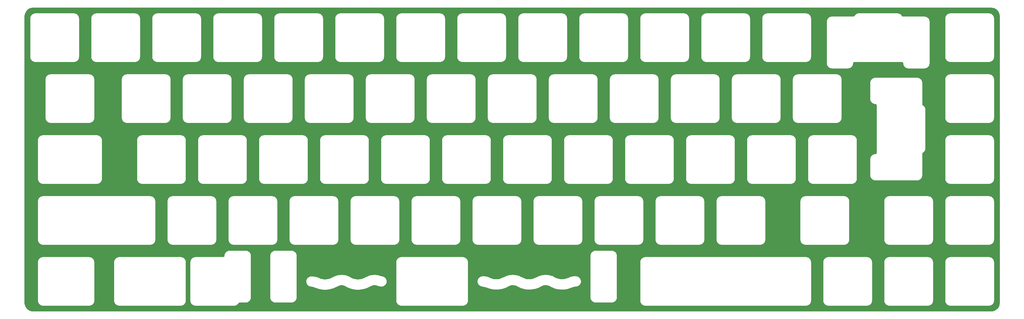
<source format=gbl>
G04 #@! TF.GenerationSoftware,KiCad,Pcbnew,(5.1.6)-1*
G04 #@! TF.CreationDate,2020-07-14T19:47:06+04:00*
G04 #@! TF.ProjectId,discipline-pcb,64697363-6970-46c6-996e-652d7063622e,rev?*
G04 #@! TF.SameCoordinates,Original*
G04 #@! TF.FileFunction,Copper,L2,Bot*
G04 #@! TF.FilePolarity,Positive*
%FSLAX46Y46*%
G04 Gerber Fmt 4.6, Leading zero omitted, Abs format (unit mm)*
G04 Created by KiCad (PCBNEW (5.1.6)-1) date 2020-07-14 19:47:06*
%MOMM*%
%LPD*%
G01*
G04 APERTURE LIST*
G04 #@! TA.AperFunction,NonConductor*
%ADD10C,0.254000*%
G04 #@! TD*
G04 APERTURE END LIST*
D10*
G36*
X356287214Y-92085699D02*
G01*
X356771808Y-92232008D01*
X357218749Y-92469649D01*
X357611018Y-92789577D01*
X357933680Y-93179610D01*
X358174434Y-93624875D01*
X358324120Y-94108430D01*
X358380500Y-94644856D01*
X358380501Y-184181103D01*
X358327701Y-184719615D01*
X358181392Y-185204209D01*
X357943752Y-185651147D01*
X357623822Y-186043420D01*
X357233793Y-186366080D01*
X356788527Y-186606835D01*
X356304968Y-186756521D01*
X355768534Y-186812902D01*
X56684961Y-186812900D01*
X56146090Y-186760557D01*
X55661367Y-186614689D01*
X55214211Y-186377453D01*
X54821650Y-186057880D01*
X54498636Y-185668144D01*
X54257476Y-185223093D01*
X54107351Y-184739672D01*
X54050499Y-184203434D01*
X54050499Y-171486797D01*
X57986750Y-171486797D01*
X57986751Y-183559006D01*
X57989843Y-183590396D01*
X57989800Y-183596499D01*
X57990801Y-183606713D01*
X58011202Y-183800809D01*
X58024594Y-183866050D01*
X58037079Y-183931499D01*
X58040045Y-183941324D01*
X58097757Y-184127762D01*
X58123581Y-184189194D01*
X58148527Y-184250938D01*
X58153345Y-184260000D01*
X58246170Y-184431676D01*
X58283407Y-184486883D01*
X58319900Y-184542649D01*
X58326386Y-184550602D01*
X58450789Y-184700979D01*
X58498096Y-184747957D01*
X58544667Y-184795514D01*
X58552574Y-184802056D01*
X58703816Y-184925406D01*
X58759309Y-184962275D01*
X58814270Y-184999908D01*
X58823297Y-185004789D01*
X58995619Y-185096414D01*
X59057258Y-185121820D01*
X59118439Y-185148042D01*
X59128242Y-185151077D01*
X59315078Y-185207486D01*
X59380470Y-185220434D01*
X59445586Y-185234275D01*
X59455792Y-185235348D01*
X59650025Y-185254393D01*
X59650027Y-185254393D01*
X59685645Y-185257901D01*
X74139105Y-185257901D01*
X74170504Y-185254808D01*
X74176598Y-185254851D01*
X74186812Y-185253850D01*
X74380908Y-185233449D01*
X74446149Y-185220057D01*
X74511598Y-185207572D01*
X74521423Y-185204606D01*
X74707861Y-185146894D01*
X74769293Y-185121070D01*
X74831037Y-185096124D01*
X74840099Y-185091306D01*
X75011775Y-184998481D01*
X75066982Y-184961244D01*
X75122748Y-184924751D01*
X75130701Y-184918265D01*
X75281078Y-184793862D01*
X75328056Y-184746555D01*
X75375613Y-184699984D01*
X75382155Y-184692077D01*
X75505505Y-184540835D01*
X75542374Y-184485342D01*
X75580007Y-184430381D01*
X75584888Y-184421354D01*
X75676513Y-184249032D01*
X75701919Y-184187393D01*
X75728141Y-184126212D01*
X75731176Y-184116409D01*
X75787585Y-183929573D01*
X75800533Y-183864181D01*
X75814374Y-183799065D01*
X75815447Y-183788859D01*
X75834492Y-183594626D01*
X75834492Y-183594624D01*
X75838000Y-183559006D01*
X75838000Y-171486797D01*
X81799250Y-171486797D01*
X81799251Y-183559006D01*
X81802343Y-183590396D01*
X81802300Y-183596499D01*
X81803301Y-183606713D01*
X81823702Y-183800809D01*
X81837094Y-183866050D01*
X81849579Y-183931499D01*
X81852545Y-183941324D01*
X81910257Y-184127762D01*
X81936081Y-184189194D01*
X81961027Y-184250938D01*
X81965845Y-184260000D01*
X82058670Y-184431676D01*
X82095907Y-184486883D01*
X82132400Y-184542649D01*
X82138886Y-184550602D01*
X82263289Y-184700979D01*
X82310596Y-184747957D01*
X82357167Y-184795514D01*
X82365074Y-184802056D01*
X82516316Y-184925406D01*
X82571809Y-184962275D01*
X82626770Y-184999908D01*
X82635797Y-185004789D01*
X82808119Y-185096414D01*
X82869758Y-185121820D01*
X82930939Y-185148042D01*
X82940742Y-185151077D01*
X83127578Y-185207486D01*
X83192970Y-185220434D01*
X83258086Y-185234275D01*
X83268292Y-185235348D01*
X83462525Y-185254393D01*
X83462527Y-185254393D01*
X83498145Y-185257901D01*
X102714105Y-185257901D01*
X102745504Y-185254808D01*
X102751598Y-185254851D01*
X102761812Y-185253850D01*
X102955908Y-185233449D01*
X103021149Y-185220057D01*
X103086598Y-185207572D01*
X103096423Y-185204606D01*
X103282861Y-185146894D01*
X103344293Y-185121070D01*
X103406037Y-185096124D01*
X103415099Y-185091306D01*
X103586775Y-184998481D01*
X103641982Y-184961244D01*
X103697748Y-184924751D01*
X103705701Y-184918265D01*
X103856078Y-184793862D01*
X103903056Y-184746555D01*
X103950613Y-184699984D01*
X103957155Y-184692077D01*
X104080505Y-184540835D01*
X104117374Y-184485342D01*
X104155007Y-184430381D01*
X104159888Y-184421354D01*
X104251513Y-184249032D01*
X104276919Y-184187393D01*
X104303141Y-184126212D01*
X104306176Y-184116409D01*
X104362585Y-183929573D01*
X104375533Y-183864181D01*
X104389374Y-183799065D01*
X104390447Y-183788859D01*
X104409492Y-183594626D01*
X104409492Y-183594624D01*
X104413000Y-183559006D01*
X104413000Y-171486797D01*
X105611750Y-171486797D01*
X105611751Y-183559006D01*
X105614843Y-183590396D01*
X105614800Y-183596499D01*
X105615801Y-183606713D01*
X105636202Y-183800809D01*
X105649594Y-183866050D01*
X105662079Y-183931499D01*
X105665045Y-183941324D01*
X105722757Y-184127762D01*
X105748581Y-184189194D01*
X105773527Y-184250938D01*
X105778345Y-184260000D01*
X105871170Y-184431676D01*
X105908407Y-184486883D01*
X105944900Y-184542649D01*
X105951386Y-184550602D01*
X106075789Y-184700979D01*
X106123096Y-184747957D01*
X106169667Y-184795514D01*
X106177574Y-184802056D01*
X106328816Y-184925406D01*
X106384309Y-184962275D01*
X106439270Y-184999908D01*
X106448297Y-185004789D01*
X106620619Y-185096414D01*
X106682258Y-185121820D01*
X106743439Y-185148042D01*
X106753242Y-185151077D01*
X106940078Y-185207486D01*
X107005470Y-185220434D01*
X107070586Y-185234275D01*
X107080792Y-185235348D01*
X107275025Y-185254393D01*
X107275027Y-185254393D01*
X107310645Y-185257901D01*
X119382855Y-185257901D01*
X119395645Y-185256641D01*
X119442158Y-185255017D01*
X119485401Y-185249247D01*
X119528952Y-185246812D01*
X119539082Y-185245172D01*
X119731515Y-185212624D01*
X119795800Y-185195158D01*
X119860321Y-185178592D01*
X119869940Y-185175015D01*
X120052387Y-185105711D01*
X120112113Y-185076063D01*
X120172137Y-185047304D01*
X120180869Y-185041932D01*
X120180874Y-185041930D01*
X120180877Y-185041927D01*
X120346388Y-184938504D01*
X120399189Y-184897842D01*
X120452506Y-184857955D01*
X120460036Y-184850983D01*
X120602306Y-184717383D01*
X120646202Y-184667241D01*
X120690762Y-184617752D01*
X120696794Y-184609450D01*
X120810404Y-184450761D01*
X120882061Y-184350672D01*
X120919262Y-184315737D01*
X120962539Y-184288695D01*
X121010245Y-184270573D01*
X121083487Y-184258185D01*
X121091623Y-184257901D01*
X123026605Y-184257901D01*
X123058004Y-184254808D01*
X123064098Y-184254851D01*
X123074312Y-184253850D01*
X123268408Y-184233449D01*
X123333649Y-184220057D01*
X123399098Y-184207572D01*
X123408923Y-184204606D01*
X123595361Y-184146894D01*
X123656793Y-184121070D01*
X123718537Y-184096124D01*
X123727599Y-184091306D01*
X123899275Y-183998481D01*
X123954482Y-183961244D01*
X124010248Y-183924751D01*
X124018201Y-183918265D01*
X124168578Y-183793862D01*
X124215556Y-183746555D01*
X124263113Y-183699984D01*
X124269655Y-183692077D01*
X124393005Y-183540835D01*
X124429874Y-183485342D01*
X124467507Y-183430381D01*
X124472388Y-183421354D01*
X124564013Y-183249032D01*
X124589419Y-183187393D01*
X124615641Y-183126212D01*
X124618676Y-183116409D01*
X124675085Y-182929573D01*
X124688033Y-182864181D01*
X124701874Y-182799065D01*
X124702947Y-182788859D01*
X124721992Y-182594626D01*
X124721992Y-182594624D01*
X124725500Y-182559006D01*
X124725500Y-182559005D01*
X130549250Y-182559005D01*
X130552343Y-182590404D01*
X130552300Y-182596499D01*
X130553301Y-182606713D01*
X130573702Y-182800809D01*
X130587094Y-182866050D01*
X130599579Y-182931499D01*
X130602545Y-182941324D01*
X130660257Y-183127762D01*
X130686081Y-183189194D01*
X130711027Y-183250938D01*
X130715845Y-183260000D01*
X130808670Y-183431676D01*
X130845907Y-183486883D01*
X130882400Y-183542649D01*
X130888886Y-183550602D01*
X131013289Y-183700979D01*
X131060596Y-183747957D01*
X131107167Y-183795514D01*
X131115074Y-183802056D01*
X131266316Y-183925406D01*
X131321809Y-183962275D01*
X131376770Y-183999908D01*
X131385797Y-184004789D01*
X131558119Y-184096414D01*
X131619758Y-184121820D01*
X131680939Y-184148042D01*
X131690742Y-184151077D01*
X131877578Y-184207486D01*
X131942970Y-184220434D01*
X132008086Y-184234275D01*
X132018292Y-184235348D01*
X132212525Y-184254393D01*
X132212527Y-184254393D01*
X132248145Y-184257901D01*
X137320355Y-184257901D01*
X137351754Y-184254808D01*
X137357848Y-184254851D01*
X137368062Y-184253850D01*
X137562158Y-184233449D01*
X137627399Y-184220057D01*
X137692848Y-184207572D01*
X137702673Y-184204606D01*
X137889111Y-184146894D01*
X137950543Y-184121070D01*
X138012287Y-184096124D01*
X138021349Y-184091306D01*
X138193025Y-183998481D01*
X138248232Y-183961244D01*
X138303998Y-183924751D01*
X138311951Y-183918265D01*
X138462328Y-183793862D01*
X138509306Y-183746555D01*
X138556863Y-183699984D01*
X138563405Y-183692077D01*
X138686755Y-183540835D01*
X138723624Y-183485342D01*
X138761257Y-183430381D01*
X138766138Y-183421354D01*
X138857763Y-183249032D01*
X138883169Y-183187393D01*
X138909391Y-183126212D01*
X138912426Y-183116409D01*
X138968835Y-182929573D01*
X138981783Y-182864181D01*
X138995624Y-182799065D01*
X138996697Y-182788859D01*
X139015742Y-182594626D01*
X139015742Y-182594624D01*
X139019250Y-182559006D01*
X139019250Y-177556818D01*
X141791579Y-177556818D01*
X141797395Y-177615873D01*
X141804421Y-177727841D01*
X141813011Y-177780936D01*
X141818988Y-177834383D01*
X141821188Y-177844407D01*
X141864362Y-178034737D01*
X141885377Y-178097982D01*
X141905489Y-178161458D01*
X141909594Y-178170863D01*
X141988914Y-178349184D01*
X142021823Y-178407162D01*
X142053872Y-178465505D01*
X142059725Y-178473934D01*
X142172170Y-178633450D01*
X142215680Y-178683892D01*
X142258483Y-178734938D01*
X142265863Y-178742070D01*
X142407150Y-178876709D01*
X142459658Y-178917763D01*
X142511536Y-178959502D01*
X142520160Y-178965065D01*
X142684908Y-179069696D01*
X142744377Y-179099761D01*
X142803384Y-179130635D01*
X142812924Y-179134416D01*
X142994858Y-179205055D01*
X143059037Y-179222998D01*
X143122914Y-179241822D01*
X143133007Y-179243678D01*
X143325196Y-179277634D01*
X143327519Y-179277814D01*
X143331516Y-179278723D01*
X144148566Y-179415738D01*
X144783448Y-179633448D01*
X145051190Y-179741482D01*
X145075715Y-179749320D01*
X145099550Y-179759053D01*
X145117930Y-179764747D01*
X146112916Y-180058762D01*
X146156782Y-180068256D01*
X146200371Y-180078892D01*
X146219378Y-180081804D01*
X146219391Y-180081807D01*
X146219402Y-180081808D01*
X147246907Y-180225524D01*
X147291692Y-180228430D01*
X147336377Y-180232506D01*
X147355618Y-180232578D01*
X147355619Y-180232578D01*
X148393092Y-180222840D01*
X148437820Y-180219094D01*
X148482611Y-180216520D01*
X148501651Y-180213747D01*
X149526290Y-180050767D01*
X149569968Y-180040452D01*
X149613891Y-180031285D01*
X149632313Y-180025728D01*
X150621605Y-179713088D01*
X150663280Y-179696430D01*
X150705365Y-179680872D01*
X150722749Y-179672659D01*
X150722763Y-179672654D01*
X150722773Y-179672648D01*
X151647112Y-179221063D01*
X151671854Y-179209703D01*
X151764955Y-179155326D01*
X152198796Y-178955893D01*
X152627989Y-178852950D01*
X153068998Y-178835332D01*
X153505028Y-178903708D01*
X153939575Y-179062834D01*
X154093370Y-179144609D01*
X154204819Y-179209702D01*
X154207947Y-179211138D01*
X154293696Y-179260148D01*
X154312752Y-179269237D01*
X154330895Y-179280015D01*
X154348231Y-179288363D01*
X155288831Y-179726217D01*
X155330817Y-179742092D01*
X155372350Y-179759052D01*
X155390724Y-179764744D01*
X155390729Y-179764746D01*
X155390733Y-179764747D01*
X156385718Y-180058761D01*
X156429578Y-180068254D01*
X156473172Y-180078891D01*
X156492179Y-180081803D01*
X156492192Y-180081806D01*
X156492203Y-180081807D01*
X157519708Y-180225523D01*
X157564493Y-180228429D01*
X157609178Y-180232505D01*
X157628419Y-180232577D01*
X157628420Y-180232577D01*
X158665893Y-180222839D01*
X158710621Y-180219093D01*
X158755412Y-180216519D01*
X158774452Y-180213746D01*
X159799091Y-180050766D01*
X159842777Y-180040449D01*
X159886691Y-180031284D01*
X159905109Y-180025728D01*
X159905114Y-180025727D01*
X159905118Y-180025725D01*
X160894405Y-179713087D01*
X160936080Y-179696429D01*
X160978165Y-179680871D01*
X160995549Y-179672658D01*
X160995563Y-179672653D01*
X160995573Y-179672647D01*
X161919878Y-179221079D01*
X161944654Y-179209703D01*
X162037755Y-179155326D01*
X162471596Y-178955893D01*
X162900789Y-178852950D01*
X163341798Y-178835332D01*
X163797522Y-178906796D01*
X163990747Y-178965970D01*
X164165143Y-179024107D01*
X164172108Y-179025758D01*
X164241871Y-179045146D01*
X165110634Y-179233479D01*
X165171676Y-179241116D01*
X165212960Y-179248222D01*
X165223200Y-179248896D01*
X165354327Y-179256608D01*
X165409208Y-179254467D01*
X165464097Y-179254850D01*
X165474311Y-179253849D01*
X165668407Y-179233448D01*
X165733651Y-179220055D01*
X165799094Y-179207572D01*
X165808918Y-179204606D01*
X165995356Y-179146895D01*
X166056810Y-179121063D01*
X166118539Y-179096122D01*
X166127601Y-179091305D01*
X166299278Y-178998479D01*
X166354531Y-178961210D01*
X166410245Y-178924752D01*
X166418198Y-178918266D01*
X166568576Y-178793863D01*
X166615554Y-178746556D01*
X166663112Y-178699984D01*
X166669654Y-178692077D01*
X166793005Y-178540834D01*
X166829895Y-178485311D01*
X166867506Y-178430381D01*
X166872386Y-178421356D01*
X166872387Y-178421355D01*
X166872389Y-178421351D01*
X166964012Y-178249033D01*
X166989415Y-178187401D01*
X167015641Y-178126212D01*
X167018676Y-178116409D01*
X167075085Y-177929573D01*
X167088035Y-177864170D01*
X167101874Y-177799065D01*
X167102947Y-177788859D01*
X167121992Y-177594626D01*
X167121992Y-177594623D01*
X167129056Y-177522900D01*
X167122357Y-177454888D01*
X167107535Y-177285349D01*
X167095990Y-177223637D01*
X167085964Y-177161691D01*
X167083275Y-177151787D01*
X167030811Y-176963805D01*
X167006725Y-176901686D01*
X166983515Y-176839255D01*
X166978953Y-176830062D01*
X166890977Y-176655849D01*
X166855286Y-176599595D01*
X166820391Y-176542859D01*
X166814130Y-176534727D01*
X166693992Y-176380920D01*
X166648048Y-176332662D01*
X166602799Y-176283787D01*
X166595085Y-176277032D01*
X166595081Y-176277028D01*
X166595077Y-176277025D01*
X166447353Y-176149484D01*
X166392904Y-176111065D01*
X166339032Y-176071916D01*
X166330146Y-176066783D01*
X166160461Y-175970363D01*
X166099598Y-175943257D01*
X166039137Y-175915312D01*
X166029423Y-175912004D01*
X165844242Y-175850379D01*
X165836929Y-175848717D01*
X165812723Y-175840671D01*
X165794145Y-175835663D01*
X164759963Y-175571369D01*
X164751608Y-175569626D01*
X164745670Y-175567868D01*
X164291058Y-175461336D01*
X164283568Y-175460272D01*
X164276333Y-175458044D01*
X164192690Y-175445227D01*
X163307710Y-175361381D01*
X163284583Y-175361255D01*
X163261628Y-175358472D01*
X163177069Y-175360668D01*
X163177038Y-175360668D01*
X163177028Y-175360670D01*
X162291195Y-175434865D01*
X162268415Y-175438836D01*
X162245327Y-175440162D01*
X162162462Y-175457304D01*
X161303760Y-175687196D01*
X161282043Y-175695138D01*
X161259554Y-175700532D01*
X161181034Y-175732077D01*
X160379522Y-176109031D01*
X160349906Y-176122630D01*
X160254040Y-176178622D01*
X159538585Y-176515103D01*
X158806616Y-176711066D01*
X158051512Y-176774312D01*
X157297140Y-176702840D01*
X156565405Y-176498368D01*
X155897172Y-176179636D01*
X155799567Y-176122629D01*
X155771655Y-176109813D01*
X155023135Y-175752787D01*
X155003337Y-175745424D01*
X154984567Y-175735731D01*
X154904516Y-175708305D01*
X154048371Y-175469068D01*
X154025639Y-175464850D01*
X154003533Y-175458044D01*
X153919890Y-175445227D01*
X153034910Y-175361381D01*
X153011783Y-175361255D01*
X152988828Y-175358472D01*
X152904269Y-175360668D01*
X152904238Y-175360668D01*
X152904228Y-175360670D01*
X152018395Y-175434865D01*
X151995615Y-175438836D01*
X151972527Y-175440162D01*
X151889662Y-175457304D01*
X151030960Y-175687196D01*
X151009243Y-175695138D01*
X150986754Y-175700532D01*
X150908234Y-175732077D01*
X150106722Y-176109031D01*
X150077106Y-176122630D01*
X149981240Y-176178622D01*
X149265785Y-176515103D01*
X148533816Y-176711066D01*
X147778712Y-176774312D01*
X147024340Y-176702840D01*
X146281271Y-176495200D01*
X145860083Y-176310518D01*
X145595706Y-176189921D01*
X145553714Y-176175527D01*
X145512911Y-176158039D01*
X145503107Y-176155004D01*
X144755763Y-175929367D01*
X144690380Y-175916421D01*
X144625253Y-175902578D01*
X144615049Y-175901505D01*
X144615047Y-175901505D01*
X143838110Y-175825326D01*
X143802492Y-175821818D01*
X143494030Y-175821818D01*
X143462631Y-175824911D01*
X143456537Y-175824868D01*
X143446323Y-175825869D01*
X143252226Y-175846270D01*
X143186978Y-175859663D01*
X143121537Y-175872147D01*
X143111712Y-175875113D01*
X142925274Y-175932825D01*
X142863855Y-175958643D01*
X142802097Y-175983595D01*
X142793036Y-175988413D01*
X142621359Y-176081238D01*
X142566112Y-176118503D01*
X142510387Y-176154968D01*
X142502434Y-176161454D01*
X142352056Y-176285858D01*
X142305079Y-176333164D01*
X142257522Y-176379735D01*
X142250980Y-176387642D01*
X142127630Y-176538884D01*
X142090743Y-176594403D01*
X142053129Y-176649338D01*
X142048247Y-176658365D01*
X141956622Y-176830687D01*
X141931221Y-176892314D01*
X141904994Y-176953507D01*
X141901959Y-176963310D01*
X141845550Y-177150146D01*
X141832602Y-177215538D01*
X141818761Y-177280654D01*
X141817688Y-177290860D01*
X141798655Y-177484970D01*
X141791579Y-177556818D01*
X139019250Y-177556818D01*
X139019250Y-171486797D01*
X169905500Y-171486797D01*
X169905501Y-183559006D01*
X169908593Y-183590396D01*
X169908550Y-183596499D01*
X169909551Y-183606713D01*
X169929952Y-183800809D01*
X169943344Y-183866050D01*
X169955829Y-183931499D01*
X169958795Y-183941324D01*
X170016507Y-184127762D01*
X170042331Y-184189194D01*
X170067277Y-184250938D01*
X170072095Y-184260000D01*
X170164920Y-184431676D01*
X170202157Y-184486883D01*
X170238650Y-184542649D01*
X170245136Y-184550602D01*
X170369539Y-184700979D01*
X170416846Y-184747957D01*
X170463417Y-184795514D01*
X170471324Y-184802056D01*
X170622566Y-184925406D01*
X170678059Y-184962275D01*
X170733020Y-184999908D01*
X170742047Y-185004789D01*
X170914369Y-185096414D01*
X170976008Y-185121820D01*
X171037189Y-185148042D01*
X171046992Y-185151077D01*
X171233828Y-185207486D01*
X171299220Y-185220434D01*
X171364336Y-185234275D01*
X171374542Y-185235348D01*
X171568775Y-185254393D01*
X171568777Y-185254393D01*
X171604395Y-185257901D01*
X190820355Y-185257901D01*
X190851754Y-185254808D01*
X190857848Y-185254851D01*
X190868062Y-185253850D01*
X191062158Y-185233449D01*
X191127399Y-185220057D01*
X191192848Y-185207572D01*
X191202673Y-185204606D01*
X191389111Y-185146894D01*
X191450543Y-185121070D01*
X191512287Y-185096124D01*
X191521349Y-185091306D01*
X191693025Y-184998481D01*
X191748232Y-184961244D01*
X191803998Y-184924751D01*
X191811951Y-184918265D01*
X191962328Y-184793862D01*
X192009306Y-184746555D01*
X192056863Y-184699984D01*
X192063405Y-184692077D01*
X192186755Y-184540835D01*
X192223624Y-184485342D01*
X192261257Y-184430381D01*
X192266138Y-184421354D01*
X192357763Y-184249032D01*
X192383169Y-184187393D01*
X192409391Y-184126212D01*
X192412426Y-184116409D01*
X192468835Y-183929573D01*
X192481783Y-183864181D01*
X192495624Y-183799065D01*
X192496697Y-183788859D01*
X192515742Y-183594626D01*
X192515742Y-183594624D01*
X192519250Y-183559006D01*
X192519250Y-182559005D01*
X230549250Y-182559005D01*
X230552343Y-182590404D01*
X230552300Y-182596499D01*
X230553301Y-182606713D01*
X230573702Y-182800809D01*
X230587094Y-182866050D01*
X230599579Y-182931499D01*
X230602545Y-182941324D01*
X230660257Y-183127762D01*
X230686081Y-183189194D01*
X230711027Y-183250938D01*
X230715845Y-183260000D01*
X230808670Y-183431676D01*
X230845907Y-183486883D01*
X230882400Y-183542649D01*
X230888886Y-183550602D01*
X231013289Y-183700979D01*
X231060596Y-183747957D01*
X231107167Y-183795514D01*
X231115074Y-183802056D01*
X231266316Y-183925406D01*
X231321809Y-183962275D01*
X231376770Y-183999908D01*
X231385797Y-184004789D01*
X231558119Y-184096414D01*
X231619758Y-184121820D01*
X231680939Y-184148042D01*
X231690742Y-184151077D01*
X231877578Y-184207486D01*
X231942970Y-184220434D01*
X232008086Y-184234275D01*
X232018292Y-184235348D01*
X232212525Y-184254393D01*
X232212527Y-184254393D01*
X232248145Y-184257901D01*
X237320355Y-184257901D01*
X237351754Y-184254808D01*
X237357848Y-184254851D01*
X237368062Y-184253850D01*
X237562158Y-184233449D01*
X237627399Y-184220057D01*
X237692848Y-184207572D01*
X237702673Y-184204606D01*
X237889111Y-184146894D01*
X237950543Y-184121070D01*
X238012287Y-184096124D01*
X238021349Y-184091306D01*
X238193025Y-183998481D01*
X238248232Y-183961244D01*
X238303998Y-183924751D01*
X238311951Y-183918265D01*
X238462328Y-183793862D01*
X238509306Y-183746555D01*
X238556863Y-183699984D01*
X238563405Y-183692077D01*
X238686755Y-183540835D01*
X238723624Y-183485342D01*
X238761257Y-183430381D01*
X238766138Y-183421354D01*
X238857763Y-183249032D01*
X238883169Y-183187393D01*
X238909391Y-183126212D01*
X238912426Y-183116409D01*
X238968835Y-182929573D01*
X238981783Y-182864181D01*
X238995624Y-182799065D01*
X238996697Y-182788859D01*
X239015742Y-182594626D01*
X239015742Y-182594624D01*
X239019250Y-182559006D01*
X239019250Y-171486797D01*
X246105500Y-171486797D01*
X246105501Y-183559006D01*
X246108593Y-183590396D01*
X246108550Y-183596499D01*
X246109551Y-183606713D01*
X246129952Y-183800809D01*
X246143344Y-183866050D01*
X246155829Y-183931499D01*
X246158795Y-183941324D01*
X246216507Y-184127762D01*
X246242331Y-184189194D01*
X246267277Y-184250938D01*
X246272095Y-184260000D01*
X246364920Y-184431676D01*
X246402157Y-184486883D01*
X246438650Y-184542649D01*
X246445136Y-184550602D01*
X246569539Y-184700979D01*
X246616846Y-184747957D01*
X246663417Y-184795514D01*
X246671324Y-184802056D01*
X246822566Y-184925406D01*
X246878059Y-184962275D01*
X246933020Y-184999908D01*
X246942047Y-185004789D01*
X247114369Y-185096414D01*
X247176008Y-185121820D01*
X247237189Y-185148042D01*
X247246992Y-185151077D01*
X247433828Y-185207486D01*
X247499220Y-185220434D01*
X247564336Y-185234275D01*
X247574542Y-185235348D01*
X247768775Y-185254393D01*
X247768777Y-185254393D01*
X247804395Y-185257901D01*
X297976605Y-185257901D01*
X298008004Y-185254808D01*
X298014098Y-185254851D01*
X298024312Y-185253850D01*
X298218408Y-185233449D01*
X298283649Y-185220057D01*
X298349098Y-185207572D01*
X298358923Y-185204606D01*
X298545361Y-185146894D01*
X298606793Y-185121070D01*
X298668537Y-185096124D01*
X298677599Y-185091306D01*
X298849275Y-184998481D01*
X298904482Y-184961244D01*
X298960248Y-184924751D01*
X298968201Y-184918265D01*
X299118578Y-184793862D01*
X299165556Y-184746555D01*
X299213113Y-184699984D01*
X299219655Y-184692077D01*
X299343005Y-184540835D01*
X299379874Y-184485342D01*
X299417507Y-184430381D01*
X299422388Y-184421354D01*
X299514013Y-184249032D01*
X299539419Y-184187393D01*
X299565641Y-184126212D01*
X299568676Y-184116409D01*
X299625085Y-183929573D01*
X299638033Y-183864181D01*
X299651874Y-183799065D01*
X299652947Y-183788859D01*
X299671992Y-183594626D01*
X299671992Y-183594624D01*
X299675500Y-183559006D01*
X299675500Y-171486797D01*
X303255500Y-171486797D01*
X303255501Y-183559006D01*
X303258593Y-183590396D01*
X303258550Y-183596499D01*
X303259551Y-183606713D01*
X303279952Y-183800809D01*
X303293344Y-183866050D01*
X303305829Y-183931499D01*
X303308795Y-183941324D01*
X303366507Y-184127762D01*
X303392331Y-184189194D01*
X303417277Y-184250938D01*
X303422095Y-184260000D01*
X303514920Y-184431676D01*
X303552157Y-184486883D01*
X303588650Y-184542649D01*
X303595136Y-184550602D01*
X303719539Y-184700979D01*
X303766846Y-184747957D01*
X303813417Y-184795514D01*
X303821324Y-184802056D01*
X303972566Y-184925406D01*
X304028059Y-184962275D01*
X304083020Y-184999908D01*
X304092047Y-185004789D01*
X304264369Y-185096414D01*
X304326008Y-185121820D01*
X304387189Y-185148042D01*
X304396992Y-185151077D01*
X304583828Y-185207486D01*
X304649220Y-185220434D01*
X304714336Y-185234275D01*
X304724542Y-185235348D01*
X304918775Y-185254393D01*
X304918777Y-185254393D01*
X304954395Y-185257901D01*
X317026605Y-185257901D01*
X317058004Y-185254808D01*
X317064098Y-185254851D01*
X317074312Y-185253850D01*
X317268408Y-185233449D01*
X317333649Y-185220057D01*
X317399098Y-185207572D01*
X317408923Y-185204606D01*
X317595361Y-185146894D01*
X317656793Y-185121070D01*
X317718537Y-185096124D01*
X317727599Y-185091306D01*
X317899275Y-184998481D01*
X317954482Y-184961244D01*
X318010248Y-184924751D01*
X318018201Y-184918265D01*
X318168578Y-184793862D01*
X318215556Y-184746555D01*
X318263113Y-184699984D01*
X318269655Y-184692077D01*
X318393005Y-184540835D01*
X318429874Y-184485342D01*
X318467507Y-184430381D01*
X318472388Y-184421354D01*
X318564013Y-184249032D01*
X318589419Y-184187393D01*
X318615641Y-184126212D01*
X318618676Y-184116409D01*
X318675085Y-183929573D01*
X318688033Y-183864181D01*
X318701874Y-183799065D01*
X318702947Y-183788859D01*
X318721992Y-183594626D01*
X318721992Y-183594624D01*
X318725500Y-183559006D01*
X318725500Y-171486797D01*
X322305500Y-171486797D01*
X322305501Y-183559006D01*
X322308593Y-183590396D01*
X322308550Y-183596499D01*
X322309551Y-183606713D01*
X322329952Y-183800809D01*
X322343344Y-183866050D01*
X322355829Y-183931499D01*
X322358795Y-183941324D01*
X322416507Y-184127762D01*
X322442331Y-184189194D01*
X322467277Y-184250938D01*
X322472095Y-184260000D01*
X322564920Y-184431676D01*
X322602157Y-184486883D01*
X322638650Y-184542649D01*
X322645136Y-184550602D01*
X322769539Y-184700979D01*
X322816846Y-184747957D01*
X322863417Y-184795514D01*
X322871324Y-184802056D01*
X323022566Y-184925406D01*
X323078059Y-184962275D01*
X323133020Y-184999908D01*
X323142047Y-185004789D01*
X323314369Y-185096414D01*
X323376008Y-185121820D01*
X323437189Y-185148042D01*
X323446992Y-185151077D01*
X323633828Y-185207486D01*
X323699220Y-185220434D01*
X323764336Y-185234275D01*
X323774542Y-185235348D01*
X323968775Y-185254393D01*
X323968777Y-185254393D01*
X324004395Y-185257901D01*
X336076605Y-185257901D01*
X336108004Y-185254808D01*
X336114098Y-185254851D01*
X336124312Y-185253850D01*
X336318408Y-185233449D01*
X336383649Y-185220057D01*
X336449098Y-185207572D01*
X336458923Y-185204606D01*
X336645361Y-185146894D01*
X336706793Y-185121070D01*
X336768537Y-185096124D01*
X336777599Y-185091306D01*
X336949275Y-184998481D01*
X337004482Y-184961244D01*
X337060248Y-184924751D01*
X337068201Y-184918265D01*
X337218578Y-184793862D01*
X337265556Y-184746555D01*
X337313113Y-184699984D01*
X337319655Y-184692077D01*
X337443005Y-184540835D01*
X337479874Y-184485342D01*
X337517507Y-184430381D01*
X337522388Y-184421354D01*
X337614013Y-184249032D01*
X337639419Y-184187393D01*
X337665641Y-184126212D01*
X337668676Y-184116409D01*
X337725085Y-183929573D01*
X337738033Y-183864181D01*
X337751874Y-183799065D01*
X337752947Y-183788859D01*
X337771992Y-183594626D01*
X337771992Y-183594624D01*
X337775500Y-183559006D01*
X337775500Y-171486797D01*
X341355500Y-171486797D01*
X341355501Y-183559006D01*
X341358593Y-183590396D01*
X341358550Y-183596499D01*
X341359551Y-183606713D01*
X341379952Y-183800809D01*
X341393344Y-183866050D01*
X341405829Y-183931499D01*
X341408795Y-183941324D01*
X341466507Y-184127762D01*
X341492331Y-184189194D01*
X341517277Y-184250938D01*
X341522095Y-184260000D01*
X341614920Y-184431676D01*
X341652157Y-184486883D01*
X341688650Y-184542649D01*
X341695136Y-184550602D01*
X341819539Y-184700979D01*
X341866846Y-184747957D01*
X341913417Y-184795514D01*
X341921324Y-184802056D01*
X342072566Y-184925406D01*
X342128059Y-184962275D01*
X342183020Y-184999908D01*
X342192047Y-185004789D01*
X342364369Y-185096414D01*
X342426008Y-185121820D01*
X342487189Y-185148042D01*
X342496992Y-185151077D01*
X342683828Y-185207486D01*
X342749220Y-185220434D01*
X342814336Y-185234275D01*
X342824542Y-185235348D01*
X343018775Y-185254393D01*
X343018777Y-185254393D01*
X343054395Y-185257901D01*
X355126605Y-185257901D01*
X355158004Y-185254808D01*
X355164098Y-185254851D01*
X355174312Y-185253850D01*
X355368408Y-185233449D01*
X355433649Y-185220057D01*
X355499098Y-185207572D01*
X355508923Y-185204606D01*
X355695361Y-185146894D01*
X355756793Y-185121070D01*
X355818537Y-185096124D01*
X355827599Y-185091306D01*
X355999275Y-184998481D01*
X356054482Y-184961244D01*
X356110248Y-184924751D01*
X356118201Y-184918265D01*
X356268578Y-184793862D01*
X356315556Y-184746555D01*
X356363113Y-184699984D01*
X356369655Y-184692077D01*
X356493005Y-184540835D01*
X356529874Y-184485342D01*
X356567507Y-184430381D01*
X356572388Y-184421354D01*
X356664013Y-184249032D01*
X356689419Y-184187393D01*
X356715641Y-184126212D01*
X356718676Y-184116409D01*
X356775085Y-183929573D01*
X356788033Y-183864181D01*
X356801874Y-183799065D01*
X356802947Y-183788859D01*
X356821992Y-183594626D01*
X356821992Y-183594624D01*
X356825500Y-183559006D01*
X356825500Y-171486796D01*
X356822407Y-171455397D01*
X356822450Y-171449303D01*
X356821449Y-171439089D01*
X356801048Y-171244992D01*
X356787655Y-171179744D01*
X356775171Y-171114303D01*
X356772205Y-171104478D01*
X356714493Y-170918040D01*
X356688675Y-170856621D01*
X356663723Y-170794863D01*
X356658905Y-170785802D01*
X356566080Y-170614125D01*
X356528815Y-170558878D01*
X356492350Y-170503153D01*
X356485864Y-170495200D01*
X356361460Y-170344822D01*
X356314154Y-170297845D01*
X356267583Y-170250288D01*
X356259676Y-170243746D01*
X356108434Y-170120396D01*
X356052915Y-170083509D01*
X355997980Y-170045895D01*
X355988953Y-170041013D01*
X355816631Y-169949388D01*
X355755004Y-169923987D01*
X355693811Y-169897760D01*
X355684008Y-169894725D01*
X355497172Y-169838316D01*
X355431780Y-169825368D01*
X355366664Y-169811527D01*
X355356458Y-169810454D01*
X355162224Y-169791409D01*
X355162223Y-169791409D01*
X355126605Y-169787901D01*
X343054395Y-169787901D01*
X343022996Y-169790994D01*
X343016902Y-169790951D01*
X343006688Y-169791952D01*
X342812591Y-169812353D01*
X342747343Y-169825746D01*
X342681902Y-169838230D01*
X342672077Y-169841196D01*
X342485639Y-169898908D01*
X342424220Y-169924726D01*
X342362462Y-169949678D01*
X342353401Y-169954496D01*
X342181724Y-170047321D01*
X342126477Y-170084586D01*
X342070752Y-170121051D01*
X342062799Y-170127537D01*
X341912421Y-170251941D01*
X341865444Y-170299247D01*
X341817887Y-170345818D01*
X341811345Y-170353725D01*
X341687995Y-170504967D01*
X341651108Y-170560486D01*
X341613494Y-170615421D01*
X341608612Y-170624448D01*
X341516987Y-170796770D01*
X341491586Y-170858397D01*
X341465359Y-170919590D01*
X341462324Y-170929393D01*
X341405915Y-171116229D01*
X341392967Y-171181621D01*
X341379126Y-171246737D01*
X341378053Y-171256943D01*
X341359008Y-171451177D01*
X341355500Y-171486797D01*
X337775500Y-171486797D01*
X337775500Y-171486796D01*
X337772407Y-171455397D01*
X337772450Y-171449303D01*
X337771449Y-171439089D01*
X337751048Y-171244992D01*
X337737655Y-171179744D01*
X337725171Y-171114303D01*
X337722205Y-171104478D01*
X337664493Y-170918040D01*
X337638675Y-170856621D01*
X337613723Y-170794863D01*
X337608905Y-170785802D01*
X337516080Y-170614125D01*
X337478815Y-170558878D01*
X337442350Y-170503153D01*
X337435864Y-170495200D01*
X337311460Y-170344822D01*
X337264154Y-170297845D01*
X337217583Y-170250288D01*
X337209676Y-170243746D01*
X337058434Y-170120396D01*
X337002915Y-170083509D01*
X336947980Y-170045895D01*
X336938953Y-170041013D01*
X336766631Y-169949388D01*
X336705004Y-169923987D01*
X336643811Y-169897760D01*
X336634008Y-169894725D01*
X336447172Y-169838316D01*
X336381780Y-169825368D01*
X336316664Y-169811527D01*
X336306458Y-169810454D01*
X336112224Y-169791409D01*
X336112223Y-169791409D01*
X336076605Y-169787901D01*
X324004395Y-169787901D01*
X323972996Y-169790994D01*
X323966902Y-169790951D01*
X323956688Y-169791952D01*
X323762591Y-169812353D01*
X323697343Y-169825746D01*
X323631902Y-169838230D01*
X323622077Y-169841196D01*
X323435639Y-169898908D01*
X323374220Y-169924726D01*
X323312462Y-169949678D01*
X323303401Y-169954496D01*
X323131724Y-170047321D01*
X323076477Y-170084586D01*
X323020752Y-170121051D01*
X323012799Y-170127537D01*
X322862421Y-170251941D01*
X322815444Y-170299247D01*
X322767887Y-170345818D01*
X322761345Y-170353725D01*
X322637995Y-170504967D01*
X322601108Y-170560486D01*
X322563494Y-170615421D01*
X322558612Y-170624448D01*
X322466987Y-170796770D01*
X322441586Y-170858397D01*
X322415359Y-170919590D01*
X322412324Y-170929393D01*
X322355915Y-171116229D01*
X322342967Y-171181621D01*
X322329126Y-171246737D01*
X322328053Y-171256943D01*
X322309008Y-171451177D01*
X322305500Y-171486797D01*
X318725500Y-171486797D01*
X318725500Y-171486796D01*
X318722407Y-171455397D01*
X318722450Y-171449303D01*
X318721449Y-171439089D01*
X318701048Y-171244992D01*
X318687655Y-171179744D01*
X318675171Y-171114303D01*
X318672205Y-171104478D01*
X318614493Y-170918040D01*
X318588675Y-170856621D01*
X318563723Y-170794863D01*
X318558905Y-170785802D01*
X318466080Y-170614125D01*
X318428815Y-170558878D01*
X318392350Y-170503153D01*
X318385864Y-170495200D01*
X318261460Y-170344822D01*
X318214154Y-170297845D01*
X318167583Y-170250288D01*
X318159676Y-170243746D01*
X318008434Y-170120396D01*
X317952915Y-170083509D01*
X317897980Y-170045895D01*
X317888953Y-170041013D01*
X317716631Y-169949388D01*
X317655004Y-169923987D01*
X317593811Y-169897760D01*
X317584008Y-169894725D01*
X317397172Y-169838316D01*
X317331780Y-169825368D01*
X317266664Y-169811527D01*
X317256458Y-169810454D01*
X317062224Y-169791409D01*
X317062223Y-169791409D01*
X317026605Y-169787901D01*
X304954395Y-169787901D01*
X304922996Y-169790994D01*
X304916902Y-169790951D01*
X304906688Y-169791952D01*
X304712591Y-169812353D01*
X304647343Y-169825746D01*
X304581902Y-169838230D01*
X304572077Y-169841196D01*
X304385639Y-169898908D01*
X304324220Y-169924726D01*
X304262462Y-169949678D01*
X304253401Y-169954496D01*
X304081724Y-170047321D01*
X304026477Y-170084586D01*
X303970752Y-170121051D01*
X303962799Y-170127537D01*
X303812421Y-170251941D01*
X303765444Y-170299247D01*
X303717887Y-170345818D01*
X303711345Y-170353725D01*
X303587995Y-170504967D01*
X303551108Y-170560486D01*
X303513494Y-170615421D01*
X303508612Y-170624448D01*
X303416987Y-170796770D01*
X303391586Y-170858397D01*
X303365359Y-170919590D01*
X303362324Y-170929393D01*
X303305915Y-171116229D01*
X303292967Y-171181621D01*
X303279126Y-171246737D01*
X303278053Y-171256943D01*
X303259008Y-171451177D01*
X303255500Y-171486797D01*
X299675500Y-171486797D01*
X299675500Y-171486796D01*
X299672407Y-171455397D01*
X299672450Y-171449303D01*
X299671449Y-171439089D01*
X299651048Y-171244992D01*
X299637655Y-171179744D01*
X299625171Y-171114303D01*
X299622205Y-171104478D01*
X299564493Y-170918040D01*
X299538675Y-170856621D01*
X299513723Y-170794863D01*
X299508905Y-170785802D01*
X299416080Y-170614125D01*
X299378815Y-170558878D01*
X299342350Y-170503153D01*
X299335864Y-170495200D01*
X299211460Y-170344822D01*
X299164154Y-170297845D01*
X299117583Y-170250288D01*
X299109676Y-170243746D01*
X298958434Y-170120396D01*
X298902915Y-170083509D01*
X298847980Y-170045895D01*
X298838953Y-170041013D01*
X298666631Y-169949388D01*
X298605004Y-169923987D01*
X298543811Y-169897760D01*
X298534008Y-169894725D01*
X298347172Y-169838316D01*
X298281780Y-169825368D01*
X298216664Y-169811527D01*
X298206458Y-169810454D01*
X298012224Y-169791409D01*
X298012223Y-169791409D01*
X297976605Y-169787901D01*
X247804395Y-169787901D01*
X247772996Y-169790994D01*
X247766902Y-169790951D01*
X247756688Y-169791952D01*
X247562591Y-169812353D01*
X247497343Y-169825746D01*
X247431902Y-169838230D01*
X247422077Y-169841196D01*
X247235639Y-169898908D01*
X247174220Y-169924726D01*
X247112462Y-169949678D01*
X247103401Y-169954496D01*
X246931724Y-170047321D01*
X246876477Y-170084586D01*
X246820752Y-170121051D01*
X246812799Y-170127537D01*
X246662421Y-170251941D01*
X246615444Y-170299247D01*
X246567887Y-170345818D01*
X246561345Y-170353725D01*
X246437995Y-170504967D01*
X246401108Y-170560486D01*
X246363494Y-170615421D01*
X246358612Y-170624448D01*
X246266987Y-170796770D01*
X246241586Y-170858397D01*
X246215359Y-170919590D01*
X246212324Y-170929393D01*
X246155915Y-171116229D01*
X246142967Y-171181621D01*
X246129126Y-171246737D01*
X246128053Y-171256943D01*
X246109008Y-171451177D01*
X246105500Y-171486797D01*
X239019250Y-171486797D01*
X239019250Y-169486796D01*
X239016157Y-169455397D01*
X239016200Y-169449303D01*
X239015199Y-169439089D01*
X238994798Y-169244992D01*
X238981405Y-169179744D01*
X238968921Y-169114303D01*
X238965955Y-169104478D01*
X238908243Y-168918040D01*
X238882425Y-168856621D01*
X238857473Y-168794863D01*
X238852655Y-168785802D01*
X238759830Y-168614125D01*
X238722565Y-168558878D01*
X238686100Y-168503153D01*
X238679614Y-168495200D01*
X238555210Y-168344822D01*
X238507904Y-168297845D01*
X238461333Y-168250288D01*
X238453426Y-168243746D01*
X238302184Y-168120396D01*
X238246665Y-168083509D01*
X238191730Y-168045895D01*
X238182703Y-168041013D01*
X238010381Y-167949388D01*
X237948754Y-167923987D01*
X237887561Y-167897760D01*
X237877758Y-167894725D01*
X237690922Y-167838316D01*
X237625530Y-167825368D01*
X237560414Y-167811527D01*
X237550208Y-167810454D01*
X237355974Y-167791409D01*
X237355973Y-167791409D01*
X237320355Y-167787901D01*
X232248145Y-167787901D01*
X232216746Y-167790994D01*
X232210652Y-167790951D01*
X232200438Y-167791952D01*
X232006341Y-167812353D01*
X231941093Y-167825746D01*
X231875652Y-167838230D01*
X231865827Y-167841196D01*
X231679389Y-167898908D01*
X231617970Y-167924726D01*
X231556212Y-167949678D01*
X231547151Y-167954496D01*
X231375474Y-168047321D01*
X231320227Y-168084586D01*
X231264502Y-168121051D01*
X231256549Y-168127537D01*
X231106171Y-168251941D01*
X231059194Y-168299247D01*
X231011637Y-168345818D01*
X231005095Y-168353725D01*
X230881745Y-168504967D01*
X230844858Y-168560486D01*
X230807244Y-168615421D01*
X230802362Y-168624448D01*
X230710737Y-168796770D01*
X230685336Y-168858397D01*
X230659109Y-168919590D01*
X230656074Y-168929393D01*
X230599665Y-169116229D01*
X230586717Y-169181621D01*
X230572876Y-169246737D01*
X230571803Y-169256943D01*
X230552758Y-169451177D01*
X230552758Y-169451188D01*
X230549251Y-169486796D01*
X230549250Y-182559005D01*
X192519250Y-182559005D01*
X192519250Y-177522901D01*
X195255694Y-177522901D01*
X195261510Y-177581956D01*
X195268536Y-177693924D01*
X195277126Y-177747019D01*
X195283103Y-177800466D01*
X195285303Y-177810490D01*
X195328477Y-178000820D01*
X195349492Y-178064065D01*
X195369604Y-178127541D01*
X195373709Y-178136946D01*
X195453029Y-178315267D01*
X195485938Y-178373245D01*
X195517987Y-178431588D01*
X195523840Y-178440017D01*
X195636285Y-178599533D01*
X195679795Y-178649975D01*
X195722598Y-178701021D01*
X195729978Y-178708153D01*
X195871265Y-178842792D01*
X195923773Y-178883846D01*
X195975651Y-178925585D01*
X195984275Y-178931148D01*
X196149023Y-179035779D01*
X196208492Y-179065844D01*
X196267499Y-179096718D01*
X196277039Y-179100499D01*
X196458973Y-179171138D01*
X196523152Y-179189081D01*
X196587029Y-179207905D01*
X196597122Y-179209761D01*
X196789311Y-179243717D01*
X196791641Y-179243897D01*
X196795631Y-179244805D01*
X197612681Y-179381820D01*
X198247563Y-179599530D01*
X198515305Y-179707564D01*
X198539830Y-179715402D01*
X198563665Y-179725135D01*
X198582045Y-179730829D01*
X199577031Y-180024844D01*
X199620897Y-180034338D01*
X199664486Y-180044974D01*
X199683493Y-180047886D01*
X199683506Y-180047889D01*
X199683517Y-180047890D01*
X200711022Y-180191606D01*
X200755807Y-180194512D01*
X200800492Y-180198588D01*
X200819733Y-180198660D01*
X200819734Y-180198660D01*
X201857207Y-180188922D01*
X201901935Y-180185176D01*
X201946726Y-180182602D01*
X201965766Y-180179829D01*
X202990405Y-180016849D01*
X203034083Y-180006534D01*
X203078006Y-179997367D01*
X203096428Y-179991810D01*
X204085720Y-179679170D01*
X204127395Y-179662512D01*
X204169480Y-179646954D01*
X204186864Y-179638741D01*
X204186878Y-179638736D01*
X204186888Y-179638730D01*
X205111193Y-179187162D01*
X205135975Y-179175783D01*
X205229075Y-179121406D01*
X205662911Y-178921975D01*
X206092104Y-178819032D01*
X206533113Y-178801414D01*
X206969143Y-178869790D01*
X207403690Y-179028916D01*
X207557479Y-179110688D01*
X207668930Y-179175783D01*
X207672070Y-179177225D01*
X207757811Y-179226230D01*
X207776867Y-179235319D01*
X207795010Y-179246097D01*
X207812346Y-179254445D01*
X208752946Y-179692299D01*
X208794932Y-179708174D01*
X208836465Y-179725134D01*
X208854839Y-179730826D01*
X208854844Y-179730828D01*
X208854848Y-179730829D01*
X209849833Y-180024843D01*
X209893693Y-180034336D01*
X209937287Y-180044973D01*
X209956294Y-180047885D01*
X209956307Y-180047888D01*
X209956318Y-180047889D01*
X210983823Y-180191605D01*
X211028608Y-180194511D01*
X211073293Y-180198587D01*
X211092534Y-180198659D01*
X211092535Y-180198659D01*
X212130008Y-180188921D01*
X212174736Y-180185175D01*
X212219527Y-180182601D01*
X212238567Y-180179828D01*
X213263206Y-180016848D01*
X213306892Y-180006531D01*
X213350806Y-179997366D01*
X213369224Y-179991810D01*
X213369229Y-179991809D01*
X213369233Y-179991807D01*
X214358520Y-179679169D01*
X214400195Y-179662511D01*
X214442280Y-179646953D01*
X214459664Y-179638740D01*
X214459678Y-179638735D01*
X214459688Y-179638729D01*
X215383959Y-179187178D01*
X215408775Y-179175783D01*
X215501875Y-179121406D01*
X215935711Y-178921975D01*
X216364904Y-178819032D01*
X216805913Y-178801414D01*
X217241943Y-178869790D01*
X217676490Y-179028916D01*
X217830279Y-179110688D01*
X217941730Y-179175783D01*
X217949106Y-179179170D01*
X218194454Y-179315307D01*
X218217832Y-179326097D01*
X218240304Y-179338688D01*
X218257847Y-179346594D01*
X219209228Y-179760501D01*
X219251600Y-179775309D01*
X219293551Y-179791212D01*
X219312054Y-179796435D01*
X219312069Y-179796440D01*
X219312082Y-179796442D01*
X220314179Y-180065176D01*
X220358248Y-180073552D01*
X220402115Y-180083086D01*
X220421202Y-180085518D01*
X221452029Y-180203182D01*
X221496878Y-180204954D01*
X221541646Y-180207897D01*
X221560883Y-180207482D01*
X222597777Y-180171488D01*
X222642379Y-180166612D01*
X222687107Y-180162905D01*
X222706069Y-180159650D01*
X222706072Y-180159650D01*
X222706074Y-180159649D01*
X223726256Y-179970789D01*
X223769637Y-179959378D01*
X223813337Y-179949097D01*
X223831612Y-179943075D01*
X224807502Y-179607275D01*
X225589704Y-179351035D01*
X226265921Y-179247058D01*
X226384944Y-179230283D01*
X226437135Y-179217635D01*
X226489888Y-179207572D01*
X226499713Y-179204606D01*
X226686151Y-179146894D01*
X226747583Y-179121070D01*
X226809327Y-179096124D01*
X226818389Y-179091306D01*
X226990065Y-178998481D01*
X227045272Y-178961244D01*
X227101038Y-178924751D01*
X227108991Y-178918265D01*
X227259368Y-178793862D01*
X227306346Y-178746555D01*
X227353903Y-178699984D01*
X227360445Y-178692077D01*
X227483795Y-178540835D01*
X227520664Y-178485342D01*
X227558297Y-178430381D01*
X227563178Y-178421354D01*
X227654803Y-178249032D01*
X227680209Y-178187393D01*
X227706431Y-178126212D01*
X227709466Y-178116409D01*
X227765875Y-177929573D01*
X227778825Y-177864170D01*
X227792664Y-177799065D01*
X227793737Y-177788859D01*
X227812782Y-177594626D01*
X227812782Y-177594623D01*
X227819846Y-177522901D01*
X227813197Y-177455397D01*
X227813240Y-177449303D01*
X227812239Y-177439089D01*
X227791838Y-177244992D01*
X227778445Y-177179744D01*
X227765961Y-177114303D01*
X227762995Y-177104478D01*
X227705283Y-176918040D01*
X227679465Y-176856621D01*
X227654513Y-176794863D01*
X227649695Y-176785802D01*
X227556870Y-176614125D01*
X227519605Y-176558878D01*
X227483140Y-176503153D01*
X227476654Y-176495200D01*
X227352250Y-176344822D01*
X227304944Y-176297845D01*
X227258373Y-176250288D01*
X227250466Y-176243746D01*
X227099224Y-176120396D01*
X227043705Y-176083509D01*
X226988770Y-176045895D01*
X226979743Y-176041013D01*
X226807421Y-175949388D01*
X226745794Y-175923987D01*
X226684601Y-175897760D01*
X226674798Y-175894725D01*
X226487962Y-175838316D01*
X226422570Y-175825368D01*
X226357454Y-175811527D01*
X226347248Y-175810454D01*
X226153014Y-175791409D01*
X226153013Y-175791409D01*
X226117395Y-175787901D01*
X225811097Y-175787901D01*
X225797546Y-175789236D01*
X225524221Y-175799355D01*
X225480231Y-175805319D01*
X225435918Y-175807983D01*
X225425795Y-175809666D01*
X224656618Y-175943089D01*
X224592351Y-175960840D01*
X224527952Y-175977664D01*
X224518348Y-175981281D01*
X223789736Y-176261564D01*
X223787655Y-176262608D01*
X223783759Y-176263892D01*
X223017920Y-176566193D01*
X222274963Y-176715200D01*
X221517365Y-176730285D01*
X220769066Y-176610971D01*
X220040713Y-176356487D01*
X219644193Y-176151621D01*
X219536482Y-176088711D01*
X219508570Y-176075895D01*
X218760050Y-175718869D01*
X218740252Y-175711506D01*
X218721482Y-175701813D01*
X218641431Y-175674387D01*
X217785286Y-175435150D01*
X217762554Y-175430932D01*
X217740448Y-175424126D01*
X217656805Y-175411309D01*
X216771825Y-175327463D01*
X216748698Y-175327337D01*
X216725743Y-175324554D01*
X216641184Y-175326750D01*
X216641153Y-175326750D01*
X216641143Y-175326752D01*
X215755310Y-175400947D01*
X215732530Y-175404918D01*
X215709442Y-175406244D01*
X215626577Y-175423386D01*
X214767875Y-175653278D01*
X214746158Y-175661220D01*
X214723669Y-175666614D01*
X214645149Y-175698159D01*
X213843637Y-176075113D01*
X213814021Y-176088712D01*
X213718155Y-176144704D01*
X213002700Y-176481185D01*
X212270731Y-176677148D01*
X211515627Y-176740394D01*
X210761255Y-176668922D01*
X210029520Y-176464450D01*
X209361287Y-176145718D01*
X209263682Y-176088711D01*
X209235770Y-176075895D01*
X208487250Y-175718869D01*
X208467452Y-175711506D01*
X208448682Y-175701813D01*
X208368631Y-175674387D01*
X207512486Y-175435150D01*
X207489754Y-175430932D01*
X207467648Y-175424126D01*
X207384005Y-175411309D01*
X206499025Y-175327463D01*
X206475898Y-175327337D01*
X206452943Y-175324554D01*
X206368384Y-175326750D01*
X206368353Y-175326750D01*
X206368343Y-175326752D01*
X205482510Y-175400947D01*
X205459730Y-175404918D01*
X205436642Y-175406244D01*
X205353777Y-175423386D01*
X204495075Y-175653278D01*
X204473358Y-175661220D01*
X204450869Y-175666614D01*
X204372349Y-175698159D01*
X203570837Y-176075113D01*
X203541221Y-176088712D01*
X203445355Y-176144704D01*
X202729900Y-176481185D01*
X201997931Y-176677148D01*
X201242827Y-176740394D01*
X200488455Y-176668922D01*
X199745386Y-176461282D01*
X199324198Y-176276600D01*
X199059821Y-176156003D01*
X199017829Y-176141609D01*
X198977026Y-176124121D01*
X198967223Y-176121086D01*
X198219879Y-175895449D01*
X198154496Y-175882503D01*
X198089369Y-175868660D01*
X198079165Y-175867587D01*
X198079163Y-175867587D01*
X197302225Y-175791408D01*
X197302215Y-175791408D01*
X197266607Y-175787901D01*
X196958145Y-175787901D01*
X196926746Y-175790994D01*
X196920652Y-175790951D01*
X196910438Y-175791952D01*
X196716341Y-175812353D01*
X196651093Y-175825746D01*
X196585652Y-175838230D01*
X196575827Y-175841196D01*
X196389389Y-175898908D01*
X196327970Y-175924726D01*
X196266212Y-175949678D01*
X196257151Y-175954496D01*
X196085474Y-176047321D01*
X196030227Y-176084586D01*
X195974502Y-176121051D01*
X195966549Y-176127537D01*
X195816171Y-176251941D01*
X195769194Y-176299247D01*
X195721637Y-176345818D01*
X195715095Y-176353725D01*
X195591745Y-176504967D01*
X195554858Y-176560486D01*
X195517244Y-176615421D01*
X195512362Y-176624448D01*
X195420737Y-176796770D01*
X195395336Y-176858397D01*
X195369109Y-176919590D01*
X195366074Y-176929393D01*
X195309665Y-177116229D01*
X195296717Y-177181621D01*
X195282876Y-177246737D01*
X195281803Y-177256943D01*
X195262758Y-177451177D01*
X195255694Y-177522901D01*
X192519250Y-177522901D01*
X192519250Y-171486796D01*
X192516157Y-171455397D01*
X192516200Y-171449303D01*
X192515199Y-171439089D01*
X192494798Y-171244992D01*
X192481405Y-171179744D01*
X192468921Y-171114303D01*
X192465955Y-171104478D01*
X192408243Y-170918040D01*
X192382425Y-170856621D01*
X192357473Y-170794863D01*
X192352655Y-170785802D01*
X192259830Y-170614125D01*
X192222565Y-170558878D01*
X192186100Y-170503153D01*
X192179614Y-170495200D01*
X192055210Y-170344822D01*
X192007904Y-170297845D01*
X191961333Y-170250288D01*
X191953426Y-170243746D01*
X191802184Y-170120396D01*
X191746665Y-170083509D01*
X191691730Y-170045895D01*
X191682703Y-170041013D01*
X191510381Y-169949388D01*
X191448754Y-169923987D01*
X191387561Y-169897760D01*
X191377758Y-169894725D01*
X191190922Y-169838316D01*
X191125530Y-169825368D01*
X191060414Y-169811527D01*
X191050208Y-169810454D01*
X190855974Y-169791409D01*
X190855973Y-169791409D01*
X190820355Y-169787901D01*
X171604395Y-169787901D01*
X171572996Y-169790994D01*
X171566902Y-169790951D01*
X171556688Y-169791952D01*
X171362591Y-169812353D01*
X171297343Y-169825746D01*
X171231902Y-169838230D01*
X171222077Y-169841196D01*
X171035639Y-169898908D01*
X170974220Y-169924726D01*
X170912462Y-169949678D01*
X170903401Y-169954496D01*
X170731724Y-170047321D01*
X170676477Y-170084586D01*
X170620752Y-170121051D01*
X170612799Y-170127537D01*
X170462421Y-170251941D01*
X170415444Y-170299247D01*
X170367887Y-170345818D01*
X170361345Y-170353725D01*
X170237995Y-170504967D01*
X170201108Y-170560486D01*
X170163494Y-170615421D01*
X170158612Y-170624448D01*
X170066987Y-170796770D01*
X170041586Y-170858397D01*
X170015359Y-170919590D01*
X170012324Y-170929393D01*
X169955915Y-171116229D01*
X169942967Y-171181621D01*
X169929126Y-171246737D01*
X169928053Y-171256943D01*
X169909008Y-171451177D01*
X169905500Y-171486797D01*
X139019250Y-171486797D01*
X139019250Y-169486796D01*
X139016157Y-169455397D01*
X139016200Y-169449303D01*
X139015199Y-169439089D01*
X138994798Y-169244992D01*
X138981405Y-169179744D01*
X138968921Y-169114303D01*
X138965955Y-169104478D01*
X138908243Y-168918040D01*
X138882425Y-168856621D01*
X138857473Y-168794863D01*
X138852655Y-168785802D01*
X138759830Y-168614125D01*
X138722565Y-168558878D01*
X138686100Y-168503153D01*
X138679614Y-168495200D01*
X138555210Y-168344822D01*
X138507904Y-168297845D01*
X138461333Y-168250288D01*
X138453426Y-168243746D01*
X138302184Y-168120396D01*
X138246665Y-168083509D01*
X138191730Y-168045895D01*
X138182703Y-168041013D01*
X138010381Y-167949388D01*
X137948754Y-167923987D01*
X137887561Y-167897760D01*
X137877758Y-167894725D01*
X137690922Y-167838316D01*
X137625530Y-167825368D01*
X137560414Y-167811527D01*
X137550208Y-167810454D01*
X137355974Y-167791409D01*
X137355973Y-167791409D01*
X137320355Y-167787901D01*
X132248145Y-167787901D01*
X132216746Y-167790994D01*
X132210652Y-167790951D01*
X132200438Y-167791952D01*
X132006341Y-167812353D01*
X131941093Y-167825746D01*
X131875652Y-167838230D01*
X131865827Y-167841196D01*
X131679389Y-167898908D01*
X131617970Y-167924726D01*
X131556212Y-167949678D01*
X131547151Y-167954496D01*
X131375474Y-168047321D01*
X131320227Y-168084586D01*
X131264502Y-168121051D01*
X131256549Y-168127537D01*
X131106171Y-168251941D01*
X131059194Y-168299247D01*
X131011637Y-168345818D01*
X131005095Y-168353725D01*
X130881745Y-168504967D01*
X130844858Y-168560486D01*
X130807244Y-168615421D01*
X130802362Y-168624448D01*
X130710737Y-168796770D01*
X130685336Y-168858397D01*
X130659109Y-168919590D01*
X130656074Y-168929393D01*
X130599665Y-169116229D01*
X130586717Y-169181621D01*
X130572876Y-169246737D01*
X130571803Y-169256943D01*
X130552758Y-169451177D01*
X130552758Y-169451188D01*
X130549251Y-169486796D01*
X130549250Y-182559005D01*
X124725500Y-182559005D01*
X124725500Y-169486796D01*
X124722407Y-169455397D01*
X124722450Y-169449303D01*
X124721449Y-169439089D01*
X124701048Y-169244992D01*
X124687655Y-169179744D01*
X124675171Y-169114303D01*
X124672205Y-169104478D01*
X124614493Y-168918040D01*
X124588675Y-168856621D01*
X124563723Y-168794863D01*
X124558905Y-168785802D01*
X124466080Y-168614125D01*
X124428815Y-168558878D01*
X124392350Y-168503153D01*
X124385864Y-168495200D01*
X124261460Y-168344822D01*
X124214154Y-168297845D01*
X124167583Y-168250288D01*
X124159676Y-168243746D01*
X124008434Y-168120396D01*
X123952915Y-168083509D01*
X123897980Y-168045895D01*
X123888953Y-168041013D01*
X123716631Y-167949388D01*
X123655004Y-167923987D01*
X123593811Y-167897760D01*
X123584008Y-167894725D01*
X123397172Y-167838316D01*
X123331780Y-167825368D01*
X123266664Y-167811527D01*
X123256458Y-167810454D01*
X123062224Y-167791409D01*
X123062223Y-167791409D01*
X123026605Y-167787901D01*
X117954395Y-167787901D01*
X117922996Y-167790994D01*
X117916902Y-167790951D01*
X117906688Y-167791952D01*
X117712591Y-167812353D01*
X117647343Y-167825746D01*
X117581902Y-167838230D01*
X117572077Y-167841196D01*
X117385639Y-167898908D01*
X117324220Y-167924726D01*
X117262462Y-167949678D01*
X117253401Y-167954496D01*
X117081724Y-168047321D01*
X117026477Y-168084586D01*
X116970752Y-168121051D01*
X116962799Y-168127537D01*
X116812421Y-168251941D01*
X116765444Y-168299247D01*
X116717887Y-168345818D01*
X116711345Y-168353725D01*
X116587995Y-168504967D01*
X116551108Y-168560486D01*
X116513494Y-168615421D01*
X116508612Y-168624448D01*
X116416987Y-168796770D01*
X116391586Y-168858397D01*
X116365359Y-168919590D01*
X116362324Y-168929393D01*
X116305915Y-169116229D01*
X116292967Y-169181621D01*
X116279126Y-169246737D01*
X116278053Y-169256943D01*
X116259202Y-169449195D01*
X116251943Y-169522901D01*
X116251959Y-169523065D01*
X116246996Y-169573687D01*
X116232246Y-169622541D01*
X116208288Y-169667600D01*
X116176034Y-169707147D01*
X116136715Y-169739674D01*
X116091829Y-169763944D01*
X116043073Y-169779036D01*
X115958735Y-169787901D01*
X107310645Y-169787901D01*
X107279246Y-169790994D01*
X107273152Y-169790951D01*
X107262938Y-169791952D01*
X107068841Y-169812353D01*
X107003593Y-169825746D01*
X106938152Y-169838230D01*
X106928327Y-169841196D01*
X106741889Y-169898908D01*
X106680470Y-169924726D01*
X106618712Y-169949678D01*
X106609651Y-169954496D01*
X106437974Y-170047321D01*
X106382727Y-170084586D01*
X106327002Y-170121051D01*
X106319049Y-170127537D01*
X106168671Y-170251941D01*
X106121694Y-170299247D01*
X106074137Y-170345818D01*
X106067595Y-170353725D01*
X105944245Y-170504967D01*
X105907358Y-170560486D01*
X105869744Y-170615421D01*
X105864862Y-170624448D01*
X105773237Y-170796770D01*
X105747836Y-170858397D01*
X105721609Y-170919590D01*
X105718574Y-170929393D01*
X105662165Y-171116229D01*
X105649217Y-171181621D01*
X105635376Y-171246737D01*
X105634303Y-171256943D01*
X105615258Y-171451177D01*
X105611750Y-171486797D01*
X104413000Y-171486797D01*
X104413000Y-171486796D01*
X104409907Y-171455397D01*
X104409950Y-171449303D01*
X104408949Y-171439089D01*
X104388548Y-171244992D01*
X104375155Y-171179744D01*
X104362671Y-171114303D01*
X104359705Y-171104478D01*
X104301993Y-170918040D01*
X104276175Y-170856621D01*
X104251223Y-170794863D01*
X104246405Y-170785802D01*
X104153580Y-170614125D01*
X104116315Y-170558878D01*
X104079850Y-170503153D01*
X104073364Y-170495200D01*
X103948960Y-170344822D01*
X103901654Y-170297845D01*
X103855083Y-170250288D01*
X103847176Y-170243746D01*
X103695934Y-170120396D01*
X103640415Y-170083509D01*
X103585480Y-170045895D01*
X103576453Y-170041013D01*
X103404131Y-169949388D01*
X103342504Y-169923987D01*
X103281311Y-169897760D01*
X103271508Y-169894725D01*
X103084672Y-169838316D01*
X103019280Y-169825368D01*
X102954164Y-169811527D01*
X102943958Y-169810454D01*
X102749724Y-169791409D01*
X102749723Y-169791409D01*
X102714105Y-169787901D01*
X83498145Y-169787901D01*
X83466746Y-169790994D01*
X83460652Y-169790951D01*
X83450438Y-169791952D01*
X83256341Y-169812353D01*
X83191093Y-169825746D01*
X83125652Y-169838230D01*
X83115827Y-169841196D01*
X82929389Y-169898908D01*
X82867970Y-169924726D01*
X82806212Y-169949678D01*
X82797151Y-169954496D01*
X82625474Y-170047321D01*
X82570227Y-170084586D01*
X82514502Y-170121051D01*
X82506549Y-170127537D01*
X82356171Y-170251941D01*
X82309194Y-170299247D01*
X82261637Y-170345818D01*
X82255095Y-170353725D01*
X82131745Y-170504967D01*
X82094858Y-170560486D01*
X82057244Y-170615421D01*
X82052362Y-170624448D01*
X81960737Y-170796770D01*
X81935336Y-170858397D01*
X81909109Y-170919590D01*
X81906074Y-170929393D01*
X81849665Y-171116229D01*
X81836717Y-171181621D01*
X81822876Y-171246737D01*
X81821803Y-171256943D01*
X81802758Y-171451177D01*
X81799250Y-171486797D01*
X75838000Y-171486797D01*
X75838000Y-171486796D01*
X75834907Y-171455397D01*
X75834950Y-171449303D01*
X75833949Y-171439089D01*
X75813548Y-171244992D01*
X75800155Y-171179744D01*
X75787671Y-171114303D01*
X75784705Y-171104478D01*
X75726993Y-170918040D01*
X75701175Y-170856621D01*
X75676223Y-170794863D01*
X75671405Y-170785802D01*
X75578580Y-170614125D01*
X75541315Y-170558878D01*
X75504850Y-170503153D01*
X75498364Y-170495200D01*
X75373960Y-170344822D01*
X75326654Y-170297845D01*
X75280083Y-170250288D01*
X75272176Y-170243746D01*
X75120934Y-170120396D01*
X75065415Y-170083509D01*
X75010480Y-170045895D01*
X75001453Y-170041013D01*
X74829131Y-169949388D01*
X74767504Y-169923987D01*
X74706311Y-169897760D01*
X74696508Y-169894725D01*
X74509672Y-169838316D01*
X74444280Y-169825368D01*
X74379164Y-169811527D01*
X74368958Y-169810454D01*
X74174724Y-169791409D01*
X74174723Y-169791409D01*
X74139105Y-169787901D01*
X59685645Y-169787901D01*
X59654246Y-169790994D01*
X59648152Y-169790951D01*
X59637938Y-169791952D01*
X59443841Y-169812353D01*
X59378593Y-169825746D01*
X59313152Y-169838230D01*
X59303327Y-169841196D01*
X59116889Y-169898908D01*
X59055470Y-169924726D01*
X58993712Y-169949678D01*
X58984651Y-169954496D01*
X58812974Y-170047321D01*
X58757727Y-170084586D01*
X58702002Y-170121051D01*
X58694049Y-170127537D01*
X58543671Y-170251941D01*
X58496694Y-170299247D01*
X58449137Y-170345818D01*
X58442595Y-170353725D01*
X58319245Y-170504967D01*
X58282358Y-170560486D01*
X58244744Y-170615421D01*
X58239862Y-170624448D01*
X58148237Y-170796770D01*
X58122836Y-170858397D01*
X58096609Y-170919590D01*
X58093574Y-170929393D01*
X58037165Y-171116229D01*
X58024217Y-171181621D01*
X58010376Y-171246737D01*
X58009303Y-171256943D01*
X57990258Y-171451177D01*
X57986750Y-171486797D01*
X54050499Y-171486797D01*
X54050499Y-152436796D01*
X57986750Y-152436796D01*
X57986751Y-164509006D01*
X57989843Y-164540396D01*
X57989800Y-164546499D01*
X57990801Y-164556713D01*
X58011202Y-164750809D01*
X58024594Y-164816050D01*
X58037079Y-164881499D01*
X58040045Y-164891324D01*
X58097757Y-165077762D01*
X58123581Y-165139194D01*
X58148527Y-165200938D01*
X58153345Y-165210000D01*
X58246170Y-165381676D01*
X58283407Y-165436883D01*
X58319900Y-165492649D01*
X58326386Y-165500602D01*
X58450789Y-165650979D01*
X58498096Y-165697957D01*
X58544667Y-165745514D01*
X58552574Y-165752056D01*
X58703816Y-165875406D01*
X58759309Y-165912275D01*
X58814270Y-165949908D01*
X58823297Y-165954789D01*
X58995619Y-166046414D01*
X59057258Y-166071820D01*
X59118439Y-166098042D01*
X59128242Y-166101077D01*
X59315078Y-166157486D01*
X59380470Y-166170434D01*
X59445586Y-166184275D01*
X59455792Y-166185348D01*
X59650025Y-166204393D01*
X59650027Y-166204393D01*
X59685645Y-166207901D01*
X93189105Y-166207901D01*
X93220504Y-166204808D01*
X93226598Y-166204851D01*
X93236812Y-166203850D01*
X93430908Y-166183449D01*
X93496149Y-166170057D01*
X93561598Y-166157572D01*
X93571423Y-166154606D01*
X93757861Y-166096894D01*
X93819293Y-166071070D01*
X93881037Y-166046124D01*
X93890099Y-166041306D01*
X94061775Y-165948481D01*
X94116982Y-165911244D01*
X94172748Y-165874751D01*
X94180701Y-165868265D01*
X94331078Y-165743862D01*
X94378056Y-165696555D01*
X94425613Y-165649984D01*
X94432155Y-165642077D01*
X94555505Y-165490835D01*
X94592374Y-165435342D01*
X94630007Y-165380381D01*
X94634888Y-165371354D01*
X94726513Y-165199032D01*
X94751919Y-165137393D01*
X94778141Y-165076212D01*
X94781176Y-165066409D01*
X94837585Y-164879573D01*
X94850533Y-164814181D01*
X94864374Y-164749065D01*
X94865447Y-164738859D01*
X94884492Y-164544626D01*
X94884492Y-164544624D01*
X94888000Y-164509006D01*
X94888000Y-152436796D01*
X98468000Y-152436796D01*
X98468001Y-164509006D01*
X98471093Y-164540396D01*
X98471050Y-164546499D01*
X98472051Y-164556713D01*
X98492452Y-164750809D01*
X98505844Y-164816050D01*
X98518329Y-164881499D01*
X98521295Y-164891324D01*
X98579007Y-165077762D01*
X98604831Y-165139194D01*
X98629777Y-165200938D01*
X98634595Y-165210000D01*
X98727420Y-165381676D01*
X98764657Y-165436883D01*
X98801150Y-165492649D01*
X98807636Y-165500602D01*
X98932039Y-165650979D01*
X98979346Y-165697957D01*
X99025917Y-165745514D01*
X99033824Y-165752056D01*
X99185066Y-165875406D01*
X99240559Y-165912275D01*
X99295520Y-165949908D01*
X99304547Y-165954789D01*
X99476869Y-166046414D01*
X99538508Y-166071820D01*
X99599689Y-166098042D01*
X99609492Y-166101077D01*
X99796328Y-166157486D01*
X99861720Y-166170434D01*
X99926836Y-166184275D01*
X99937042Y-166185348D01*
X100131275Y-166204393D01*
X100131287Y-166204393D01*
X100166895Y-166207900D01*
X112239105Y-166207900D01*
X112270495Y-166204808D01*
X112276598Y-166204851D01*
X112286812Y-166203850D01*
X112480908Y-166183449D01*
X112546149Y-166170057D01*
X112611598Y-166157572D01*
X112621423Y-166154606D01*
X112807861Y-166096894D01*
X112869293Y-166071070D01*
X112931037Y-166046124D01*
X112940099Y-166041306D01*
X113111775Y-165948481D01*
X113166982Y-165911244D01*
X113222748Y-165874751D01*
X113230701Y-165868265D01*
X113381078Y-165743862D01*
X113428056Y-165696555D01*
X113475613Y-165649984D01*
X113482155Y-165642077D01*
X113605505Y-165490835D01*
X113642374Y-165435342D01*
X113680007Y-165380381D01*
X113684888Y-165371354D01*
X113776513Y-165199032D01*
X113801919Y-165137393D01*
X113828141Y-165076212D01*
X113831176Y-165066409D01*
X113887585Y-164879573D01*
X113900533Y-164814181D01*
X113914374Y-164749065D01*
X113915447Y-164738859D01*
X113934492Y-164544626D01*
X113934492Y-164544624D01*
X113938000Y-164509006D01*
X113938000Y-152436796D01*
X117518000Y-152436796D01*
X117518001Y-164509006D01*
X117521093Y-164540396D01*
X117521050Y-164546499D01*
X117522051Y-164556713D01*
X117542452Y-164750809D01*
X117555844Y-164816050D01*
X117568329Y-164881499D01*
X117571295Y-164891324D01*
X117629007Y-165077762D01*
X117654831Y-165139194D01*
X117679777Y-165200938D01*
X117684595Y-165210000D01*
X117777420Y-165381676D01*
X117814657Y-165436883D01*
X117851150Y-165492649D01*
X117857636Y-165500602D01*
X117982039Y-165650979D01*
X118029346Y-165697957D01*
X118075917Y-165745514D01*
X118083824Y-165752056D01*
X118235066Y-165875406D01*
X118290559Y-165912275D01*
X118345520Y-165949908D01*
X118354547Y-165954789D01*
X118526869Y-166046414D01*
X118588508Y-166071820D01*
X118649689Y-166098042D01*
X118659492Y-166101077D01*
X118846328Y-166157486D01*
X118911720Y-166170434D01*
X118976836Y-166184275D01*
X118987042Y-166185348D01*
X119181275Y-166204393D01*
X119181287Y-166204393D01*
X119216895Y-166207900D01*
X131289105Y-166207900D01*
X131320495Y-166204808D01*
X131326598Y-166204851D01*
X131336812Y-166203850D01*
X131530908Y-166183449D01*
X131596149Y-166170057D01*
X131661598Y-166157572D01*
X131671423Y-166154606D01*
X131857861Y-166096894D01*
X131919293Y-166071070D01*
X131981037Y-166046124D01*
X131990099Y-166041306D01*
X132161775Y-165948481D01*
X132216982Y-165911244D01*
X132272748Y-165874751D01*
X132280701Y-165868265D01*
X132431078Y-165743862D01*
X132478056Y-165696555D01*
X132525613Y-165649984D01*
X132532155Y-165642077D01*
X132655505Y-165490835D01*
X132692374Y-165435342D01*
X132730007Y-165380381D01*
X132734888Y-165371354D01*
X132826513Y-165199032D01*
X132851919Y-165137393D01*
X132878141Y-165076212D01*
X132881176Y-165066409D01*
X132937585Y-164879573D01*
X132950533Y-164814181D01*
X132964374Y-164749065D01*
X132965447Y-164738859D01*
X132984492Y-164544626D01*
X132984492Y-164544624D01*
X132988000Y-164509006D01*
X132988000Y-152436796D01*
X136568000Y-152436796D01*
X136568001Y-164509006D01*
X136571093Y-164540396D01*
X136571050Y-164546499D01*
X136572051Y-164556713D01*
X136592452Y-164750809D01*
X136605844Y-164816050D01*
X136618329Y-164881499D01*
X136621295Y-164891324D01*
X136679007Y-165077762D01*
X136704831Y-165139194D01*
X136729777Y-165200938D01*
X136734595Y-165210000D01*
X136827420Y-165381676D01*
X136864657Y-165436883D01*
X136901150Y-165492649D01*
X136907636Y-165500602D01*
X137032039Y-165650979D01*
X137079346Y-165697957D01*
X137125917Y-165745514D01*
X137133824Y-165752056D01*
X137285066Y-165875406D01*
X137340559Y-165912275D01*
X137395520Y-165949908D01*
X137404547Y-165954789D01*
X137576869Y-166046414D01*
X137638508Y-166071820D01*
X137699689Y-166098042D01*
X137709492Y-166101077D01*
X137896328Y-166157486D01*
X137961720Y-166170434D01*
X138026836Y-166184275D01*
X138037042Y-166185348D01*
X138231275Y-166204393D01*
X138231287Y-166204393D01*
X138266895Y-166207900D01*
X150339104Y-166207900D01*
X150370494Y-166204808D01*
X150376597Y-166204851D01*
X150386811Y-166203850D01*
X150580907Y-166183449D01*
X150646148Y-166170057D01*
X150711597Y-166157572D01*
X150721422Y-166154606D01*
X150907860Y-166096894D01*
X150969292Y-166071070D01*
X151031036Y-166046124D01*
X151040098Y-166041306D01*
X151211774Y-165948481D01*
X151266981Y-165911244D01*
X151322747Y-165874751D01*
X151330700Y-165868265D01*
X151481077Y-165743862D01*
X151528055Y-165696555D01*
X151575612Y-165649984D01*
X151582154Y-165642077D01*
X151705504Y-165490835D01*
X151742373Y-165435342D01*
X151780006Y-165380381D01*
X151784887Y-165371354D01*
X151876512Y-165199032D01*
X151901918Y-165137393D01*
X151928140Y-165076212D01*
X151931175Y-165066409D01*
X151987584Y-164879573D01*
X152000532Y-164814181D01*
X152014373Y-164749065D01*
X152015446Y-164738859D01*
X152034319Y-164546383D01*
X152038000Y-164509006D01*
X152038000Y-152436796D01*
X155618000Y-152436796D01*
X155618001Y-164509006D01*
X155621093Y-164540396D01*
X155621050Y-164546499D01*
X155622051Y-164556713D01*
X155642452Y-164750809D01*
X155655844Y-164816050D01*
X155668329Y-164881499D01*
X155671295Y-164891324D01*
X155729007Y-165077762D01*
X155754831Y-165139194D01*
X155779777Y-165200938D01*
X155784595Y-165210000D01*
X155877420Y-165381676D01*
X155914657Y-165436883D01*
X155951150Y-165492649D01*
X155957636Y-165500602D01*
X156082039Y-165650979D01*
X156129346Y-165697957D01*
X156175917Y-165745514D01*
X156183824Y-165752056D01*
X156335066Y-165875406D01*
X156390559Y-165912275D01*
X156445520Y-165949908D01*
X156454547Y-165954789D01*
X156626869Y-166046414D01*
X156688508Y-166071820D01*
X156749689Y-166098042D01*
X156759492Y-166101077D01*
X156946328Y-166157486D01*
X157011720Y-166170434D01*
X157076836Y-166184275D01*
X157087042Y-166185348D01*
X157281275Y-166204393D01*
X157281287Y-166204393D01*
X157316895Y-166207900D01*
X169389105Y-166207900D01*
X169420495Y-166204808D01*
X169426598Y-166204851D01*
X169436812Y-166203850D01*
X169630908Y-166183449D01*
X169696149Y-166170057D01*
X169761598Y-166157572D01*
X169771423Y-166154606D01*
X169957861Y-166096894D01*
X170019293Y-166071070D01*
X170081037Y-166046124D01*
X170090099Y-166041306D01*
X170261775Y-165948481D01*
X170316982Y-165911244D01*
X170372748Y-165874751D01*
X170380701Y-165868265D01*
X170531078Y-165743862D01*
X170578056Y-165696555D01*
X170625613Y-165649984D01*
X170632155Y-165642077D01*
X170755505Y-165490835D01*
X170792374Y-165435342D01*
X170830007Y-165380381D01*
X170834888Y-165371354D01*
X170926513Y-165199032D01*
X170951919Y-165137393D01*
X170978141Y-165076212D01*
X170981176Y-165066409D01*
X171037585Y-164879573D01*
X171050533Y-164814181D01*
X171064374Y-164749065D01*
X171065447Y-164738859D01*
X171084492Y-164544626D01*
X171084492Y-164544624D01*
X171088000Y-164509006D01*
X171088000Y-152436796D01*
X174668000Y-152436796D01*
X174668001Y-164509006D01*
X174671093Y-164540396D01*
X174671050Y-164546499D01*
X174672051Y-164556713D01*
X174692452Y-164750809D01*
X174705844Y-164816050D01*
X174718329Y-164881499D01*
X174721295Y-164891324D01*
X174779007Y-165077762D01*
X174804831Y-165139194D01*
X174829777Y-165200938D01*
X174834595Y-165210000D01*
X174927420Y-165381676D01*
X174964657Y-165436883D01*
X175001150Y-165492649D01*
X175007636Y-165500602D01*
X175132039Y-165650979D01*
X175179346Y-165697957D01*
X175225917Y-165745514D01*
X175233824Y-165752056D01*
X175385066Y-165875406D01*
X175440559Y-165912275D01*
X175495520Y-165949908D01*
X175504547Y-165954789D01*
X175676869Y-166046414D01*
X175738508Y-166071820D01*
X175799689Y-166098042D01*
X175809492Y-166101077D01*
X175996328Y-166157486D01*
X176061720Y-166170434D01*
X176126836Y-166184275D01*
X176137042Y-166185348D01*
X176331275Y-166204393D01*
X176331287Y-166204393D01*
X176366895Y-166207900D01*
X188439105Y-166207900D01*
X188470495Y-166204808D01*
X188476598Y-166204851D01*
X188486812Y-166203850D01*
X188680908Y-166183449D01*
X188746149Y-166170057D01*
X188811598Y-166157572D01*
X188821423Y-166154606D01*
X189007861Y-166096894D01*
X189069293Y-166071070D01*
X189131037Y-166046124D01*
X189140099Y-166041306D01*
X189311775Y-165948481D01*
X189366982Y-165911244D01*
X189422748Y-165874751D01*
X189430701Y-165868265D01*
X189581078Y-165743862D01*
X189628056Y-165696555D01*
X189675613Y-165649984D01*
X189682155Y-165642077D01*
X189805505Y-165490835D01*
X189842374Y-165435342D01*
X189880007Y-165380381D01*
X189884888Y-165371354D01*
X189976513Y-165199032D01*
X190001919Y-165137393D01*
X190028141Y-165076212D01*
X190031176Y-165066409D01*
X190087585Y-164879573D01*
X190100533Y-164814181D01*
X190114374Y-164749065D01*
X190115447Y-164738859D01*
X190134492Y-164544626D01*
X190134492Y-164544624D01*
X190138000Y-164509006D01*
X190138000Y-152436796D01*
X193718000Y-152436796D01*
X193718001Y-164509006D01*
X193721093Y-164540396D01*
X193721050Y-164546499D01*
X193722051Y-164556713D01*
X193742452Y-164750809D01*
X193755844Y-164816050D01*
X193768329Y-164881499D01*
X193771295Y-164891324D01*
X193829007Y-165077762D01*
X193854831Y-165139194D01*
X193879777Y-165200938D01*
X193884595Y-165210000D01*
X193977420Y-165381676D01*
X194014657Y-165436883D01*
X194051150Y-165492649D01*
X194057636Y-165500602D01*
X194182039Y-165650979D01*
X194229346Y-165697957D01*
X194275917Y-165745514D01*
X194283824Y-165752056D01*
X194435066Y-165875406D01*
X194490559Y-165912275D01*
X194545520Y-165949908D01*
X194554547Y-165954789D01*
X194726869Y-166046414D01*
X194788508Y-166071820D01*
X194849689Y-166098042D01*
X194859492Y-166101077D01*
X195046328Y-166157486D01*
X195111720Y-166170434D01*
X195176836Y-166184275D01*
X195187042Y-166185348D01*
X195381275Y-166204393D01*
X195381287Y-166204393D01*
X195416895Y-166207900D01*
X207489105Y-166207900D01*
X207520495Y-166204808D01*
X207526598Y-166204851D01*
X207536812Y-166203850D01*
X207730908Y-166183449D01*
X207796149Y-166170057D01*
X207861598Y-166157572D01*
X207871423Y-166154606D01*
X208057861Y-166096894D01*
X208119293Y-166071070D01*
X208181037Y-166046124D01*
X208190099Y-166041306D01*
X208361775Y-165948481D01*
X208416982Y-165911244D01*
X208472748Y-165874751D01*
X208480701Y-165868265D01*
X208631078Y-165743862D01*
X208678056Y-165696555D01*
X208725613Y-165649984D01*
X208732155Y-165642077D01*
X208855505Y-165490835D01*
X208892374Y-165435342D01*
X208930007Y-165380381D01*
X208934888Y-165371354D01*
X209026513Y-165199032D01*
X209051919Y-165137393D01*
X209078141Y-165076212D01*
X209081176Y-165066409D01*
X209137585Y-164879573D01*
X209150533Y-164814181D01*
X209164374Y-164749065D01*
X209165447Y-164738859D01*
X209184492Y-164544626D01*
X209184492Y-164544624D01*
X209188000Y-164509006D01*
X209188000Y-152436796D01*
X212768000Y-152436796D01*
X212768001Y-164509006D01*
X212771093Y-164540396D01*
X212771050Y-164546499D01*
X212772051Y-164556713D01*
X212792452Y-164750809D01*
X212805844Y-164816050D01*
X212818329Y-164881499D01*
X212821295Y-164891324D01*
X212879007Y-165077762D01*
X212904831Y-165139194D01*
X212929777Y-165200938D01*
X212934595Y-165210000D01*
X213027420Y-165381676D01*
X213064657Y-165436883D01*
X213101150Y-165492649D01*
X213107636Y-165500602D01*
X213232039Y-165650979D01*
X213279346Y-165697957D01*
X213325917Y-165745514D01*
X213333824Y-165752056D01*
X213485066Y-165875406D01*
X213540559Y-165912275D01*
X213595520Y-165949908D01*
X213604547Y-165954789D01*
X213776869Y-166046414D01*
X213838508Y-166071820D01*
X213899689Y-166098042D01*
X213909492Y-166101077D01*
X214096328Y-166157486D01*
X214161720Y-166170434D01*
X214226836Y-166184275D01*
X214237042Y-166185348D01*
X214431275Y-166204393D01*
X214431287Y-166204393D01*
X214466895Y-166207900D01*
X226539105Y-166207900D01*
X226570495Y-166204808D01*
X226576598Y-166204851D01*
X226586812Y-166203850D01*
X226780908Y-166183449D01*
X226846149Y-166170057D01*
X226911598Y-166157572D01*
X226921423Y-166154606D01*
X227107861Y-166096894D01*
X227169293Y-166071070D01*
X227231037Y-166046124D01*
X227240099Y-166041306D01*
X227411775Y-165948481D01*
X227466982Y-165911244D01*
X227522748Y-165874751D01*
X227530701Y-165868265D01*
X227681078Y-165743862D01*
X227728056Y-165696555D01*
X227775613Y-165649984D01*
X227782155Y-165642077D01*
X227905505Y-165490835D01*
X227942374Y-165435342D01*
X227980007Y-165380381D01*
X227984888Y-165371354D01*
X228076513Y-165199032D01*
X228101919Y-165137393D01*
X228128141Y-165076212D01*
X228131176Y-165066409D01*
X228187585Y-164879573D01*
X228200533Y-164814181D01*
X228214374Y-164749065D01*
X228215447Y-164738859D01*
X228234492Y-164544626D01*
X228234492Y-164544624D01*
X228238000Y-164509006D01*
X228238000Y-152436796D01*
X231818000Y-152436796D01*
X231818001Y-164509006D01*
X231821093Y-164540396D01*
X231821050Y-164546499D01*
X231822051Y-164556713D01*
X231842452Y-164750809D01*
X231855844Y-164816050D01*
X231868329Y-164881499D01*
X231871295Y-164891324D01*
X231929007Y-165077762D01*
X231954831Y-165139194D01*
X231979777Y-165200938D01*
X231984595Y-165210000D01*
X232077420Y-165381676D01*
X232114657Y-165436883D01*
X232151150Y-165492649D01*
X232157636Y-165500602D01*
X232282039Y-165650979D01*
X232329346Y-165697957D01*
X232375917Y-165745514D01*
X232383824Y-165752056D01*
X232535066Y-165875406D01*
X232590559Y-165912275D01*
X232645520Y-165949908D01*
X232654547Y-165954789D01*
X232826869Y-166046414D01*
X232888508Y-166071820D01*
X232949689Y-166098042D01*
X232959492Y-166101077D01*
X233146328Y-166157486D01*
X233211720Y-166170434D01*
X233276836Y-166184275D01*
X233287042Y-166185348D01*
X233481275Y-166204393D01*
X233481287Y-166204393D01*
X233516895Y-166207900D01*
X245589105Y-166207900D01*
X245620495Y-166204808D01*
X245626598Y-166204851D01*
X245636812Y-166203850D01*
X245830908Y-166183449D01*
X245896149Y-166170057D01*
X245961598Y-166157572D01*
X245971423Y-166154606D01*
X246157861Y-166096894D01*
X246219293Y-166071070D01*
X246281037Y-166046124D01*
X246290099Y-166041306D01*
X246461775Y-165948481D01*
X246516982Y-165911244D01*
X246572748Y-165874751D01*
X246580701Y-165868265D01*
X246731078Y-165743862D01*
X246778056Y-165696555D01*
X246825613Y-165649984D01*
X246832155Y-165642077D01*
X246955505Y-165490835D01*
X246992374Y-165435342D01*
X247030007Y-165380381D01*
X247034888Y-165371354D01*
X247126513Y-165199032D01*
X247151919Y-165137393D01*
X247178141Y-165076212D01*
X247181176Y-165066409D01*
X247237585Y-164879573D01*
X247250533Y-164814181D01*
X247264374Y-164749065D01*
X247265447Y-164738859D01*
X247284492Y-164544626D01*
X247284492Y-164544624D01*
X247288000Y-164509006D01*
X247288000Y-152436796D01*
X250868000Y-152436796D01*
X250868001Y-164509006D01*
X250871093Y-164540396D01*
X250871050Y-164546499D01*
X250872051Y-164556713D01*
X250892452Y-164750809D01*
X250905844Y-164816050D01*
X250918329Y-164881499D01*
X250921295Y-164891324D01*
X250979007Y-165077762D01*
X251004831Y-165139194D01*
X251029777Y-165200938D01*
X251034595Y-165210000D01*
X251127420Y-165381676D01*
X251164657Y-165436883D01*
X251201150Y-165492649D01*
X251207636Y-165500602D01*
X251332039Y-165650979D01*
X251379346Y-165697957D01*
X251425917Y-165745514D01*
X251433824Y-165752056D01*
X251585066Y-165875406D01*
X251640559Y-165912275D01*
X251695520Y-165949908D01*
X251704547Y-165954789D01*
X251876869Y-166046414D01*
X251938508Y-166071820D01*
X251999689Y-166098042D01*
X252009492Y-166101077D01*
X252196328Y-166157486D01*
X252261720Y-166170434D01*
X252326836Y-166184275D01*
X252337042Y-166185348D01*
X252531275Y-166204393D01*
X252531287Y-166204393D01*
X252566895Y-166207900D01*
X264639105Y-166207900D01*
X264670495Y-166204808D01*
X264676598Y-166204851D01*
X264686812Y-166203850D01*
X264880908Y-166183449D01*
X264946149Y-166170057D01*
X265011598Y-166157572D01*
X265021423Y-166154606D01*
X265207861Y-166096894D01*
X265269293Y-166071070D01*
X265331037Y-166046124D01*
X265340099Y-166041306D01*
X265511775Y-165948481D01*
X265566982Y-165911244D01*
X265622748Y-165874751D01*
X265630701Y-165868265D01*
X265781078Y-165743862D01*
X265828056Y-165696555D01*
X265875613Y-165649984D01*
X265882155Y-165642077D01*
X266005505Y-165490835D01*
X266042374Y-165435342D01*
X266080007Y-165380381D01*
X266084888Y-165371354D01*
X266176513Y-165199032D01*
X266201919Y-165137393D01*
X266228141Y-165076212D01*
X266231176Y-165066409D01*
X266287585Y-164879573D01*
X266300533Y-164814181D01*
X266314374Y-164749065D01*
X266315447Y-164738859D01*
X266334492Y-164544626D01*
X266334492Y-164544624D01*
X266338000Y-164509006D01*
X266338000Y-152436796D01*
X269918000Y-152436796D01*
X269918001Y-164509006D01*
X269921093Y-164540396D01*
X269921050Y-164546499D01*
X269922051Y-164556713D01*
X269942452Y-164750809D01*
X269955844Y-164816050D01*
X269968329Y-164881499D01*
X269971295Y-164891324D01*
X270029007Y-165077762D01*
X270054831Y-165139194D01*
X270079777Y-165200938D01*
X270084595Y-165210000D01*
X270177420Y-165381676D01*
X270214657Y-165436883D01*
X270251150Y-165492649D01*
X270257636Y-165500602D01*
X270382039Y-165650979D01*
X270429346Y-165697957D01*
X270475917Y-165745514D01*
X270483824Y-165752056D01*
X270635066Y-165875406D01*
X270690559Y-165912275D01*
X270745520Y-165949908D01*
X270754547Y-165954789D01*
X270926869Y-166046414D01*
X270988508Y-166071820D01*
X271049689Y-166098042D01*
X271059492Y-166101077D01*
X271246328Y-166157486D01*
X271311720Y-166170434D01*
X271376836Y-166184275D01*
X271387042Y-166185348D01*
X271581275Y-166204393D01*
X271581287Y-166204393D01*
X271616895Y-166207900D01*
X283689105Y-166207900D01*
X283720495Y-166204808D01*
X283726598Y-166204851D01*
X283736812Y-166203850D01*
X283930908Y-166183449D01*
X283996149Y-166170057D01*
X284061598Y-166157572D01*
X284071423Y-166154606D01*
X284257861Y-166096894D01*
X284319293Y-166071070D01*
X284381037Y-166046124D01*
X284390099Y-166041306D01*
X284561775Y-165948481D01*
X284616982Y-165911244D01*
X284672748Y-165874751D01*
X284680701Y-165868265D01*
X284831078Y-165743862D01*
X284878056Y-165696555D01*
X284925613Y-165649984D01*
X284932155Y-165642077D01*
X285055505Y-165490835D01*
X285092374Y-165435342D01*
X285130007Y-165380381D01*
X285134888Y-165371354D01*
X285226513Y-165199032D01*
X285251919Y-165137393D01*
X285278141Y-165076212D01*
X285281176Y-165066409D01*
X285337585Y-164879573D01*
X285350533Y-164814181D01*
X285364374Y-164749065D01*
X285365447Y-164738859D01*
X285384492Y-164544626D01*
X285384492Y-164544624D01*
X285388000Y-164509006D01*
X285388000Y-152436796D01*
X296111750Y-152436796D01*
X296111751Y-164509006D01*
X296114843Y-164540396D01*
X296114800Y-164546499D01*
X296115801Y-164556713D01*
X296136202Y-164750809D01*
X296149594Y-164816050D01*
X296162079Y-164881499D01*
X296165045Y-164891324D01*
X296222757Y-165077762D01*
X296248581Y-165139194D01*
X296273527Y-165200938D01*
X296278345Y-165210000D01*
X296371170Y-165381676D01*
X296408407Y-165436883D01*
X296444900Y-165492649D01*
X296451386Y-165500602D01*
X296575789Y-165650979D01*
X296623096Y-165697957D01*
X296669667Y-165745514D01*
X296677574Y-165752056D01*
X296828816Y-165875406D01*
X296884309Y-165912275D01*
X296939270Y-165949908D01*
X296948297Y-165954789D01*
X297120619Y-166046414D01*
X297182258Y-166071820D01*
X297243439Y-166098042D01*
X297253242Y-166101077D01*
X297440078Y-166157486D01*
X297505470Y-166170434D01*
X297570586Y-166184275D01*
X297580792Y-166185348D01*
X297775025Y-166204393D01*
X297775037Y-166204393D01*
X297810645Y-166207900D01*
X309882855Y-166207900D01*
X309914245Y-166204808D01*
X309920348Y-166204851D01*
X309930562Y-166203850D01*
X310124658Y-166183449D01*
X310189899Y-166170057D01*
X310255348Y-166157572D01*
X310265173Y-166154606D01*
X310451611Y-166096894D01*
X310513043Y-166071070D01*
X310574787Y-166046124D01*
X310583849Y-166041306D01*
X310755525Y-165948481D01*
X310810732Y-165911244D01*
X310866498Y-165874751D01*
X310874451Y-165868265D01*
X311024828Y-165743862D01*
X311071806Y-165696555D01*
X311119363Y-165649984D01*
X311125905Y-165642077D01*
X311249255Y-165490835D01*
X311286124Y-165435342D01*
X311323757Y-165380381D01*
X311328638Y-165371354D01*
X311420263Y-165199032D01*
X311445669Y-165137393D01*
X311471891Y-165076212D01*
X311474926Y-165066409D01*
X311531335Y-164879573D01*
X311544283Y-164814181D01*
X311558124Y-164749065D01*
X311559197Y-164738859D01*
X311578242Y-164544626D01*
X311578242Y-164544624D01*
X311581750Y-164509006D01*
X311581750Y-152436796D01*
X322305500Y-152436796D01*
X322305501Y-164509006D01*
X322308593Y-164540396D01*
X322308550Y-164546499D01*
X322309551Y-164556713D01*
X322329952Y-164750809D01*
X322343344Y-164816050D01*
X322355829Y-164881499D01*
X322358795Y-164891324D01*
X322416507Y-165077762D01*
X322442331Y-165139194D01*
X322467277Y-165200938D01*
X322472095Y-165210000D01*
X322564920Y-165381676D01*
X322602157Y-165436883D01*
X322638650Y-165492649D01*
X322645136Y-165500602D01*
X322769539Y-165650979D01*
X322816846Y-165697957D01*
X322863417Y-165745514D01*
X322871324Y-165752056D01*
X323022566Y-165875406D01*
X323078059Y-165912275D01*
X323133020Y-165949908D01*
X323142047Y-165954789D01*
X323314369Y-166046414D01*
X323376008Y-166071820D01*
X323437189Y-166098042D01*
X323446992Y-166101077D01*
X323633828Y-166157486D01*
X323699220Y-166170434D01*
X323764336Y-166184275D01*
X323774542Y-166185348D01*
X323968775Y-166204393D01*
X323968787Y-166204393D01*
X324004395Y-166207900D01*
X336076605Y-166207900D01*
X336107995Y-166204808D01*
X336114098Y-166204851D01*
X336124312Y-166203850D01*
X336318408Y-166183449D01*
X336383649Y-166170057D01*
X336449098Y-166157572D01*
X336458923Y-166154606D01*
X336645361Y-166096894D01*
X336706793Y-166071070D01*
X336768537Y-166046124D01*
X336777599Y-166041306D01*
X336949275Y-165948481D01*
X337004482Y-165911244D01*
X337060248Y-165874751D01*
X337068201Y-165868265D01*
X337218578Y-165743862D01*
X337265556Y-165696555D01*
X337313113Y-165649984D01*
X337319655Y-165642077D01*
X337443005Y-165490835D01*
X337479874Y-165435342D01*
X337517507Y-165380381D01*
X337522388Y-165371354D01*
X337614013Y-165199032D01*
X337639419Y-165137393D01*
X337665641Y-165076212D01*
X337668676Y-165066409D01*
X337725085Y-164879573D01*
X337738033Y-164814181D01*
X337751874Y-164749065D01*
X337752947Y-164738859D01*
X337771992Y-164544626D01*
X337771992Y-164544624D01*
X337775500Y-164509006D01*
X337775500Y-152436796D01*
X341355500Y-152436796D01*
X341355501Y-164509006D01*
X341358593Y-164540396D01*
X341358550Y-164546499D01*
X341359551Y-164556713D01*
X341379952Y-164750809D01*
X341393344Y-164816050D01*
X341405829Y-164881499D01*
X341408795Y-164891324D01*
X341466507Y-165077762D01*
X341492331Y-165139194D01*
X341517277Y-165200938D01*
X341522095Y-165210000D01*
X341614920Y-165381676D01*
X341652157Y-165436883D01*
X341688650Y-165492649D01*
X341695136Y-165500602D01*
X341819539Y-165650979D01*
X341866846Y-165697957D01*
X341913417Y-165745514D01*
X341921324Y-165752056D01*
X342072566Y-165875406D01*
X342128059Y-165912275D01*
X342183020Y-165949908D01*
X342192047Y-165954789D01*
X342364369Y-166046414D01*
X342426008Y-166071820D01*
X342487189Y-166098042D01*
X342496992Y-166101077D01*
X342683828Y-166157486D01*
X342749220Y-166170434D01*
X342814336Y-166184275D01*
X342824542Y-166185348D01*
X343018775Y-166204393D01*
X343018787Y-166204393D01*
X343054395Y-166207900D01*
X355126605Y-166207900D01*
X355157995Y-166204808D01*
X355164098Y-166204851D01*
X355174312Y-166203850D01*
X355368408Y-166183449D01*
X355433649Y-166170057D01*
X355499098Y-166157572D01*
X355508923Y-166154606D01*
X355695361Y-166096894D01*
X355756793Y-166071070D01*
X355818537Y-166046124D01*
X355827599Y-166041306D01*
X355999275Y-165948481D01*
X356054482Y-165911244D01*
X356110248Y-165874751D01*
X356118201Y-165868265D01*
X356268578Y-165743862D01*
X356315556Y-165696555D01*
X356363113Y-165649984D01*
X356369655Y-165642077D01*
X356493005Y-165490835D01*
X356529874Y-165435342D01*
X356567507Y-165380381D01*
X356572388Y-165371354D01*
X356664013Y-165199032D01*
X356689419Y-165137393D01*
X356715641Y-165076212D01*
X356718676Y-165066409D01*
X356775085Y-164879573D01*
X356788033Y-164814181D01*
X356801874Y-164749065D01*
X356802947Y-164738859D01*
X356821992Y-164544626D01*
X356821992Y-164544624D01*
X356825500Y-164509006D01*
X356825500Y-152436795D01*
X356822407Y-152405396D01*
X356822450Y-152399302D01*
X356821449Y-152389088D01*
X356801048Y-152194991D01*
X356787655Y-152129743D01*
X356775171Y-152064302D01*
X356772205Y-152054477D01*
X356714493Y-151868039D01*
X356688675Y-151806620D01*
X356663723Y-151744862D01*
X356658905Y-151735801D01*
X356566080Y-151564124D01*
X356528815Y-151508877D01*
X356492350Y-151453152D01*
X356485864Y-151445199D01*
X356361460Y-151294821D01*
X356314154Y-151247844D01*
X356267583Y-151200287D01*
X356259676Y-151193745D01*
X356108434Y-151070395D01*
X356052915Y-151033508D01*
X355997980Y-150995894D01*
X355988953Y-150991012D01*
X355816631Y-150899387D01*
X355755004Y-150873986D01*
X355693811Y-150847759D01*
X355684008Y-150844724D01*
X355497172Y-150788315D01*
X355431780Y-150775367D01*
X355366664Y-150761526D01*
X355356458Y-150760453D01*
X355162224Y-150741408D01*
X355162213Y-150741408D01*
X355126605Y-150737901D01*
X343054395Y-150737901D01*
X343023005Y-150740993D01*
X343016902Y-150740950D01*
X343006688Y-150741951D01*
X342812591Y-150762352D01*
X342747343Y-150775745D01*
X342681902Y-150788229D01*
X342672077Y-150791195D01*
X342485639Y-150848907D01*
X342424220Y-150874725D01*
X342362462Y-150899677D01*
X342353401Y-150904495D01*
X342181724Y-150997320D01*
X342126477Y-151034585D01*
X342070752Y-151071050D01*
X342062799Y-151077536D01*
X341912421Y-151201940D01*
X341865444Y-151249246D01*
X341817887Y-151295817D01*
X341811345Y-151303724D01*
X341687995Y-151454966D01*
X341651108Y-151510485D01*
X341613494Y-151565420D01*
X341608612Y-151574447D01*
X341516987Y-151746769D01*
X341491586Y-151808396D01*
X341465359Y-151869589D01*
X341462324Y-151879392D01*
X341405915Y-152066228D01*
X341392967Y-152131620D01*
X341379126Y-152196736D01*
X341378053Y-152206942D01*
X341359008Y-152401176D01*
X341355500Y-152436796D01*
X337775500Y-152436796D01*
X337775500Y-152436795D01*
X337772407Y-152405396D01*
X337772450Y-152399302D01*
X337771449Y-152389088D01*
X337751048Y-152194991D01*
X337737655Y-152129743D01*
X337725171Y-152064302D01*
X337722205Y-152054477D01*
X337664493Y-151868039D01*
X337638675Y-151806620D01*
X337613723Y-151744862D01*
X337608905Y-151735801D01*
X337516080Y-151564124D01*
X337478815Y-151508877D01*
X337442350Y-151453152D01*
X337435864Y-151445199D01*
X337311460Y-151294821D01*
X337264154Y-151247844D01*
X337217583Y-151200287D01*
X337209676Y-151193745D01*
X337058434Y-151070395D01*
X337002915Y-151033508D01*
X336947980Y-150995894D01*
X336938953Y-150991012D01*
X336766631Y-150899387D01*
X336705004Y-150873986D01*
X336643811Y-150847759D01*
X336634008Y-150844724D01*
X336447172Y-150788315D01*
X336381780Y-150775367D01*
X336316664Y-150761526D01*
X336306458Y-150760453D01*
X336112224Y-150741408D01*
X336112213Y-150741408D01*
X336076605Y-150737901D01*
X324004395Y-150737901D01*
X323973005Y-150740993D01*
X323966902Y-150740950D01*
X323956688Y-150741951D01*
X323762591Y-150762352D01*
X323697343Y-150775745D01*
X323631902Y-150788229D01*
X323622077Y-150791195D01*
X323435639Y-150848907D01*
X323374220Y-150874725D01*
X323312462Y-150899677D01*
X323303401Y-150904495D01*
X323131724Y-150997320D01*
X323076477Y-151034585D01*
X323020752Y-151071050D01*
X323012799Y-151077536D01*
X322862421Y-151201940D01*
X322815444Y-151249246D01*
X322767887Y-151295817D01*
X322761345Y-151303724D01*
X322637995Y-151454966D01*
X322601108Y-151510485D01*
X322563494Y-151565420D01*
X322558612Y-151574447D01*
X322466987Y-151746769D01*
X322441586Y-151808396D01*
X322415359Y-151869589D01*
X322412324Y-151879392D01*
X322355915Y-152066228D01*
X322342967Y-152131620D01*
X322329126Y-152196736D01*
X322328053Y-152206942D01*
X322309008Y-152401176D01*
X322305500Y-152436796D01*
X311581750Y-152436796D01*
X311581750Y-152436795D01*
X311578657Y-152405396D01*
X311578700Y-152399302D01*
X311577699Y-152389088D01*
X311557298Y-152194991D01*
X311543905Y-152129743D01*
X311531421Y-152064302D01*
X311528455Y-152054477D01*
X311470743Y-151868039D01*
X311444925Y-151806620D01*
X311419973Y-151744862D01*
X311415155Y-151735801D01*
X311322330Y-151564124D01*
X311285065Y-151508877D01*
X311248600Y-151453152D01*
X311242114Y-151445199D01*
X311117710Y-151294821D01*
X311070404Y-151247844D01*
X311023833Y-151200287D01*
X311015926Y-151193745D01*
X310864684Y-151070395D01*
X310809165Y-151033508D01*
X310754230Y-150995894D01*
X310745203Y-150991012D01*
X310572881Y-150899387D01*
X310511254Y-150873986D01*
X310450061Y-150847759D01*
X310440258Y-150844724D01*
X310253422Y-150788315D01*
X310188030Y-150775367D01*
X310122914Y-150761526D01*
X310112708Y-150760453D01*
X309918474Y-150741408D01*
X309918463Y-150741408D01*
X309882855Y-150737901D01*
X297810645Y-150737901D01*
X297779255Y-150740993D01*
X297773152Y-150740950D01*
X297762938Y-150741951D01*
X297568841Y-150762352D01*
X297503593Y-150775745D01*
X297438152Y-150788229D01*
X297428327Y-150791195D01*
X297241889Y-150848907D01*
X297180470Y-150874725D01*
X297118712Y-150899677D01*
X297109651Y-150904495D01*
X296937974Y-150997320D01*
X296882727Y-151034585D01*
X296827002Y-151071050D01*
X296819049Y-151077536D01*
X296668671Y-151201940D01*
X296621694Y-151249246D01*
X296574137Y-151295817D01*
X296567595Y-151303724D01*
X296444245Y-151454966D01*
X296407358Y-151510485D01*
X296369744Y-151565420D01*
X296364862Y-151574447D01*
X296273237Y-151746769D01*
X296247836Y-151808396D01*
X296221609Y-151869589D01*
X296218574Y-151879392D01*
X296162165Y-152066228D01*
X296149217Y-152131620D01*
X296135376Y-152196736D01*
X296134303Y-152206942D01*
X296115258Y-152401176D01*
X296111750Y-152436796D01*
X285388000Y-152436796D01*
X285388000Y-152436795D01*
X285384907Y-152405396D01*
X285384950Y-152399302D01*
X285383949Y-152389088D01*
X285363548Y-152194991D01*
X285350155Y-152129743D01*
X285337671Y-152064302D01*
X285334705Y-152054477D01*
X285276993Y-151868039D01*
X285251175Y-151806620D01*
X285226223Y-151744862D01*
X285221405Y-151735801D01*
X285128580Y-151564124D01*
X285091315Y-151508877D01*
X285054850Y-151453152D01*
X285048364Y-151445199D01*
X284923960Y-151294821D01*
X284876654Y-151247844D01*
X284830083Y-151200287D01*
X284822176Y-151193745D01*
X284670934Y-151070395D01*
X284615415Y-151033508D01*
X284560480Y-150995894D01*
X284551453Y-150991012D01*
X284379131Y-150899387D01*
X284317504Y-150873986D01*
X284256311Y-150847759D01*
X284246508Y-150844724D01*
X284059672Y-150788315D01*
X283994280Y-150775367D01*
X283929164Y-150761526D01*
X283918958Y-150760453D01*
X283724724Y-150741408D01*
X283724713Y-150741408D01*
X283689105Y-150737901D01*
X271616895Y-150737901D01*
X271585505Y-150740993D01*
X271579402Y-150740950D01*
X271569188Y-150741951D01*
X271375091Y-150762352D01*
X271309843Y-150775745D01*
X271244402Y-150788229D01*
X271234577Y-150791195D01*
X271048139Y-150848907D01*
X270986720Y-150874725D01*
X270924962Y-150899677D01*
X270915901Y-150904495D01*
X270744224Y-150997320D01*
X270688977Y-151034585D01*
X270633252Y-151071050D01*
X270625299Y-151077536D01*
X270474921Y-151201940D01*
X270427944Y-151249246D01*
X270380387Y-151295817D01*
X270373845Y-151303724D01*
X270250495Y-151454966D01*
X270213608Y-151510485D01*
X270175994Y-151565420D01*
X270171112Y-151574447D01*
X270079487Y-151746769D01*
X270054086Y-151808396D01*
X270027859Y-151869589D01*
X270024824Y-151879392D01*
X269968415Y-152066228D01*
X269955467Y-152131620D01*
X269941626Y-152196736D01*
X269940553Y-152206942D01*
X269921508Y-152401176D01*
X269918000Y-152436796D01*
X266338000Y-152436796D01*
X266338000Y-152436795D01*
X266334907Y-152405396D01*
X266334950Y-152399302D01*
X266333949Y-152389088D01*
X266313548Y-152194991D01*
X266300155Y-152129743D01*
X266287671Y-152064302D01*
X266284705Y-152054477D01*
X266226993Y-151868039D01*
X266201175Y-151806620D01*
X266176223Y-151744862D01*
X266171405Y-151735801D01*
X266078580Y-151564124D01*
X266041315Y-151508877D01*
X266004850Y-151453152D01*
X265998364Y-151445199D01*
X265873960Y-151294821D01*
X265826654Y-151247844D01*
X265780083Y-151200287D01*
X265772176Y-151193745D01*
X265620934Y-151070395D01*
X265565415Y-151033508D01*
X265510480Y-150995894D01*
X265501453Y-150991012D01*
X265329131Y-150899387D01*
X265267504Y-150873986D01*
X265206311Y-150847759D01*
X265196508Y-150844724D01*
X265009672Y-150788315D01*
X264944280Y-150775367D01*
X264879164Y-150761526D01*
X264868958Y-150760453D01*
X264674724Y-150741408D01*
X264674713Y-150741408D01*
X264639105Y-150737901D01*
X252566895Y-150737901D01*
X252535505Y-150740993D01*
X252529402Y-150740950D01*
X252519188Y-150741951D01*
X252325091Y-150762352D01*
X252259843Y-150775745D01*
X252194402Y-150788229D01*
X252184577Y-150791195D01*
X251998139Y-150848907D01*
X251936720Y-150874725D01*
X251874962Y-150899677D01*
X251865901Y-150904495D01*
X251694224Y-150997320D01*
X251638977Y-151034585D01*
X251583252Y-151071050D01*
X251575299Y-151077536D01*
X251424921Y-151201940D01*
X251377944Y-151249246D01*
X251330387Y-151295817D01*
X251323845Y-151303724D01*
X251200495Y-151454966D01*
X251163608Y-151510485D01*
X251125994Y-151565420D01*
X251121112Y-151574447D01*
X251029487Y-151746769D01*
X251004086Y-151808396D01*
X250977859Y-151869589D01*
X250974824Y-151879392D01*
X250918415Y-152066228D01*
X250905467Y-152131620D01*
X250891626Y-152196736D01*
X250890553Y-152206942D01*
X250871508Y-152401176D01*
X250868000Y-152436796D01*
X247288000Y-152436796D01*
X247288000Y-152436795D01*
X247284907Y-152405396D01*
X247284950Y-152399302D01*
X247283949Y-152389088D01*
X247263548Y-152194991D01*
X247250155Y-152129743D01*
X247237671Y-152064302D01*
X247234705Y-152054477D01*
X247176993Y-151868039D01*
X247151175Y-151806620D01*
X247126223Y-151744862D01*
X247121405Y-151735801D01*
X247028580Y-151564124D01*
X246991315Y-151508877D01*
X246954850Y-151453152D01*
X246948364Y-151445199D01*
X246823960Y-151294821D01*
X246776654Y-151247844D01*
X246730083Y-151200287D01*
X246722176Y-151193745D01*
X246570934Y-151070395D01*
X246515415Y-151033508D01*
X246460480Y-150995894D01*
X246451453Y-150991012D01*
X246279131Y-150899387D01*
X246217504Y-150873986D01*
X246156311Y-150847759D01*
X246146508Y-150844724D01*
X245959672Y-150788315D01*
X245894280Y-150775367D01*
X245829164Y-150761526D01*
X245818958Y-150760453D01*
X245624724Y-150741408D01*
X245624713Y-150741408D01*
X245589105Y-150737901D01*
X233516895Y-150737901D01*
X233485505Y-150740993D01*
X233479402Y-150740950D01*
X233469188Y-150741951D01*
X233275091Y-150762352D01*
X233209843Y-150775745D01*
X233144402Y-150788229D01*
X233134577Y-150791195D01*
X232948139Y-150848907D01*
X232886720Y-150874725D01*
X232824962Y-150899677D01*
X232815901Y-150904495D01*
X232644224Y-150997320D01*
X232588977Y-151034585D01*
X232533252Y-151071050D01*
X232525299Y-151077536D01*
X232374921Y-151201940D01*
X232327944Y-151249246D01*
X232280387Y-151295817D01*
X232273845Y-151303724D01*
X232150495Y-151454966D01*
X232113608Y-151510485D01*
X232075994Y-151565420D01*
X232071112Y-151574447D01*
X231979487Y-151746769D01*
X231954086Y-151808396D01*
X231927859Y-151869589D01*
X231924824Y-151879392D01*
X231868415Y-152066228D01*
X231855467Y-152131620D01*
X231841626Y-152196736D01*
X231840553Y-152206942D01*
X231821508Y-152401176D01*
X231818000Y-152436796D01*
X228238000Y-152436796D01*
X228238000Y-152436795D01*
X228234907Y-152405396D01*
X228234950Y-152399302D01*
X228233949Y-152389088D01*
X228213548Y-152194991D01*
X228200155Y-152129743D01*
X228187671Y-152064302D01*
X228184705Y-152054477D01*
X228126993Y-151868039D01*
X228101175Y-151806620D01*
X228076223Y-151744862D01*
X228071405Y-151735801D01*
X227978580Y-151564124D01*
X227941315Y-151508877D01*
X227904850Y-151453152D01*
X227898364Y-151445199D01*
X227773960Y-151294821D01*
X227726654Y-151247844D01*
X227680083Y-151200287D01*
X227672176Y-151193745D01*
X227520934Y-151070395D01*
X227465415Y-151033508D01*
X227410480Y-150995894D01*
X227401453Y-150991012D01*
X227229131Y-150899387D01*
X227167504Y-150873986D01*
X227106311Y-150847759D01*
X227096508Y-150844724D01*
X226909672Y-150788315D01*
X226844280Y-150775367D01*
X226779164Y-150761526D01*
X226768958Y-150760453D01*
X226574724Y-150741408D01*
X226574713Y-150741408D01*
X226539105Y-150737901D01*
X214466895Y-150737901D01*
X214435505Y-150740993D01*
X214429402Y-150740950D01*
X214419188Y-150741951D01*
X214225091Y-150762352D01*
X214159843Y-150775745D01*
X214094402Y-150788229D01*
X214084577Y-150791195D01*
X213898139Y-150848907D01*
X213836720Y-150874725D01*
X213774962Y-150899677D01*
X213765901Y-150904495D01*
X213594224Y-150997320D01*
X213538977Y-151034585D01*
X213483252Y-151071050D01*
X213475299Y-151077536D01*
X213324921Y-151201940D01*
X213277944Y-151249246D01*
X213230387Y-151295817D01*
X213223845Y-151303724D01*
X213100495Y-151454966D01*
X213063608Y-151510485D01*
X213025994Y-151565420D01*
X213021112Y-151574447D01*
X212929487Y-151746769D01*
X212904086Y-151808396D01*
X212877859Y-151869589D01*
X212874824Y-151879392D01*
X212818415Y-152066228D01*
X212805467Y-152131620D01*
X212791626Y-152196736D01*
X212790553Y-152206942D01*
X212771508Y-152401176D01*
X212768000Y-152436796D01*
X209188000Y-152436796D01*
X209188000Y-152436795D01*
X209184907Y-152405396D01*
X209184950Y-152399302D01*
X209183949Y-152389088D01*
X209163548Y-152194991D01*
X209150155Y-152129743D01*
X209137671Y-152064302D01*
X209134705Y-152054477D01*
X209076993Y-151868039D01*
X209051175Y-151806620D01*
X209026223Y-151744862D01*
X209021405Y-151735801D01*
X208928580Y-151564124D01*
X208891315Y-151508877D01*
X208854850Y-151453152D01*
X208848364Y-151445199D01*
X208723960Y-151294821D01*
X208676654Y-151247844D01*
X208630083Y-151200287D01*
X208622176Y-151193745D01*
X208470934Y-151070395D01*
X208415415Y-151033508D01*
X208360480Y-150995894D01*
X208351453Y-150991012D01*
X208179131Y-150899387D01*
X208117504Y-150873986D01*
X208056311Y-150847759D01*
X208046508Y-150844724D01*
X207859672Y-150788315D01*
X207794280Y-150775367D01*
X207729164Y-150761526D01*
X207718958Y-150760453D01*
X207524724Y-150741408D01*
X207524713Y-150741408D01*
X207489105Y-150737901D01*
X195416895Y-150737901D01*
X195385505Y-150740993D01*
X195379402Y-150740950D01*
X195369188Y-150741951D01*
X195175091Y-150762352D01*
X195109843Y-150775745D01*
X195044402Y-150788229D01*
X195034577Y-150791195D01*
X194848139Y-150848907D01*
X194786720Y-150874725D01*
X194724962Y-150899677D01*
X194715901Y-150904495D01*
X194544224Y-150997320D01*
X194488977Y-151034585D01*
X194433252Y-151071050D01*
X194425299Y-151077536D01*
X194274921Y-151201940D01*
X194227944Y-151249246D01*
X194180387Y-151295817D01*
X194173845Y-151303724D01*
X194050495Y-151454966D01*
X194013608Y-151510485D01*
X193975994Y-151565420D01*
X193971112Y-151574447D01*
X193879487Y-151746769D01*
X193854086Y-151808396D01*
X193827859Y-151869589D01*
X193824824Y-151879392D01*
X193768415Y-152066228D01*
X193755467Y-152131620D01*
X193741626Y-152196736D01*
X193740553Y-152206942D01*
X193721508Y-152401176D01*
X193718000Y-152436796D01*
X190138000Y-152436796D01*
X190138000Y-152436795D01*
X190134907Y-152405396D01*
X190134950Y-152399302D01*
X190133949Y-152389088D01*
X190113548Y-152194991D01*
X190100155Y-152129743D01*
X190087671Y-152064302D01*
X190084705Y-152054477D01*
X190026993Y-151868039D01*
X190001175Y-151806620D01*
X189976223Y-151744862D01*
X189971405Y-151735801D01*
X189878580Y-151564124D01*
X189841315Y-151508877D01*
X189804850Y-151453152D01*
X189798364Y-151445199D01*
X189673960Y-151294821D01*
X189626654Y-151247844D01*
X189580083Y-151200287D01*
X189572176Y-151193745D01*
X189420934Y-151070395D01*
X189365415Y-151033508D01*
X189310480Y-150995894D01*
X189301453Y-150991012D01*
X189129131Y-150899387D01*
X189067504Y-150873986D01*
X189006311Y-150847759D01*
X188996508Y-150844724D01*
X188809672Y-150788315D01*
X188744280Y-150775367D01*
X188679164Y-150761526D01*
X188668958Y-150760453D01*
X188474724Y-150741408D01*
X188474713Y-150741408D01*
X188439105Y-150737901D01*
X176366895Y-150737901D01*
X176335505Y-150740993D01*
X176329402Y-150740950D01*
X176319188Y-150741951D01*
X176125091Y-150762352D01*
X176059843Y-150775745D01*
X175994402Y-150788229D01*
X175984577Y-150791195D01*
X175798139Y-150848907D01*
X175736720Y-150874725D01*
X175674962Y-150899677D01*
X175665901Y-150904495D01*
X175494224Y-150997320D01*
X175438977Y-151034585D01*
X175383252Y-151071050D01*
X175375299Y-151077536D01*
X175224921Y-151201940D01*
X175177944Y-151249246D01*
X175130387Y-151295817D01*
X175123845Y-151303724D01*
X175000495Y-151454966D01*
X174963608Y-151510485D01*
X174925994Y-151565420D01*
X174921112Y-151574447D01*
X174829487Y-151746769D01*
X174804086Y-151808396D01*
X174777859Y-151869589D01*
X174774824Y-151879392D01*
X174718415Y-152066228D01*
X174705467Y-152131620D01*
X174691626Y-152196736D01*
X174690553Y-152206942D01*
X174671508Y-152401176D01*
X174668000Y-152436796D01*
X171088000Y-152436796D01*
X171088000Y-152436795D01*
X171084907Y-152405396D01*
X171084950Y-152399302D01*
X171083949Y-152389088D01*
X171063548Y-152194991D01*
X171050155Y-152129743D01*
X171037671Y-152064302D01*
X171034705Y-152054477D01*
X170976993Y-151868039D01*
X170951175Y-151806620D01*
X170926223Y-151744862D01*
X170921405Y-151735801D01*
X170828580Y-151564124D01*
X170791315Y-151508877D01*
X170754850Y-151453152D01*
X170748364Y-151445199D01*
X170623960Y-151294821D01*
X170576654Y-151247844D01*
X170530083Y-151200287D01*
X170522176Y-151193745D01*
X170370934Y-151070395D01*
X170315415Y-151033508D01*
X170260480Y-150995894D01*
X170251453Y-150991012D01*
X170079131Y-150899387D01*
X170017504Y-150873986D01*
X169956311Y-150847759D01*
X169946508Y-150844724D01*
X169759672Y-150788315D01*
X169694280Y-150775367D01*
X169629164Y-150761526D01*
X169618958Y-150760453D01*
X169424724Y-150741408D01*
X169424713Y-150741408D01*
X169389105Y-150737901D01*
X157316895Y-150737901D01*
X157285505Y-150740993D01*
X157279402Y-150740950D01*
X157269188Y-150741951D01*
X157075091Y-150762352D01*
X157009843Y-150775745D01*
X156944402Y-150788229D01*
X156934577Y-150791195D01*
X156748139Y-150848907D01*
X156686720Y-150874725D01*
X156624962Y-150899677D01*
X156615901Y-150904495D01*
X156444224Y-150997320D01*
X156388977Y-151034585D01*
X156333252Y-151071050D01*
X156325299Y-151077536D01*
X156174921Y-151201940D01*
X156127944Y-151249246D01*
X156080387Y-151295817D01*
X156073845Y-151303724D01*
X155950495Y-151454966D01*
X155913608Y-151510485D01*
X155875994Y-151565420D01*
X155871112Y-151574447D01*
X155779487Y-151746769D01*
X155754086Y-151808396D01*
X155727859Y-151869589D01*
X155724824Y-151879392D01*
X155668415Y-152066228D01*
X155655467Y-152131620D01*
X155641626Y-152196736D01*
X155640553Y-152206942D01*
X155621508Y-152401176D01*
X155618000Y-152436796D01*
X152038000Y-152436796D01*
X152038000Y-152436795D01*
X152034907Y-152405386D01*
X152034949Y-152399302D01*
X152033948Y-152389088D01*
X152013547Y-152194991D01*
X152000154Y-152129743D01*
X151987670Y-152064302D01*
X151984704Y-152054477D01*
X151926992Y-151868039D01*
X151901174Y-151806620D01*
X151876222Y-151744862D01*
X151871404Y-151735801D01*
X151778579Y-151564124D01*
X151741314Y-151508877D01*
X151704849Y-151453152D01*
X151698363Y-151445199D01*
X151573959Y-151294821D01*
X151526653Y-151247844D01*
X151480082Y-151200287D01*
X151472175Y-151193745D01*
X151320933Y-151070395D01*
X151265414Y-151033508D01*
X151210479Y-150995894D01*
X151201452Y-150991012D01*
X151029130Y-150899387D01*
X150967503Y-150873986D01*
X150906310Y-150847759D01*
X150896507Y-150844724D01*
X150709671Y-150788315D01*
X150644279Y-150775367D01*
X150579163Y-150761526D01*
X150568957Y-150760453D01*
X150374723Y-150741408D01*
X150374712Y-150741408D01*
X150339104Y-150737901D01*
X138266895Y-150737901D01*
X138235505Y-150740993D01*
X138229402Y-150740950D01*
X138219188Y-150741951D01*
X138025091Y-150762352D01*
X137959843Y-150775745D01*
X137894402Y-150788229D01*
X137884577Y-150791195D01*
X137698139Y-150848907D01*
X137636720Y-150874725D01*
X137574962Y-150899677D01*
X137565901Y-150904495D01*
X137394224Y-150997320D01*
X137338977Y-151034585D01*
X137283252Y-151071050D01*
X137275299Y-151077536D01*
X137124921Y-151201940D01*
X137077944Y-151249246D01*
X137030387Y-151295817D01*
X137023845Y-151303724D01*
X136900495Y-151454966D01*
X136863608Y-151510485D01*
X136825994Y-151565420D01*
X136821112Y-151574447D01*
X136729487Y-151746769D01*
X136704086Y-151808396D01*
X136677859Y-151869589D01*
X136674824Y-151879392D01*
X136618415Y-152066228D01*
X136605467Y-152131620D01*
X136591626Y-152196736D01*
X136590553Y-152206942D01*
X136571508Y-152401176D01*
X136568000Y-152436796D01*
X132988000Y-152436796D01*
X132988000Y-152436795D01*
X132984907Y-152405396D01*
X132984950Y-152399302D01*
X132983949Y-152389088D01*
X132963548Y-152194991D01*
X132950155Y-152129743D01*
X132937671Y-152064302D01*
X132934705Y-152054477D01*
X132876993Y-151868039D01*
X132851175Y-151806620D01*
X132826223Y-151744862D01*
X132821405Y-151735801D01*
X132728580Y-151564124D01*
X132691315Y-151508877D01*
X132654850Y-151453152D01*
X132648364Y-151445199D01*
X132523960Y-151294821D01*
X132476654Y-151247844D01*
X132430083Y-151200287D01*
X132422176Y-151193745D01*
X132270934Y-151070395D01*
X132215415Y-151033508D01*
X132160480Y-150995894D01*
X132151453Y-150991012D01*
X131979131Y-150899387D01*
X131917504Y-150873986D01*
X131856311Y-150847759D01*
X131846508Y-150844724D01*
X131659672Y-150788315D01*
X131594280Y-150775367D01*
X131529164Y-150761526D01*
X131518958Y-150760453D01*
X131324724Y-150741408D01*
X131324713Y-150741408D01*
X131289105Y-150737901D01*
X119216895Y-150737901D01*
X119185505Y-150740993D01*
X119179402Y-150740950D01*
X119169188Y-150741951D01*
X118975091Y-150762352D01*
X118909843Y-150775745D01*
X118844402Y-150788229D01*
X118834577Y-150791195D01*
X118648139Y-150848907D01*
X118586720Y-150874725D01*
X118524962Y-150899677D01*
X118515901Y-150904495D01*
X118344224Y-150997320D01*
X118288977Y-151034585D01*
X118233252Y-151071050D01*
X118225299Y-151077536D01*
X118074921Y-151201940D01*
X118027944Y-151249246D01*
X117980387Y-151295817D01*
X117973845Y-151303724D01*
X117850495Y-151454966D01*
X117813608Y-151510485D01*
X117775994Y-151565420D01*
X117771112Y-151574447D01*
X117679487Y-151746769D01*
X117654086Y-151808396D01*
X117627859Y-151869589D01*
X117624824Y-151879392D01*
X117568415Y-152066228D01*
X117555467Y-152131620D01*
X117541626Y-152196736D01*
X117540553Y-152206942D01*
X117521508Y-152401176D01*
X117518000Y-152436796D01*
X113938000Y-152436796D01*
X113938000Y-152436795D01*
X113934907Y-152405396D01*
X113934950Y-152399302D01*
X113933949Y-152389088D01*
X113913548Y-152194991D01*
X113900155Y-152129743D01*
X113887671Y-152064302D01*
X113884705Y-152054477D01*
X113826993Y-151868039D01*
X113801175Y-151806620D01*
X113776223Y-151744862D01*
X113771405Y-151735801D01*
X113678580Y-151564124D01*
X113641315Y-151508877D01*
X113604850Y-151453152D01*
X113598364Y-151445199D01*
X113473960Y-151294821D01*
X113426654Y-151247844D01*
X113380083Y-151200287D01*
X113372176Y-151193745D01*
X113220934Y-151070395D01*
X113165415Y-151033508D01*
X113110480Y-150995894D01*
X113101453Y-150991012D01*
X112929131Y-150899387D01*
X112867504Y-150873986D01*
X112806311Y-150847759D01*
X112796508Y-150844724D01*
X112609672Y-150788315D01*
X112544280Y-150775367D01*
X112479164Y-150761526D01*
X112468958Y-150760453D01*
X112274724Y-150741408D01*
X112274713Y-150741408D01*
X112239105Y-150737901D01*
X100166895Y-150737901D01*
X100135505Y-150740993D01*
X100129402Y-150740950D01*
X100119188Y-150741951D01*
X99925091Y-150762352D01*
X99859843Y-150775745D01*
X99794402Y-150788229D01*
X99784577Y-150791195D01*
X99598139Y-150848907D01*
X99536720Y-150874725D01*
X99474962Y-150899677D01*
X99465901Y-150904495D01*
X99294224Y-150997320D01*
X99238977Y-151034585D01*
X99183252Y-151071050D01*
X99175299Y-151077536D01*
X99024921Y-151201940D01*
X98977944Y-151249246D01*
X98930387Y-151295817D01*
X98923845Y-151303724D01*
X98800495Y-151454966D01*
X98763608Y-151510485D01*
X98725994Y-151565420D01*
X98721112Y-151574447D01*
X98629487Y-151746769D01*
X98604086Y-151808396D01*
X98577859Y-151869589D01*
X98574824Y-151879392D01*
X98518415Y-152066228D01*
X98505467Y-152131620D01*
X98491626Y-152196736D01*
X98490553Y-152206942D01*
X98471508Y-152401176D01*
X98468000Y-152436796D01*
X94888000Y-152436796D01*
X94888000Y-152436795D01*
X94884907Y-152405396D01*
X94884950Y-152399302D01*
X94883949Y-152389088D01*
X94863548Y-152194991D01*
X94850155Y-152129743D01*
X94837671Y-152064302D01*
X94834705Y-152054477D01*
X94776993Y-151868039D01*
X94751175Y-151806620D01*
X94726223Y-151744862D01*
X94721405Y-151735801D01*
X94628580Y-151564124D01*
X94591315Y-151508877D01*
X94554850Y-151453152D01*
X94548364Y-151445199D01*
X94423960Y-151294821D01*
X94376654Y-151247844D01*
X94330083Y-151200287D01*
X94322176Y-151193745D01*
X94170934Y-151070395D01*
X94115415Y-151033508D01*
X94060480Y-150995894D01*
X94051453Y-150991012D01*
X93879131Y-150899387D01*
X93817504Y-150873986D01*
X93756311Y-150847759D01*
X93746508Y-150844724D01*
X93559672Y-150788315D01*
X93494280Y-150775367D01*
X93429164Y-150761526D01*
X93418958Y-150760453D01*
X93224724Y-150741408D01*
X93224713Y-150741408D01*
X93189105Y-150737901D01*
X59685645Y-150737901D01*
X59654255Y-150740993D01*
X59648152Y-150740950D01*
X59637938Y-150741951D01*
X59443841Y-150762352D01*
X59378593Y-150775745D01*
X59313152Y-150788229D01*
X59303327Y-150791195D01*
X59116889Y-150848907D01*
X59055470Y-150874725D01*
X58993712Y-150899677D01*
X58984651Y-150904495D01*
X58812974Y-150997320D01*
X58757727Y-151034585D01*
X58702002Y-151071050D01*
X58694049Y-151077536D01*
X58543671Y-151201940D01*
X58496694Y-151249246D01*
X58449137Y-151295817D01*
X58442595Y-151303724D01*
X58319245Y-151454966D01*
X58282358Y-151510485D01*
X58244744Y-151565420D01*
X58239862Y-151574447D01*
X58148237Y-151746769D01*
X58122836Y-151808396D01*
X58096609Y-151869589D01*
X58093574Y-151879392D01*
X58037165Y-152066228D01*
X58024217Y-152131620D01*
X58010376Y-152196736D01*
X58009303Y-152206942D01*
X57990258Y-152401176D01*
X57986750Y-152436796D01*
X54050499Y-152436796D01*
X54050499Y-133386797D01*
X57986750Y-133386797D01*
X57986751Y-145459006D01*
X57989843Y-145490396D01*
X57989800Y-145496499D01*
X57990801Y-145506713D01*
X58011202Y-145700809D01*
X58024594Y-145766050D01*
X58037079Y-145831499D01*
X58040045Y-145841324D01*
X58097757Y-146027762D01*
X58123581Y-146089194D01*
X58148527Y-146150938D01*
X58153345Y-146160000D01*
X58246170Y-146331676D01*
X58283407Y-146386883D01*
X58319900Y-146442649D01*
X58326386Y-146450602D01*
X58450789Y-146600979D01*
X58498096Y-146647957D01*
X58544667Y-146695514D01*
X58552574Y-146702056D01*
X58703816Y-146825406D01*
X58759309Y-146862275D01*
X58814270Y-146899908D01*
X58823297Y-146904789D01*
X58995619Y-146996414D01*
X59057258Y-147021820D01*
X59118439Y-147048042D01*
X59128242Y-147051077D01*
X59315078Y-147107486D01*
X59380470Y-147120434D01*
X59445586Y-147134275D01*
X59455792Y-147135348D01*
X59650025Y-147154393D01*
X59650027Y-147154393D01*
X59685645Y-147157901D01*
X76520355Y-147157901D01*
X76551754Y-147154808D01*
X76557848Y-147154851D01*
X76568062Y-147153850D01*
X76762158Y-147133449D01*
X76827399Y-147120057D01*
X76892848Y-147107572D01*
X76902673Y-147104606D01*
X77089111Y-147046894D01*
X77150543Y-147021070D01*
X77212287Y-146996124D01*
X77221349Y-146991306D01*
X77393025Y-146898481D01*
X77448232Y-146861244D01*
X77503998Y-146824751D01*
X77511951Y-146818265D01*
X77662328Y-146693862D01*
X77709306Y-146646555D01*
X77756863Y-146599984D01*
X77763405Y-146592077D01*
X77886755Y-146440835D01*
X77923624Y-146385342D01*
X77961257Y-146330381D01*
X77966138Y-146321354D01*
X78057763Y-146149032D01*
X78083169Y-146087393D01*
X78109391Y-146026212D01*
X78112426Y-146016409D01*
X78168835Y-145829573D01*
X78181783Y-145764181D01*
X78195624Y-145699065D01*
X78196697Y-145688859D01*
X78215742Y-145494626D01*
X78215742Y-145494624D01*
X78219250Y-145459006D01*
X78219250Y-133386797D01*
X88943000Y-133386797D01*
X88943001Y-145459006D01*
X88946093Y-145490396D01*
X88946050Y-145496499D01*
X88947051Y-145506713D01*
X88967452Y-145700809D01*
X88980844Y-145766050D01*
X88993329Y-145831499D01*
X88996295Y-145841324D01*
X89054007Y-146027762D01*
X89079831Y-146089194D01*
X89104777Y-146150938D01*
X89109595Y-146160000D01*
X89202420Y-146331676D01*
X89239657Y-146386883D01*
X89276150Y-146442649D01*
X89282636Y-146450602D01*
X89407039Y-146600979D01*
X89454346Y-146647957D01*
X89500917Y-146695514D01*
X89508824Y-146702056D01*
X89660066Y-146825406D01*
X89715559Y-146862275D01*
X89770520Y-146899908D01*
X89779547Y-146904789D01*
X89951869Y-146996414D01*
X90013508Y-147021820D01*
X90074689Y-147048042D01*
X90084492Y-147051077D01*
X90271328Y-147107486D01*
X90336720Y-147120434D01*
X90401836Y-147134275D01*
X90412042Y-147135348D01*
X90606275Y-147154393D01*
X90606277Y-147154393D01*
X90641895Y-147157901D01*
X102714105Y-147157901D01*
X102745504Y-147154808D01*
X102751598Y-147154851D01*
X102761812Y-147153850D01*
X102955908Y-147133449D01*
X103021149Y-147120057D01*
X103086598Y-147107572D01*
X103096423Y-147104606D01*
X103282861Y-147046894D01*
X103344293Y-147021070D01*
X103406037Y-146996124D01*
X103415099Y-146991306D01*
X103586775Y-146898481D01*
X103641982Y-146861244D01*
X103697748Y-146824751D01*
X103705701Y-146818265D01*
X103856078Y-146693862D01*
X103903056Y-146646555D01*
X103950613Y-146599984D01*
X103957155Y-146592077D01*
X104080505Y-146440835D01*
X104117374Y-146385342D01*
X104155007Y-146330381D01*
X104159888Y-146321354D01*
X104251513Y-146149032D01*
X104276919Y-146087393D01*
X104303141Y-146026212D01*
X104306176Y-146016409D01*
X104362585Y-145829573D01*
X104375533Y-145764181D01*
X104389374Y-145699065D01*
X104390447Y-145688859D01*
X104409492Y-145494626D01*
X104409492Y-145494624D01*
X104413000Y-145459006D01*
X104413000Y-133386797D01*
X107993000Y-133386797D01*
X107993001Y-145459006D01*
X107996093Y-145490396D01*
X107996050Y-145496499D01*
X107997051Y-145506713D01*
X108017452Y-145700809D01*
X108030844Y-145766050D01*
X108043329Y-145831499D01*
X108046295Y-145841324D01*
X108104007Y-146027762D01*
X108129831Y-146089194D01*
X108154777Y-146150938D01*
X108159595Y-146160000D01*
X108252420Y-146331676D01*
X108289657Y-146386883D01*
X108326150Y-146442649D01*
X108332636Y-146450602D01*
X108457039Y-146600979D01*
X108504346Y-146647957D01*
X108550917Y-146695514D01*
X108558824Y-146702056D01*
X108710066Y-146825406D01*
X108765559Y-146862275D01*
X108820520Y-146899908D01*
X108829547Y-146904789D01*
X109001869Y-146996414D01*
X109063508Y-147021820D01*
X109124689Y-147048042D01*
X109134492Y-147051077D01*
X109321328Y-147107486D01*
X109386720Y-147120434D01*
X109451836Y-147134275D01*
X109462042Y-147135348D01*
X109656275Y-147154393D01*
X109656277Y-147154393D01*
X109691895Y-147157901D01*
X121764105Y-147157901D01*
X121795504Y-147154808D01*
X121801598Y-147154851D01*
X121811812Y-147153850D01*
X122005908Y-147133449D01*
X122071149Y-147120057D01*
X122136598Y-147107572D01*
X122146423Y-147104606D01*
X122332861Y-147046894D01*
X122394293Y-147021070D01*
X122456037Y-146996124D01*
X122465099Y-146991306D01*
X122636775Y-146898481D01*
X122691982Y-146861244D01*
X122747748Y-146824751D01*
X122755701Y-146818265D01*
X122906078Y-146693862D01*
X122953056Y-146646555D01*
X123000613Y-146599984D01*
X123007155Y-146592077D01*
X123130505Y-146440835D01*
X123167374Y-146385342D01*
X123205007Y-146330381D01*
X123209888Y-146321354D01*
X123301513Y-146149032D01*
X123326919Y-146087393D01*
X123353141Y-146026212D01*
X123356176Y-146016409D01*
X123412585Y-145829573D01*
X123425533Y-145764181D01*
X123439374Y-145699065D01*
X123440447Y-145688859D01*
X123459492Y-145494626D01*
X123459492Y-145494624D01*
X123463000Y-145459006D01*
X123463000Y-133386797D01*
X127043000Y-133386797D01*
X127043001Y-145459006D01*
X127046093Y-145490396D01*
X127046050Y-145496499D01*
X127047051Y-145506713D01*
X127067452Y-145700809D01*
X127080844Y-145766050D01*
X127093329Y-145831499D01*
X127096295Y-145841324D01*
X127154007Y-146027762D01*
X127179831Y-146089194D01*
X127204777Y-146150938D01*
X127209595Y-146160000D01*
X127302420Y-146331676D01*
X127339657Y-146386883D01*
X127376150Y-146442649D01*
X127382636Y-146450602D01*
X127507039Y-146600979D01*
X127554346Y-146647957D01*
X127600917Y-146695514D01*
X127608824Y-146702056D01*
X127760066Y-146825406D01*
X127815559Y-146862275D01*
X127870520Y-146899908D01*
X127879547Y-146904789D01*
X128051869Y-146996414D01*
X128113508Y-147021820D01*
X128174689Y-147048042D01*
X128184492Y-147051077D01*
X128371328Y-147107486D01*
X128436720Y-147120434D01*
X128501836Y-147134275D01*
X128512042Y-147135348D01*
X128706275Y-147154393D01*
X128706277Y-147154393D01*
X128741895Y-147157901D01*
X140814105Y-147157901D01*
X140845504Y-147154808D01*
X140851598Y-147154851D01*
X140861812Y-147153850D01*
X141055908Y-147133449D01*
X141121149Y-147120057D01*
X141186598Y-147107572D01*
X141196423Y-147104606D01*
X141382861Y-147046894D01*
X141444293Y-147021070D01*
X141506037Y-146996124D01*
X141515099Y-146991306D01*
X141686775Y-146898481D01*
X141741982Y-146861244D01*
X141797748Y-146824751D01*
X141805701Y-146818265D01*
X141956078Y-146693862D01*
X142003056Y-146646555D01*
X142050613Y-146599984D01*
X142057155Y-146592077D01*
X142180505Y-146440835D01*
X142217374Y-146385342D01*
X142255007Y-146330381D01*
X142259888Y-146321354D01*
X142351513Y-146149032D01*
X142376919Y-146087393D01*
X142403141Y-146026212D01*
X142406176Y-146016409D01*
X142462585Y-145829573D01*
X142475533Y-145764181D01*
X142489374Y-145699065D01*
X142490447Y-145688859D01*
X142509492Y-145494626D01*
X142509492Y-145494624D01*
X142513000Y-145459006D01*
X142513000Y-133386797D01*
X146093000Y-133386797D01*
X146093001Y-145459006D01*
X146096093Y-145490396D01*
X146096050Y-145496499D01*
X146097051Y-145506713D01*
X146117452Y-145700809D01*
X146130844Y-145766050D01*
X146143329Y-145831499D01*
X146146295Y-145841324D01*
X146204007Y-146027762D01*
X146229831Y-146089194D01*
X146254777Y-146150938D01*
X146259595Y-146160000D01*
X146352420Y-146331676D01*
X146389657Y-146386883D01*
X146426150Y-146442649D01*
X146432636Y-146450602D01*
X146557039Y-146600979D01*
X146604346Y-146647957D01*
X146650917Y-146695514D01*
X146658824Y-146702056D01*
X146810066Y-146825406D01*
X146865559Y-146862275D01*
X146920520Y-146899908D01*
X146929547Y-146904789D01*
X147101869Y-146996414D01*
X147163508Y-147021820D01*
X147224689Y-147048042D01*
X147234492Y-147051077D01*
X147421328Y-147107486D01*
X147486720Y-147120434D01*
X147551836Y-147134275D01*
X147562042Y-147135348D01*
X147756275Y-147154393D01*
X147756277Y-147154393D01*
X147791895Y-147157901D01*
X159864105Y-147157901D01*
X159895504Y-147154808D01*
X159901598Y-147154851D01*
X159911812Y-147153850D01*
X160105908Y-147133449D01*
X160171149Y-147120057D01*
X160236598Y-147107572D01*
X160246423Y-147104606D01*
X160432861Y-147046894D01*
X160494293Y-147021070D01*
X160556037Y-146996124D01*
X160565099Y-146991306D01*
X160736775Y-146898481D01*
X160791982Y-146861244D01*
X160847748Y-146824751D01*
X160855701Y-146818265D01*
X161006078Y-146693862D01*
X161053056Y-146646555D01*
X161100613Y-146599984D01*
X161107155Y-146592077D01*
X161230505Y-146440835D01*
X161267374Y-146385342D01*
X161305007Y-146330381D01*
X161309888Y-146321354D01*
X161401513Y-146149032D01*
X161426919Y-146087393D01*
X161453141Y-146026212D01*
X161456176Y-146016409D01*
X161512585Y-145829573D01*
X161525533Y-145764181D01*
X161539374Y-145699065D01*
X161540447Y-145688859D01*
X161559492Y-145494626D01*
X161559492Y-145494624D01*
X161563000Y-145459006D01*
X161563000Y-133386797D01*
X165143000Y-133386797D01*
X165143001Y-145459006D01*
X165146093Y-145490396D01*
X165146050Y-145496499D01*
X165147051Y-145506713D01*
X165167452Y-145700809D01*
X165180844Y-145766050D01*
X165193329Y-145831499D01*
X165196295Y-145841324D01*
X165254007Y-146027762D01*
X165279831Y-146089194D01*
X165304777Y-146150938D01*
X165309595Y-146160000D01*
X165402420Y-146331676D01*
X165439657Y-146386883D01*
X165476150Y-146442649D01*
X165482636Y-146450602D01*
X165607039Y-146600979D01*
X165654346Y-146647957D01*
X165700917Y-146695514D01*
X165708824Y-146702056D01*
X165860066Y-146825406D01*
X165915559Y-146862275D01*
X165970520Y-146899908D01*
X165979547Y-146904789D01*
X166151869Y-146996414D01*
X166213508Y-147021820D01*
X166274689Y-147048042D01*
X166284492Y-147051077D01*
X166471328Y-147107486D01*
X166536720Y-147120434D01*
X166601836Y-147134275D01*
X166612042Y-147135348D01*
X166806275Y-147154393D01*
X166806277Y-147154393D01*
X166841895Y-147157901D01*
X178914105Y-147157901D01*
X178945504Y-147154808D01*
X178951598Y-147154851D01*
X178961812Y-147153850D01*
X179155908Y-147133449D01*
X179221149Y-147120057D01*
X179286598Y-147107572D01*
X179296423Y-147104606D01*
X179482861Y-147046894D01*
X179544293Y-147021070D01*
X179606037Y-146996124D01*
X179615099Y-146991306D01*
X179786775Y-146898481D01*
X179841982Y-146861244D01*
X179897748Y-146824751D01*
X179905701Y-146818265D01*
X180056078Y-146693862D01*
X180103056Y-146646555D01*
X180150613Y-146599984D01*
X180157155Y-146592077D01*
X180280505Y-146440835D01*
X180317374Y-146385342D01*
X180355007Y-146330381D01*
X180359888Y-146321354D01*
X180451513Y-146149032D01*
X180476919Y-146087393D01*
X180503141Y-146026212D01*
X180506176Y-146016409D01*
X180562585Y-145829573D01*
X180575533Y-145764181D01*
X180589374Y-145699065D01*
X180590447Y-145688859D01*
X180609492Y-145494626D01*
X180609492Y-145494624D01*
X180613000Y-145459006D01*
X180613000Y-133386797D01*
X184193000Y-133386797D01*
X184193001Y-145459006D01*
X184196093Y-145490396D01*
X184196050Y-145496499D01*
X184197051Y-145506713D01*
X184217452Y-145700809D01*
X184230844Y-145766050D01*
X184243329Y-145831499D01*
X184246295Y-145841324D01*
X184304007Y-146027762D01*
X184329831Y-146089194D01*
X184354777Y-146150938D01*
X184359595Y-146160000D01*
X184452420Y-146331676D01*
X184489657Y-146386883D01*
X184526150Y-146442649D01*
X184532636Y-146450602D01*
X184657039Y-146600979D01*
X184704346Y-146647957D01*
X184750917Y-146695514D01*
X184758824Y-146702056D01*
X184910066Y-146825406D01*
X184965559Y-146862275D01*
X185020520Y-146899908D01*
X185029547Y-146904789D01*
X185201869Y-146996414D01*
X185263508Y-147021820D01*
X185324689Y-147048042D01*
X185334492Y-147051077D01*
X185521328Y-147107486D01*
X185586720Y-147120434D01*
X185651836Y-147134275D01*
X185662042Y-147135348D01*
X185856275Y-147154393D01*
X185856277Y-147154393D01*
X185891895Y-147157901D01*
X197964105Y-147157901D01*
X197995504Y-147154808D01*
X198001598Y-147154851D01*
X198011812Y-147153850D01*
X198205908Y-147133449D01*
X198271149Y-147120057D01*
X198336598Y-147107572D01*
X198346423Y-147104606D01*
X198532861Y-147046894D01*
X198594293Y-147021070D01*
X198656037Y-146996124D01*
X198665099Y-146991306D01*
X198836775Y-146898481D01*
X198891982Y-146861244D01*
X198947748Y-146824751D01*
X198955701Y-146818265D01*
X199106078Y-146693862D01*
X199153056Y-146646555D01*
X199200613Y-146599984D01*
X199207155Y-146592077D01*
X199330505Y-146440835D01*
X199367374Y-146385342D01*
X199405007Y-146330381D01*
X199409888Y-146321354D01*
X199501513Y-146149032D01*
X199526919Y-146087393D01*
X199553141Y-146026212D01*
X199556176Y-146016409D01*
X199612585Y-145829573D01*
X199625533Y-145764181D01*
X199639374Y-145699065D01*
X199640447Y-145688859D01*
X199659492Y-145494626D01*
X199659492Y-145494624D01*
X199663000Y-145459006D01*
X199663000Y-133386797D01*
X203243000Y-133386797D01*
X203243001Y-145459006D01*
X203246093Y-145490396D01*
X203246050Y-145496499D01*
X203247051Y-145506713D01*
X203267452Y-145700809D01*
X203280844Y-145766050D01*
X203293329Y-145831499D01*
X203296295Y-145841324D01*
X203354007Y-146027762D01*
X203379831Y-146089194D01*
X203404777Y-146150938D01*
X203409595Y-146160000D01*
X203502420Y-146331676D01*
X203539657Y-146386883D01*
X203576150Y-146442649D01*
X203582636Y-146450602D01*
X203707039Y-146600979D01*
X203754346Y-146647957D01*
X203800917Y-146695514D01*
X203808824Y-146702056D01*
X203960066Y-146825406D01*
X204015559Y-146862275D01*
X204070520Y-146899908D01*
X204079547Y-146904789D01*
X204251869Y-146996414D01*
X204313508Y-147021820D01*
X204374689Y-147048042D01*
X204384492Y-147051077D01*
X204571328Y-147107486D01*
X204636720Y-147120434D01*
X204701836Y-147134275D01*
X204712042Y-147135348D01*
X204906275Y-147154393D01*
X204906277Y-147154393D01*
X204941895Y-147157901D01*
X217014105Y-147157901D01*
X217045504Y-147154808D01*
X217051598Y-147154851D01*
X217061812Y-147153850D01*
X217255908Y-147133449D01*
X217321149Y-147120057D01*
X217386598Y-147107572D01*
X217396423Y-147104606D01*
X217582861Y-147046894D01*
X217644293Y-147021070D01*
X217706037Y-146996124D01*
X217715099Y-146991306D01*
X217886775Y-146898481D01*
X217941982Y-146861244D01*
X217997748Y-146824751D01*
X218005701Y-146818265D01*
X218156078Y-146693862D01*
X218203056Y-146646555D01*
X218250613Y-146599984D01*
X218257155Y-146592077D01*
X218380505Y-146440835D01*
X218417374Y-146385342D01*
X218455007Y-146330381D01*
X218459888Y-146321354D01*
X218551513Y-146149032D01*
X218576919Y-146087393D01*
X218603141Y-146026212D01*
X218606176Y-146016409D01*
X218662585Y-145829573D01*
X218675533Y-145764181D01*
X218689374Y-145699065D01*
X218690447Y-145688859D01*
X218709492Y-145494626D01*
X218709492Y-145494624D01*
X218713000Y-145459006D01*
X218713000Y-133386797D01*
X222293000Y-133386797D01*
X222293001Y-145459006D01*
X222296093Y-145490396D01*
X222296050Y-145496499D01*
X222297051Y-145506713D01*
X222317452Y-145700809D01*
X222330844Y-145766050D01*
X222343329Y-145831499D01*
X222346295Y-145841324D01*
X222404007Y-146027762D01*
X222429831Y-146089194D01*
X222454777Y-146150938D01*
X222459595Y-146160000D01*
X222552420Y-146331676D01*
X222589657Y-146386883D01*
X222626150Y-146442649D01*
X222632636Y-146450602D01*
X222757039Y-146600979D01*
X222804346Y-146647957D01*
X222850917Y-146695514D01*
X222858824Y-146702056D01*
X223010066Y-146825406D01*
X223065559Y-146862275D01*
X223120520Y-146899908D01*
X223129547Y-146904789D01*
X223301869Y-146996414D01*
X223363508Y-147021820D01*
X223424689Y-147048042D01*
X223434492Y-147051077D01*
X223621328Y-147107486D01*
X223686720Y-147120434D01*
X223751836Y-147134275D01*
X223762042Y-147135348D01*
X223956275Y-147154393D01*
X223956277Y-147154393D01*
X223991895Y-147157901D01*
X236064105Y-147157901D01*
X236095504Y-147154808D01*
X236101598Y-147154851D01*
X236111812Y-147153850D01*
X236305908Y-147133449D01*
X236371149Y-147120057D01*
X236436598Y-147107572D01*
X236446423Y-147104606D01*
X236632861Y-147046894D01*
X236694293Y-147021070D01*
X236756037Y-146996124D01*
X236765099Y-146991306D01*
X236936775Y-146898481D01*
X236991982Y-146861244D01*
X237047748Y-146824751D01*
X237055701Y-146818265D01*
X237206078Y-146693862D01*
X237253056Y-146646555D01*
X237300613Y-146599984D01*
X237307155Y-146592077D01*
X237430505Y-146440835D01*
X237467374Y-146385342D01*
X237505007Y-146330381D01*
X237509888Y-146321354D01*
X237601513Y-146149032D01*
X237626919Y-146087393D01*
X237653141Y-146026212D01*
X237656176Y-146016409D01*
X237712585Y-145829573D01*
X237725533Y-145764181D01*
X237739374Y-145699065D01*
X237740447Y-145688859D01*
X237759492Y-145494626D01*
X237759492Y-145494624D01*
X237763000Y-145459006D01*
X237763000Y-133386797D01*
X241343000Y-133386797D01*
X241343001Y-145459006D01*
X241346093Y-145490396D01*
X241346050Y-145496499D01*
X241347051Y-145506713D01*
X241367452Y-145700809D01*
X241380844Y-145766050D01*
X241393329Y-145831499D01*
X241396295Y-145841324D01*
X241454007Y-146027762D01*
X241479831Y-146089194D01*
X241504777Y-146150938D01*
X241509595Y-146160000D01*
X241602420Y-146331676D01*
X241639657Y-146386883D01*
X241676150Y-146442649D01*
X241682636Y-146450602D01*
X241807039Y-146600979D01*
X241854346Y-146647957D01*
X241900917Y-146695514D01*
X241908824Y-146702056D01*
X242060066Y-146825406D01*
X242115559Y-146862275D01*
X242170520Y-146899908D01*
X242179547Y-146904789D01*
X242351869Y-146996414D01*
X242413508Y-147021820D01*
X242474689Y-147048042D01*
X242484492Y-147051077D01*
X242671328Y-147107486D01*
X242736720Y-147120434D01*
X242801836Y-147134275D01*
X242812042Y-147135348D01*
X243006275Y-147154393D01*
X243006277Y-147154393D01*
X243041895Y-147157901D01*
X255114105Y-147157901D01*
X255145504Y-147154808D01*
X255151598Y-147154851D01*
X255161812Y-147153850D01*
X255355908Y-147133449D01*
X255421149Y-147120057D01*
X255486598Y-147107572D01*
X255496423Y-147104606D01*
X255682861Y-147046894D01*
X255744293Y-147021070D01*
X255806037Y-146996124D01*
X255815099Y-146991306D01*
X255986775Y-146898481D01*
X256041982Y-146861244D01*
X256097748Y-146824751D01*
X256105701Y-146818265D01*
X256256078Y-146693862D01*
X256303056Y-146646555D01*
X256350613Y-146599984D01*
X256357155Y-146592077D01*
X256480505Y-146440835D01*
X256517374Y-146385342D01*
X256555007Y-146330381D01*
X256559888Y-146321354D01*
X256651513Y-146149032D01*
X256676919Y-146087393D01*
X256703141Y-146026212D01*
X256706176Y-146016409D01*
X256762585Y-145829573D01*
X256775533Y-145764181D01*
X256789374Y-145699065D01*
X256790447Y-145688859D01*
X256809492Y-145494626D01*
X256809492Y-145494624D01*
X256813000Y-145459006D01*
X256813000Y-133386797D01*
X260393000Y-133386797D01*
X260393001Y-145459006D01*
X260396093Y-145490396D01*
X260396050Y-145496499D01*
X260397051Y-145506713D01*
X260417452Y-145700809D01*
X260430844Y-145766050D01*
X260443329Y-145831499D01*
X260446295Y-145841324D01*
X260504007Y-146027762D01*
X260529831Y-146089194D01*
X260554777Y-146150938D01*
X260559595Y-146160000D01*
X260652420Y-146331676D01*
X260689657Y-146386883D01*
X260726150Y-146442649D01*
X260732636Y-146450602D01*
X260857039Y-146600979D01*
X260904346Y-146647957D01*
X260950917Y-146695514D01*
X260958824Y-146702056D01*
X261110066Y-146825406D01*
X261165559Y-146862275D01*
X261220520Y-146899908D01*
X261229547Y-146904789D01*
X261401869Y-146996414D01*
X261463508Y-147021820D01*
X261524689Y-147048042D01*
X261534492Y-147051077D01*
X261721328Y-147107486D01*
X261786720Y-147120434D01*
X261851836Y-147134275D01*
X261862042Y-147135348D01*
X262056275Y-147154393D01*
X262056277Y-147154393D01*
X262091895Y-147157901D01*
X274164105Y-147157901D01*
X274195504Y-147154808D01*
X274201598Y-147154851D01*
X274211812Y-147153850D01*
X274405908Y-147133449D01*
X274471149Y-147120057D01*
X274536598Y-147107572D01*
X274546423Y-147104606D01*
X274732861Y-147046894D01*
X274794293Y-147021070D01*
X274856037Y-146996124D01*
X274865099Y-146991306D01*
X275036775Y-146898481D01*
X275091982Y-146861244D01*
X275147748Y-146824751D01*
X275155701Y-146818265D01*
X275306078Y-146693862D01*
X275353056Y-146646555D01*
X275400613Y-146599984D01*
X275407155Y-146592077D01*
X275530505Y-146440835D01*
X275567374Y-146385342D01*
X275605007Y-146330381D01*
X275609888Y-146321354D01*
X275701513Y-146149032D01*
X275726919Y-146087393D01*
X275753141Y-146026212D01*
X275756176Y-146016409D01*
X275812585Y-145829573D01*
X275825533Y-145764181D01*
X275839374Y-145699065D01*
X275840447Y-145688859D01*
X275859492Y-145494626D01*
X275859492Y-145494624D01*
X275863000Y-145459006D01*
X275863000Y-133386797D01*
X279443000Y-133386797D01*
X279443001Y-145459006D01*
X279446093Y-145490396D01*
X279446050Y-145496499D01*
X279447051Y-145506713D01*
X279467452Y-145700809D01*
X279480844Y-145766050D01*
X279493329Y-145831499D01*
X279496295Y-145841324D01*
X279554007Y-146027762D01*
X279579831Y-146089194D01*
X279604777Y-146150938D01*
X279609595Y-146160000D01*
X279702420Y-146331676D01*
X279739657Y-146386883D01*
X279776150Y-146442649D01*
X279782636Y-146450602D01*
X279907039Y-146600979D01*
X279954346Y-146647957D01*
X280000917Y-146695514D01*
X280008824Y-146702056D01*
X280160066Y-146825406D01*
X280215559Y-146862275D01*
X280270520Y-146899908D01*
X280279547Y-146904789D01*
X280451869Y-146996414D01*
X280513508Y-147021820D01*
X280574689Y-147048042D01*
X280584492Y-147051077D01*
X280771328Y-147107486D01*
X280836720Y-147120434D01*
X280901836Y-147134275D01*
X280912042Y-147135348D01*
X281106275Y-147154393D01*
X281106277Y-147154393D01*
X281141895Y-147157901D01*
X293214105Y-147157901D01*
X293245504Y-147154808D01*
X293251598Y-147154851D01*
X293261812Y-147153850D01*
X293455908Y-147133449D01*
X293521149Y-147120057D01*
X293586598Y-147107572D01*
X293596423Y-147104606D01*
X293782861Y-147046894D01*
X293844293Y-147021070D01*
X293906037Y-146996124D01*
X293915099Y-146991306D01*
X294086775Y-146898481D01*
X294141982Y-146861244D01*
X294197748Y-146824751D01*
X294205701Y-146818265D01*
X294356078Y-146693862D01*
X294403056Y-146646555D01*
X294450613Y-146599984D01*
X294457155Y-146592077D01*
X294580505Y-146440835D01*
X294617374Y-146385342D01*
X294655007Y-146330381D01*
X294659888Y-146321354D01*
X294751513Y-146149032D01*
X294776919Y-146087393D01*
X294803141Y-146026212D01*
X294806176Y-146016409D01*
X294862585Y-145829573D01*
X294875533Y-145764181D01*
X294889374Y-145699065D01*
X294890447Y-145688859D01*
X294909492Y-145494626D01*
X294909492Y-145494624D01*
X294913000Y-145459006D01*
X294913000Y-133386797D01*
X298490500Y-133386797D01*
X298490501Y-145459006D01*
X298493593Y-145490396D01*
X298493550Y-145496499D01*
X298494551Y-145506713D01*
X298514952Y-145700809D01*
X298528344Y-145766050D01*
X298540829Y-145831499D01*
X298543795Y-145841324D01*
X298601507Y-146027762D01*
X298627331Y-146089194D01*
X298652277Y-146150938D01*
X298657095Y-146160000D01*
X298749920Y-146331676D01*
X298787157Y-146386883D01*
X298823650Y-146442649D01*
X298830136Y-146450602D01*
X298954539Y-146600979D01*
X299001846Y-146647957D01*
X299048417Y-146695514D01*
X299056324Y-146702056D01*
X299207566Y-146825406D01*
X299263059Y-146862275D01*
X299318020Y-146899908D01*
X299327047Y-146904789D01*
X299499369Y-146996414D01*
X299561008Y-147021820D01*
X299622189Y-147048042D01*
X299631992Y-147051077D01*
X299818828Y-147107486D01*
X299884220Y-147120434D01*
X299949336Y-147134275D01*
X299959542Y-147135348D01*
X300153775Y-147154393D01*
X300153777Y-147154393D01*
X300189395Y-147157901D01*
X312261605Y-147157901D01*
X312293004Y-147154808D01*
X312299098Y-147154851D01*
X312309312Y-147153850D01*
X312503408Y-147133449D01*
X312568649Y-147120057D01*
X312634098Y-147107572D01*
X312643923Y-147104606D01*
X312830361Y-147046894D01*
X312891793Y-147021070D01*
X312953537Y-146996124D01*
X312962599Y-146991306D01*
X313134275Y-146898481D01*
X313189482Y-146861244D01*
X313245248Y-146824751D01*
X313253201Y-146818265D01*
X313403578Y-146693862D01*
X313450556Y-146646555D01*
X313498113Y-146599984D01*
X313504655Y-146592077D01*
X313628005Y-146440835D01*
X313664874Y-146385342D01*
X313702507Y-146330381D01*
X313707388Y-146321354D01*
X313799013Y-146149032D01*
X313824419Y-146087393D01*
X313850641Y-146026212D01*
X313853676Y-146016409D01*
X313910085Y-145829573D01*
X313923033Y-145764181D01*
X313936874Y-145699065D01*
X313937947Y-145688859D01*
X313956992Y-145494626D01*
X313956992Y-145494624D01*
X313960500Y-145459006D01*
X313960500Y-133386796D01*
X313957407Y-133355397D01*
X313957450Y-133349303D01*
X313956449Y-133339089D01*
X313936048Y-133144992D01*
X313922655Y-133079744D01*
X313910171Y-133014303D01*
X313907205Y-133004478D01*
X313849493Y-132818040D01*
X313823675Y-132756621D01*
X313798723Y-132694863D01*
X313793905Y-132685802D01*
X313701080Y-132514125D01*
X313663815Y-132458878D01*
X313627350Y-132403153D01*
X313620864Y-132395200D01*
X313496460Y-132244822D01*
X313449154Y-132197845D01*
X313402583Y-132150288D01*
X313394676Y-132143746D01*
X313243434Y-132020396D01*
X313187915Y-131983509D01*
X313132980Y-131945895D01*
X313123953Y-131941013D01*
X312951631Y-131849388D01*
X312890004Y-131823987D01*
X312828811Y-131797760D01*
X312819008Y-131794725D01*
X312632172Y-131738316D01*
X312566780Y-131725368D01*
X312501664Y-131711527D01*
X312491458Y-131710454D01*
X312297224Y-131691409D01*
X312297223Y-131691409D01*
X312261605Y-131687901D01*
X300189395Y-131687901D01*
X300157996Y-131690994D01*
X300151902Y-131690951D01*
X300141688Y-131691952D01*
X299947591Y-131712353D01*
X299882343Y-131725746D01*
X299816902Y-131738230D01*
X299807077Y-131741196D01*
X299620639Y-131798908D01*
X299559220Y-131824726D01*
X299497462Y-131849678D01*
X299488401Y-131854496D01*
X299316724Y-131947321D01*
X299261477Y-131984586D01*
X299205752Y-132021051D01*
X299197799Y-132027537D01*
X299047421Y-132151941D01*
X299000444Y-132199247D01*
X298952887Y-132245818D01*
X298946345Y-132253725D01*
X298822995Y-132404967D01*
X298786108Y-132460486D01*
X298748494Y-132515421D01*
X298743612Y-132524448D01*
X298651987Y-132696770D01*
X298626586Y-132758397D01*
X298600359Y-132819590D01*
X298597324Y-132829393D01*
X298540915Y-133016229D01*
X298527967Y-133081621D01*
X298514126Y-133146737D01*
X298513053Y-133156943D01*
X298494008Y-133351177D01*
X298490500Y-133386797D01*
X294913000Y-133386797D01*
X294913000Y-133386796D01*
X294909907Y-133355397D01*
X294909950Y-133349303D01*
X294908949Y-133339089D01*
X294888548Y-133144992D01*
X294875155Y-133079744D01*
X294862671Y-133014303D01*
X294859705Y-133004478D01*
X294801993Y-132818040D01*
X294776175Y-132756621D01*
X294751223Y-132694863D01*
X294746405Y-132685802D01*
X294653580Y-132514125D01*
X294616315Y-132458878D01*
X294579850Y-132403153D01*
X294573364Y-132395200D01*
X294448960Y-132244822D01*
X294401654Y-132197845D01*
X294355083Y-132150288D01*
X294347176Y-132143746D01*
X294195934Y-132020396D01*
X294140415Y-131983509D01*
X294085480Y-131945895D01*
X294076453Y-131941013D01*
X293904131Y-131849388D01*
X293842504Y-131823987D01*
X293781311Y-131797760D01*
X293771508Y-131794725D01*
X293584672Y-131738316D01*
X293519280Y-131725368D01*
X293454164Y-131711527D01*
X293443958Y-131710454D01*
X293249724Y-131691409D01*
X293249723Y-131691409D01*
X293214105Y-131687901D01*
X281141895Y-131687901D01*
X281110496Y-131690994D01*
X281104402Y-131690951D01*
X281094188Y-131691952D01*
X280900091Y-131712353D01*
X280834843Y-131725746D01*
X280769402Y-131738230D01*
X280759577Y-131741196D01*
X280573139Y-131798908D01*
X280511720Y-131824726D01*
X280449962Y-131849678D01*
X280440901Y-131854496D01*
X280269224Y-131947321D01*
X280213977Y-131984586D01*
X280158252Y-132021051D01*
X280150299Y-132027537D01*
X279999921Y-132151941D01*
X279952944Y-132199247D01*
X279905387Y-132245818D01*
X279898845Y-132253725D01*
X279775495Y-132404967D01*
X279738608Y-132460486D01*
X279700994Y-132515421D01*
X279696112Y-132524448D01*
X279604487Y-132696770D01*
X279579086Y-132758397D01*
X279552859Y-132819590D01*
X279549824Y-132829393D01*
X279493415Y-133016229D01*
X279480467Y-133081621D01*
X279466626Y-133146737D01*
X279465553Y-133156943D01*
X279446508Y-133351177D01*
X279443000Y-133386797D01*
X275863000Y-133386797D01*
X275863000Y-133386796D01*
X275859907Y-133355397D01*
X275859950Y-133349303D01*
X275858949Y-133339089D01*
X275838548Y-133144992D01*
X275825155Y-133079744D01*
X275812671Y-133014303D01*
X275809705Y-133004478D01*
X275751993Y-132818040D01*
X275726175Y-132756621D01*
X275701223Y-132694863D01*
X275696405Y-132685802D01*
X275603580Y-132514125D01*
X275566315Y-132458878D01*
X275529850Y-132403153D01*
X275523364Y-132395200D01*
X275398960Y-132244822D01*
X275351654Y-132197845D01*
X275305083Y-132150288D01*
X275297176Y-132143746D01*
X275145934Y-132020396D01*
X275090415Y-131983509D01*
X275035480Y-131945895D01*
X275026453Y-131941013D01*
X274854131Y-131849388D01*
X274792504Y-131823987D01*
X274731311Y-131797760D01*
X274721508Y-131794725D01*
X274534672Y-131738316D01*
X274469280Y-131725368D01*
X274404164Y-131711527D01*
X274393958Y-131710454D01*
X274199724Y-131691409D01*
X274199723Y-131691409D01*
X274164105Y-131687901D01*
X262091895Y-131687901D01*
X262060496Y-131690994D01*
X262054402Y-131690951D01*
X262044188Y-131691952D01*
X261850091Y-131712353D01*
X261784843Y-131725746D01*
X261719402Y-131738230D01*
X261709577Y-131741196D01*
X261523139Y-131798908D01*
X261461720Y-131824726D01*
X261399962Y-131849678D01*
X261390901Y-131854496D01*
X261219224Y-131947321D01*
X261163977Y-131984586D01*
X261108252Y-132021051D01*
X261100299Y-132027537D01*
X260949921Y-132151941D01*
X260902944Y-132199247D01*
X260855387Y-132245818D01*
X260848845Y-132253725D01*
X260725495Y-132404967D01*
X260688608Y-132460486D01*
X260650994Y-132515421D01*
X260646112Y-132524448D01*
X260554487Y-132696770D01*
X260529086Y-132758397D01*
X260502859Y-132819590D01*
X260499824Y-132829393D01*
X260443415Y-133016229D01*
X260430467Y-133081621D01*
X260416626Y-133146737D01*
X260415553Y-133156943D01*
X260396508Y-133351177D01*
X260393000Y-133386797D01*
X256813000Y-133386797D01*
X256813000Y-133386796D01*
X256809907Y-133355397D01*
X256809950Y-133349303D01*
X256808949Y-133339089D01*
X256788548Y-133144992D01*
X256775155Y-133079744D01*
X256762671Y-133014303D01*
X256759705Y-133004478D01*
X256701993Y-132818040D01*
X256676175Y-132756621D01*
X256651223Y-132694863D01*
X256646405Y-132685802D01*
X256553580Y-132514125D01*
X256516315Y-132458878D01*
X256479850Y-132403153D01*
X256473364Y-132395200D01*
X256348960Y-132244822D01*
X256301654Y-132197845D01*
X256255083Y-132150288D01*
X256247176Y-132143746D01*
X256095934Y-132020396D01*
X256040415Y-131983509D01*
X255985480Y-131945895D01*
X255976453Y-131941013D01*
X255804131Y-131849388D01*
X255742504Y-131823987D01*
X255681311Y-131797760D01*
X255671508Y-131794725D01*
X255484672Y-131738316D01*
X255419280Y-131725368D01*
X255354164Y-131711527D01*
X255343958Y-131710454D01*
X255149724Y-131691409D01*
X255149723Y-131691409D01*
X255114105Y-131687901D01*
X243041895Y-131687901D01*
X243010496Y-131690994D01*
X243004402Y-131690951D01*
X242994188Y-131691952D01*
X242800091Y-131712353D01*
X242734843Y-131725746D01*
X242669402Y-131738230D01*
X242659577Y-131741196D01*
X242473139Y-131798908D01*
X242411720Y-131824726D01*
X242349962Y-131849678D01*
X242340901Y-131854496D01*
X242169224Y-131947321D01*
X242113977Y-131984586D01*
X242058252Y-132021051D01*
X242050299Y-132027537D01*
X241899921Y-132151941D01*
X241852944Y-132199247D01*
X241805387Y-132245818D01*
X241798845Y-132253725D01*
X241675495Y-132404967D01*
X241638608Y-132460486D01*
X241600994Y-132515421D01*
X241596112Y-132524448D01*
X241504487Y-132696770D01*
X241479086Y-132758397D01*
X241452859Y-132819590D01*
X241449824Y-132829393D01*
X241393415Y-133016229D01*
X241380467Y-133081621D01*
X241366626Y-133146737D01*
X241365553Y-133156943D01*
X241346508Y-133351177D01*
X241343000Y-133386797D01*
X237763000Y-133386797D01*
X237763000Y-133386796D01*
X237759907Y-133355397D01*
X237759950Y-133349303D01*
X237758949Y-133339089D01*
X237738548Y-133144992D01*
X237725155Y-133079744D01*
X237712671Y-133014303D01*
X237709705Y-133004478D01*
X237651993Y-132818040D01*
X237626175Y-132756621D01*
X237601223Y-132694863D01*
X237596405Y-132685802D01*
X237503580Y-132514125D01*
X237466315Y-132458878D01*
X237429850Y-132403153D01*
X237423364Y-132395200D01*
X237298960Y-132244822D01*
X237251654Y-132197845D01*
X237205083Y-132150288D01*
X237197176Y-132143746D01*
X237045934Y-132020396D01*
X236990415Y-131983509D01*
X236935480Y-131945895D01*
X236926453Y-131941013D01*
X236754131Y-131849388D01*
X236692504Y-131823987D01*
X236631311Y-131797760D01*
X236621508Y-131794725D01*
X236434672Y-131738316D01*
X236369280Y-131725368D01*
X236304164Y-131711527D01*
X236293958Y-131710454D01*
X236099724Y-131691409D01*
X236099723Y-131691409D01*
X236064105Y-131687901D01*
X223991895Y-131687901D01*
X223960496Y-131690994D01*
X223954402Y-131690951D01*
X223944188Y-131691952D01*
X223750091Y-131712353D01*
X223684843Y-131725746D01*
X223619402Y-131738230D01*
X223609577Y-131741196D01*
X223423139Y-131798908D01*
X223361720Y-131824726D01*
X223299962Y-131849678D01*
X223290901Y-131854496D01*
X223119224Y-131947321D01*
X223063977Y-131984586D01*
X223008252Y-132021051D01*
X223000299Y-132027537D01*
X222849921Y-132151941D01*
X222802944Y-132199247D01*
X222755387Y-132245818D01*
X222748845Y-132253725D01*
X222625495Y-132404967D01*
X222588608Y-132460486D01*
X222550994Y-132515421D01*
X222546112Y-132524448D01*
X222454487Y-132696770D01*
X222429086Y-132758397D01*
X222402859Y-132819590D01*
X222399824Y-132829393D01*
X222343415Y-133016229D01*
X222330467Y-133081621D01*
X222316626Y-133146737D01*
X222315553Y-133156943D01*
X222296508Y-133351177D01*
X222293000Y-133386797D01*
X218713000Y-133386797D01*
X218713000Y-133386796D01*
X218709907Y-133355397D01*
X218709950Y-133349303D01*
X218708949Y-133339089D01*
X218688548Y-133144992D01*
X218675155Y-133079744D01*
X218662671Y-133014303D01*
X218659705Y-133004478D01*
X218601993Y-132818040D01*
X218576175Y-132756621D01*
X218551223Y-132694863D01*
X218546405Y-132685802D01*
X218453580Y-132514125D01*
X218416315Y-132458878D01*
X218379850Y-132403153D01*
X218373364Y-132395200D01*
X218248960Y-132244822D01*
X218201654Y-132197845D01*
X218155083Y-132150288D01*
X218147176Y-132143746D01*
X217995934Y-132020396D01*
X217940415Y-131983509D01*
X217885480Y-131945895D01*
X217876453Y-131941013D01*
X217704131Y-131849388D01*
X217642504Y-131823987D01*
X217581311Y-131797760D01*
X217571508Y-131794725D01*
X217384672Y-131738316D01*
X217319280Y-131725368D01*
X217254164Y-131711527D01*
X217243958Y-131710454D01*
X217049724Y-131691409D01*
X217049723Y-131691409D01*
X217014105Y-131687901D01*
X204941895Y-131687901D01*
X204910496Y-131690994D01*
X204904402Y-131690951D01*
X204894188Y-131691952D01*
X204700091Y-131712353D01*
X204634843Y-131725746D01*
X204569402Y-131738230D01*
X204559577Y-131741196D01*
X204373139Y-131798908D01*
X204311720Y-131824726D01*
X204249962Y-131849678D01*
X204240901Y-131854496D01*
X204069224Y-131947321D01*
X204013977Y-131984586D01*
X203958252Y-132021051D01*
X203950299Y-132027537D01*
X203799921Y-132151941D01*
X203752944Y-132199247D01*
X203705387Y-132245818D01*
X203698845Y-132253725D01*
X203575495Y-132404967D01*
X203538608Y-132460486D01*
X203500994Y-132515421D01*
X203496112Y-132524448D01*
X203404487Y-132696770D01*
X203379086Y-132758397D01*
X203352859Y-132819590D01*
X203349824Y-132829393D01*
X203293415Y-133016229D01*
X203280467Y-133081621D01*
X203266626Y-133146737D01*
X203265553Y-133156943D01*
X203246508Y-133351177D01*
X203243000Y-133386797D01*
X199663000Y-133386797D01*
X199663000Y-133386796D01*
X199659907Y-133355397D01*
X199659950Y-133349303D01*
X199658949Y-133339089D01*
X199638548Y-133144992D01*
X199625155Y-133079744D01*
X199612671Y-133014303D01*
X199609705Y-133004478D01*
X199551993Y-132818040D01*
X199526175Y-132756621D01*
X199501223Y-132694863D01*
X199496405Y-132685802D01*
X199403580Y-132514125D01*
X199366315Y-132458878D01*
X199329850Y-132403153D01*
X199323364Y-132395200D01*
X199198960Y-132244822D01*
X199151654Y-132197845D01*
X199105083Y-132150288D01*
X199097176Y-132143746D01*
X198945934Y-132020396D01*
X198890415Y-131983509D01*
X198835480Y-131945895D01*
X198826453Y-131941013D01*
X198654131Y-131849388D01*
X198592504Y-131823987D01*
X198531311Y-131797760D01*
X198521508Y-131794725D01*
X198334672Y-131738316D01*
X198269280Y-131725368D01*
X198204164Y-131711527D01*
X198193958Y-131710454D01*
X197999724Y-131691409D01*
X197999723Y-131691409D01*
X197964105Y-131687901D01*
X185891895Y-131687901D01*
X185860496Y-131690994D01*
X185854402Y-131690951D01*
X185844188Y-131691952D01*
X185650091Y-131712353D01*
X185584843Y-131725746D01*
X185519402Y-131738230D01*
X185509577Y-131741196D01*
X185323139Y-131798908D01*
X185261720Y-131824726D01*
X185199962Y-131849678D01*
X185190901Y-131854496D01*
X185019224Y-131947321D01*
X184963977Y-131984586D01*
X184908252Y-132021051D01*
X184900299Y-132027537D01*
X184749921Y-132151941D01*
X184702944Y-132199247D01*
X184655387Y-132245818D01*
X184648845Y-132253725D01*
X184525495Y-132404967D01*
X184488608Y-132460486D01*
X184450994Y-132515421D01*
X184446112Y-132524448D01*
X184354487Y-132696770D01*
X184329086Y-132758397D01*
X184302859Y-132819590D01*
X184299824Y-132829393D01*
X184243415Y-133016229D01*
X184230467Y-133081621D01*
X184216626Y-133146737D01*
X184215553Y-133156943D01*
X184196508Y-133351177D01*
X184193000Y-133386797D01*
X180613000Y-133386797D01*
X180613000Y-133386796D01*
X180609907Y-133355397D01*
X180609950Y-133349303D01*
X180608949Y-133339089D01*
X180588548Y-133144992D01*
X180575155Y-133079744D01*
X180562671Y-133014303D01*
X180559705Y-133004478D01*
X180501993Y-132818040D01*
X180476175Y-132756621D01*
X180451223Y-132694863D01*
X180446405Y-132685802D01*
X180353580Y-132514125D01*
X180316315Y-132458878D01*
X180279850Y-132403153D01*
X180273364Y-132395200D01*
X180148960Y-132244822D01*
X180101654Y-132197845D01*
X180055083Y-132150288D01*
X180047176Y-132143746D01*
X179895934Y-132020396D01*
X179840415Y-131983509D01*
X179785480Y-131945895D01*
X179776453Y-131941013D01*
X179604131Y-131849388D01*
X179542504Y-131823987D01*
X179481311Y-131797760D01*
X179471508Y-131794725D01*
X179284672Y-131738316D01*
X179219280Y-131725368D01*
X179154164Y-131711527D01*
X179143958Y-131710454D01*
X178949724Y-131691409D01*
X178949723Y-131691409D01*
X178914105Y-131687901D01*
X166841895Y-131687901D01*
X166810496Y-131690994D01*
X166804402Y-131690951D01*
X166794188Y-131691952D01*
X166600091Y-131712353D01*
X166534843Y-131725746D01*
X166469402Y-131738230D01*
X166459577Y-131741196D01*
X166273139Y-131798908D01*
X166211720Y-131824726D01*
X166149962Y-131849678D01*
X166140901Y-131854496D01*
X165969224Y-131947321D01*
X165913977Y-131984586D01*
X165858252Y-132021051D01*
X165850299Y-132027537D01*
X165699921Y-132151941D01*
X165652944Y-132199247D01*
X165605387Y-132245818D01*
X165598845Y-132253725D01*
X165475495Y-132404967D01*
X165438608Y-132460486D01*
X165400994Y-132515421D01*
X165396112Y-132524448D01*
X165304487Y-132696770D01*
X165279086Y-132758397D01*
X165252859Y-132819590D01*
X165249824Y-132829393D01*
X165193415Y-133016229D01*
X165180467Y-133081621D01*
X165166626Y-133146737D01*
X165165553Y-133156943D01*
X165146508Y-133351177D01*
X165143000Y-133386797D01*
X161563000Y-133386797D01*
X161563000Y-133386796D01*
X161559907Y-133355397D01*
X161559950Y-133349303D01*
X161558949Y-133339089D01*
X161538548Y-133144992D01*
X161525155Y-133079744D01*
X161512671Y-133014303D01*
X161509705Y-133004478D01*
X161451993Y-132818040D01*
X161426175Y-132756621D01*
X161401223Y-132694863D01*
X161396405Y-132685802D01*
X161303580Y-132514125D01*
X161266315Y-132458878D01*
X161229850Y-132403153D01*
X161223364Y-132395200D01*
X161098960Y-132244822D01*
X161051654Y-132197845D01*
X161005083Y-132150288D01*
X160997176Y-132143746D01*
X160845934Y-132020396D01*
X160790415Y-131983509D01*
X160735480Y-131945895D01*
X160726453Y-131941013D01*
X160554131Y-131849388D01*
X160492504Y-131823987D01*
X160431311Y-131797760D01*
X160421508Y-131794725D01*
X160234672Y-131738316D01*
X160169280Y-131725368D01*
X160104164Y-131711527D01*
X160093958Y-131710454D01*
X159899724Y-131691409D01*
X159899723Y-131691409D01*
X159864105Y-131687901D01*
X147791895Y-131687901D01*
X147760496Y-131690994D01*
X147754402Y-131690951D01*
X147744188Y-131691952D01*
X147550091Y-131712353D01*
X147484843Y-131725746D01*
X147419402Y-131738230D01*
X147409577Y-131741196D01*
X147223139Y-131798908D01*
X147161720Y-131824726D01*
X147099962Y-131849678D01*
X147090901Y-131854496D01*
X146919224Y-131947321D01*
X146863977Y-131984586D01*
X146808252Y-132021051D01*
X146800299Y-132027537D01*
X146649921Y-132151941D01*
X146602944Y-132199247D01*
X146555387Y-132245818D01*
X146548845Y-132253725D01*
X146425495Y-132404967D01*
X146388608Y-132460486D01*
X146350994Y-132515421D01*
X146346112Y-132524448D01*
X146254487Y-132696770D01*
X146229086Y-132758397D01*
X146202859Y-132819590D01*
X146199824Y-132829393D01*
X146143415Y-133016229D01*
X146130467Y-133081621D01*
X146116626Y-133146737D01*
X146115553Y-133156943D01*
X146096508Y-133351177D01*
X146093000Y-133386797D01*
X142513000Y-133386797D01*
X142513000Y-133386796D01*
X142509907Y-133355397D01*
X142509950Y-133349303D01*
X142508949Y-133339089D01*
X142488548Y-133144992D01*
X142475155Y-133079744D01*
X142462671Y-133014303D01*
X142459705Y-133004478D01*
X142401993Y-132818040D01*
X142376175Y-132756621D01*
X142351223Y-132694863D01*
X142346405Y-132685802D01*
X142253580Y-132514125D01*
X142216315Y-132458878D01*
X142179850Y-132403153D01*
X142173364Y-132395200D01*
X142048960Y-132244822D01*
X142001654Y-132197845D01*
X141955083Y-132150288D01*
X141947176Y-132143746D01*
X141795934Y-132020396D01*
X141740415Y-131983509D01*
X141685480Y-131945895D01*
X141676453Y-131941013D01*
X141504131Y-131849388D01*
X141442504Y-131823987D01*
X141381311Y-131797760D01*
X141371508Y-131794725D01*
X141184672Y-131738316D01*
X141119280Y-131725368D01*
X141054164Y-131711527D01*
X141043958Y-131710454D01*
X140849724Y-131691409D01*
X140849723Y-131691409D01*
X140814105Y-131687901D01*
X128741895Y-131687901D01*
X128710496Y-131690994D01*
X128704402Y-131690951D01*
X128694188Y-131691952D01*
X128500091Y-131712353D01*
X128434843Y-131725746D01*
X128369402Y-131738230D01*
X128359577Y-131741196D01*
X128173139Y-131798908D01*
X128111720Y-131824726D01*
X128049962Y-131849678D01*
X128040901Y-131854496D01*
X127869224Y-131947321D01*
X127813977Y-131984586D01*
X127758252Y-132021051D01*
X127750299Y-132027537D01*
X127599921Y-132151941D01*
X127552944Y-132199247D01*
X127505387Y-132245818D01*
X127498845Y-132253725D01*
X127375495Y-132404967D01*
X127338608Y-132460486D01*
X127300994Y-132515421D01*
X127296112Y-132524448D01*
X127204487Y-132696770D01*
X127179086Y-132758397D01*
X127152859Y-132819590D01*
X127149824Y-132829393D01*
X127093415Y-133016229D01*
X127080467Y-133081621D01*
X127066626Y-133146737D01*
X127065553Y-133156943D01*
X127046508Y-133351177D01*
X127043000Y-133386797D01*
X123463000Y-133386797D01*
X123463000Y-133386796D01*
X123459907Y-133355397D01*
X123459950Y-133349303D01*
X123458949Y-133339089D01*
X123438548Y-133144992D01*
X123425155Y-133079744D01*
X123412671Y-133014303D01*
X123409705Y-133004478D01*
X123351993Y-132818040D01*
X123326175Y-132756621D01*
X123301223Y-132694863D01*
X123296405Y-132685802D01*
X123203580Y-132514125D01*
X123166315Y-132458878D01*
X123129850Y-132403153D01*
X123123364Y-132395200D01*
X122998960Y-132244822D01*
X122951654Y-132197845D01*
X122905083Y-132150288D01*
X122897176Y-132143746D01*
X122745934Y-132020396D01*
X122690415Y-131983509D01*
X122635480Y-131945895D01*
X122626453Y-131941013D01*
X122454131Y-131849388D01*
X122392504Y-131823987D01*
X122331311Y-131797760D01*
X122321508Y-131794725D01*
X122134672Y-131738316D01*
X122069280Y-131725368D01*
X122004164Y-131711527D01*
X121993958Y-131710454D01*
X121799724Y-131691409D01*
X121799723Y-131691409D01*
X121764105Y-131687901D01*
X109691895Y-131687901D01*
X109660496Y-131690994D01*
X109654402Y-131690951D01*
X109644188Y-131691952D01*
X109450091Y-131712353D01*
X109384843Y-131725746D01*
X109319402Y-131738230D01*
X109309577Y-131741196D01*
X109123139Y-131798908D01*
X109061720Y-131824726D01*
X108999962Y-131849678D01*
X108990901Y-131854496D01*
X108819224Y-131947321D01*
X108763977Y-131984586D01*
X108708252Y-132021051D01*
X108700299Y-132027537D01*
X108549921Y-132151941D01*
X108502944Y-132199247D01*
X108455387Y-132245818D01*
X108448845Y-132253725D01*
X108325495Y-132404967D01*
X108288608Y-132460486D01*
X108250994Y-132515421D01*
X108246112Y-132524448D01*
X108154487Y-132696770D01*
X108129086Y-132758397D01*
X108102859Y-132819590D01*
X108099824Y-132829393D01*
X108043415Y-133016229D01*
X108030467Y-133081621D01*
X108016626Y-133146737D01*
X108015553Y-133156943D01*
X107996508Y-133351177D01*
X107993000Y-133386797D01*
X104413000Y-133386797D01*
X104413000Y-133386796D01*
X104409907Y-133355397D01*
X104409950Y-133349303D01*
X104408949Y-133339089D01*
X104388548Y-133144992D01*
X104375155Y-133079744D01*
X104362671Y-133014303D01*
X104359705Y-133004478D01*
X104301993Y-132818040D01*
X104276175Y-132756621D01*
X104251223Y-132694863D01*
X104246405Y-132685802D01*
X104153580Y-132514125D01*
X104116315Y-132458878D01*
X104079850Y-132403153D01*
X104073364Y-132395200D01*
X103948960Y-132244822D01*
X103901654Y-132197845D01*
X103855083Y-132150288D01*
X103847176Y-132143746D01*
X103695934Y-132020396D01*
X103640415Y-131983509D01*
X103585480Y-131945895D01*
X103576453Y-131941013D01*
X103404131Y-131849388D01*
X103342504Y-131823987D01*
X103281311Y-131797760D01*
X103271508Y-131794725D01*
X103084672Y-131738316D01*
X103019280Y-131725368D01*
X102954164Y-131711527D01*
X102943958Y-131710454D01*
X102749724Y-131691409D01*
X102749723Y-131691409D01*
X102714105Y-131687901D01*
X90641895Y-131687901D01*
X90610496Y-131690994D01*
X90604402Y-131690951D01*
X90594188Y-131691952D01*
X90400091Y-131712353D01*
X90334843Y-131725746D01*
X90269402Y-131738230D01*
X90259577Y-131741196D01*
X90073139Y-131798908D01*
X90011720Y-131824726D01*
X89949962Y-131849678D01*
X89940901Y-131854496D01*
X89769224Y-131947321D01*
X89713977Y-131984586D01*
X89658252Y-132021051D01*
X89650299Y-132027537D01*
X89499921Y-132151941D01*
X89452944Y-132199247D01*
X89405387Y-132245818D01*
X89398845Y-132253725D01*
X89275495Y-132404967D01*
X89238608Y-132460486D01*
X89200994Y-132515421D01*
X89196112Y-132524448D01*
X89104487Y-132696770D01*
X89079086Y-132758397D01*
X89052859Y-132819590D01*
X89049824Y-132829393D01*
X88993415Y-133016229D01*
X88980467Y-133081621D01*
X88966626Y-133146737D01*
X88965553Y-133156943D01*
X88946508Y-133351177D01*
X88943000Y-133386797D01*
X78219250Y-133386797D01*
X78219250Y-133386796D01*
X78216157Y-133355397D01*
X78216200Y-133349303D01*
X78215199Y-133339089D01*
X78194798Y-133144992D01*
X78181405Y-133079744D01*
X78168921Y-133014303D01*
X78165955Y-133004478D01*
X78108243Y-132818040D01*
X78082425Y-132756621D01*
X78057473Y-132694863D01*
X78052655Y-132685802D01*
X77959830Y-132514125D01*
X77922565Y-132458878D01*
X77886100Y-132403153D01*
X77879614Y-132395200D01*
X77755210Y-132244822D01*
X77707904Y-132197845D01*
X77661333Y-132150288D01*
X77653426Y-132143746D01*
X77502184Y-132020396D01*
X77446665Y-131983509D01*
X77391730Y-131945895D01*
X77382703Y-131941013D01*
X77210381Y-131849388D01*
X77148754Y-131823987D01*
X77087561Y-131797760D01*
X77077758Y-131794725D01*
X76890922Y-131738316D01*
X76825530Y-131725368D01*
X76760414Y-131711527D01*
X76750208Y-131710454D01*
X76555974Y-131691409D01*
X76555973Y-131691409D01*
X76520355Y-131687901D01*
X59685645Y-131687901D01*
X59654246Y-131690994D01*
X59648152Y-131690951D01*
X59637938Y-131691952D01*
X59443841Y-131712353D01*
X59378593Y-131725746D01*
X59313152Y-131738230D01*
X59303327Y-131741196D01*
X59116889Y-131798908D01*
X59055470Y-131824726D01*
X58993712Y-131849678D01*
X58984651Y-131854496D01*
X58812974Y-131947321D01*
X58757727Y-131984586D01*
X58702002Y-132021051D01*
X58694049Y-132027537D01*
X58543671Y-132151941D01*
X58496694Y-132199247D01*
X58449137Y-132245818D01*
X58442595Y-132253725D01*
X58319245Y-132404967D01*
X58282358Y-132460486D01*
X58244744Y-132515421D01*
X58239862Y-132524448D01*
X58148237Y-132696770D01*
X58122836Y-132758397D01*
X58096609Y-132819590D01*
X58093574Y-132829393D01*
X58037165Y-133016229D01*
X58024217Y-133081621D01*
X58010376Y-133146737D01*
X58009303Y-133156943D01*
X57990258Y-133351177D01*
X57986750Y-133386797D01*
X54050499Y-133386797D01*
X54050499Y-114336797D01*
X60367999Y-114336797D01*
X60368000Y-126409006D01*
X60371093Y-126440405D01*
X60371050Y-126446499D01*
X60372051Y-126456713D01*
X60392452Y-126650809D01*
X60405844Y-126716050D01*
X60418329Y-126781499D01*
X60421295Y-126791324D01*
X60479007Y-126977762D01*
X60504831Y-127039194D01*
X60529777Y-127100938D01*
X60534595Y-127110000D01*
X60627420Y-127281676D01*
X60664657Y-127336883D01*
X60701150Y-127392649D01*
X60707636Y-127400602D01*
X60832039Y-127550979D01*
X60879346Y-127597957D01*
X60925917Y-127645514D01*
X60933824Y-127652056D01*
X61085066Y-127775406D01*
X61140559Y-127812275D01*
X61195520Y-127849908D01*
X61204547Y-127854789D01*
X61376869Y-127946414D01*
X61438508Y-127971820D01*
X61499689Y-127998042D01*
X61509492Y-128001077D01*
X61696328Y-128057486D01*
X61761720Y-128070434D01*
X61826836Y-128084275D01*
X61837042Y-128085348D01*
X62031275Y-128104393D01*
X62031277Y-128104393D01*
X62066895Y-128107901D01*
X74139105Y-128107901D01*
X74170504Y-128104808D01*
X74176598Y-128104851D01*
X74186812Y-128103850D01*
X74380908Y-128083449D01*
X74446149Y-128070057D01*
X74511598Y-128057572D01*
X74521423Y-128054606D01*
X74707861Y-127996894D01*
X74769293Y-127971070D01*
X74831037Y-127946124D01*
X74840099Y-127941306D01*
X75011775Y-127848481D01*
X75066982Y-127811244D01*
X75122748Y-127774751D01*
X75130701Y-127768265D01*
X75281078Y-127643862D01*
X75328056Y-127596555D01*
X75375613Y-127549984D01*
X75382155Y-127542077D01*
X75505505Y-127390835D01*
X75542374Y-127335342D01*
X75580007Y-127280381D01*
X75584888Y-127271354D01*
X75676513Y-127099032D01*
X75701919Y-127037393D01*
X75728141Y-126976212D01*
X75731176Y-126966409D01*
X75787585Y-126779573D01*
X75800533Y-126714181D01*
X75814374Y-126649065D01*
X75815447Y-126638859D01*
X75834492Y-126444626D01*
X75834492Y-126444624D01*
X75838000Y-126409006D01*
X75838000Y-114336797D01*
X84180500Y-114336797D01*
X84180501Y-126409006D01*
X84183593Y-126440396D01*
X84183550Y-126446499D01*
X84184551Y-126456713D01*
X84204952Y-126650809D01*
X84218344Y-126716050D01*
X84230829Y-126781499D01*
X84233795Y-126791324D01*
X84291507Y-126977762D01*
X84317331Y-127039194D01*
X84342277Y-127100938D01*
X84347095Y-127110000D01*
X84439920Y-127281676D01*
X84477157Y-127336883D01*
X84513650Y-127392649D01*
X84520136Y-127400602D01*
X84644539Y-127550979D01*
X84691846Y-127597957D01*
X84738417Y-127645514D01*
X84746324Y-127652056D01*
X84897566Y-127775406D01*
X84953059Y-127812275D01*
X85008020Y-127849908D01*
X85017047Y-127854789D01*
X85189369Y-127946414D01*
X85251008Y-127971820D01*
X85312189Y-127998042D01*
X85321992Y-128001077D01*
X85508828Y-128057486D01*
X85574220Y-128070434D01*
X85639336Y-128084275D01*
X85649542Y-128085348D01*
X85843775Y-128104393D01*
X85843777Y-128104393D01*
X85879395Y-128107901D01*
X97951605Y-128107901D01*
X97983004Y-128104808D01*
X97989098Y-128104851D01*
X97999312Y-128103850D01*
X98193408Y-128083449D01*
X98258649Y-128070057D01*
X98324098Y-128057572D01*
X98333923Y-128054606D01*
X98520361Y-127996894D01*
X98581793Y-127971070D01*
X98643537Y-127946124D01*
X98652599Y-127941306D01*
X98824275Y-127848481D01*
X98879482Y-127811244D01*
X98935248Y-127774751D01*
X98943201Y-127768265D01*
X99093578Y-127643862D01*
X99140556Y-127596555D01*
X99188113Y-127549984D01*
X99194655Y-127542077D01*
X99318005Y-127390835D01*
X99354874Y-127335342D01*
X99392507Y-127280381D01*
X99397388Y-127271354D01*
X99489013Y-127099032D01*
X99514419Y-127037393D01*
X99540641Y-126976212D01*
X99543676Y-126966409D01*
X99600085Y-126779573D01*
X99613033Y-126714181D01*
X99626874Y-126649065D01*
X99627947Y-126638859D01*
X99646992Y-126444626D01*
X99646992Y-126444624D01*
X99650500Y-126409006D01*
X99650500Y-114336797D01*
X103230500Y-114336797D01*
X103230501Y-126409006D01*
X103233593Y-126440396D01*
X103233550Y-126446499D01*
X103234551Y-126456713D01*
X103254952Y-126650809D01*
X103268344Y-126716050D01*
X103280829Y-126781499D01*
X103283795Y-126791324D01*
X103341507Y-126977762D01*
X103367331Y-127039194D01*
X103392277Y-127100938D01*
X103397095Y-127110000D01*
X103489920Y-127281676D01*
X103527157Y-127336883D01*
X103563650Y-127392649D01*
X103570136Y-127400602D01*
X103694539Y-127550979D01*
X103741846Y-127597957D01*
X103788417Y-127645514D01*
X103796324Y-127652056D01*
X103947566Y-127775406D01*
X104003059Y-127812275D01*
X104058020Y-127849908D01*
X104067047Y-127854789D01*
X104239369Y-127946414D01*
X104301008Y-127971820D01*
X104362189Y-127998042D01*
X104371992Y-128001077D01*
X104558828Y-128057486D01*
X104624220Y-128070434D01*
X104689336Y-128084275D01*
X104699542Y-128085348D01*
X104893775Y-128104393D01*
X104893777Y-128104393D01*
X104929395Y-128107901D01*
X117001605Y-128107901D01*
X117033004Y-128104808D01*
X117039098Y-128104851D01*
X117049312Y-128103850D01*
X117243408Y-128083449D01*
X117308649Y-128070057D01*
X117374098Y-128057572D01*
X117383923Y-128054606D01*
X117570361Y-127996894D01*
X117631793Y-127971070D01*
X117693537Y-127946124D01*
X117702599Y-127941306D01*
X117874275Y-127848481D01*
X117929482Y-127811244D01*
X117985248Y-127774751D01*
X117993201Y-127768265D01*
X118143578Y-127643862D01*
X118190556Y-127596555D01*
X118238113Y-127549984D01*
X118244655Y-127542077D01*
X118368005Y-127390835D01*
X118404874Y-127335342D01*
X118442507Y-127280381D01*
X118447388Y-127271354D01*
X118539013Y-127099032D01*
X118564419Y-127037393D01*
X118590641Y-126976212D01*
X118593676Y-126966409D01*
X118650085Y-126779573D01*
X118663033Y-126714181D01*
X118676874Y-126649065D01*
X118677947Y-126638859D01*
X118696992Y-126444626D01*
X118696992Y-126444624D01*
X118700500Y-126409006D01*
X118700500Y-114336797D01*
X122280500Y-114336797D01*
X122280501Y-126409006D01*
X122283593Y-126440396D01*
X122283550Y-126446499D01*
X122284551Y-126456713D01*
X122304952Y-126650809D01*
X122318344Y-126716050D01*
X122330829Y-126781499D01*
X122333795Y-126791324D01*
X122391507Y-126977762D01*
X122417331Y-127039194D01*
X122442277Y-127100938D01*
X122447095Y-127110000D01*
X122539920Y-127281676D01*
X122577157Y-127336883D01*
X122613650Y-127392649D01*
X122620136Y-127400602D01*
X122744539Y-127550979D01*
X122791846Y-127597957D01*
X122838417Y-127645514D01*
X122846324Y-127652056D01*
X122997566Y-127775406D01*
X123053059Y-127812275D01*
X123108020Y-127849908D01*
X123117047Y-127854789D01*
X123289369Y-127946414D01*
X123351008Y-127971820D01*
X123412189Y-127998042D01*
X123421992Y-128001077D01*
X123608828Y-128057486D01*
X123674220Y-128070434D01*
X123739336Y-128084275D01*
X123749542Y-128085348D01*
X123943775Y-128104393D01*
X123943777Y-128104393D01*
X123979395Y-128107901D01*
X136051605Y-128107901D01*
X136083004Y-128104808D01*
X136089098Y-128104851D01*
X136099312Y-128103850D01*
X136293408Y-128083449D01*
X136358649Y-128070057D01*
X136424098Y-128057572D01*
X136433923Y-128054606D01*
X136620361Y-127996894D01*
X136681793Y-127971070D01*
X136743537Y-127946124D01*
X136752599Y-127941306D01*
X136924275Y-127848481D01*
X136979482Y-127811244D01*
X137035248Y-127774751D01*
X137043201Y-127768265D01*
X137193578Y-127643862D01*
X137240556Y-127596555D01*
X137288113Y-127549984D01*
X137294655Y-127542077D01*
X137418005Y-127390835D01*
X137454874Y-127335342D01*
X137492507Y-127280381D01*
X137497388Y-127271354D01*
X137589013Y-127099032D01*
X137614419Y-127037393D01*
X137640641Y-126976212D01*
X137643676Y-126966409D01*
X137700085Y-126779573D01*
X137713033Y-126714181D01*
X137726874Y-126649065D01*
X137727947Y-126638859D01*
X137746992Y-126444626D01*
X137746992Y-126444624D01*
X137750500Y-126409006D01*
X137750500Y-114336797D01*
X141330500Y-114336797D01*
X141330501Y-126409006D01*
X141333593Y-126440396D01*
X141333550Y-126446499D01*
X141334551Y-126456713D01*
X141354952Y-126650809D01*
X141368344Y-126716050D01*
X141380829Y-126781499D01*
X141383795Y-126791324D01*
X141441507Y-126977762D01*
X141467331Y-127039194D01*
X141492277Y-127100938D01*
X141497095Y-127110000D01*
X141589920Y-127281676D01*
X141627157Y-127336883D01*
X141663650Y-127392649D01*
X141670136Y-127400602D01*
X141794539Y-127550979D01*
X141841846Y-127597957D01*
X141888417Y-127645514D01*
X141896324Y-127652056D01*
X142047566Y-127775406D01*
X142103059Y-127812275D01*
X142158020Y-127849908D01*
X142167047Y-127854789D01*
X142339369Y-127946414D01*
X142401008Y-127971820D01*
X142462189Y-127998042D01*
X142471992Y-128001077D01*
X142658828Y-128057486D01*
X142724220Y-128070434D01*
X142789336Y-128084275D01*
X142799542Y-128085348D01*
X142993775Y-128104393D01*
X142993777Y-128104393D01*
X143029395Y-128107901D01*
X155101605Y-128107901D01*
X155133004Y-128104808D01*
X155139098Y-128104851D01*
X155149312Y-128103850D01*
X155343408Y-128083449D01*
X155408649Y-128070057D01*
X155474098Y-128057572D01*
X155483923Y-128054606D01*
X155670361Y-127996894D01*
X155731793Y-127971070D01*
X155793537Y-127946124D01*
X155802599Y-127941306D01*
X155974275Y-127848481D01*
X156029482Y-127811244D01*
X156085248Y-127774751D01*
X156093201Y-127768265D01*
X156243578Y-127643862D01*
X156290556Y-127596555D01*
X156338113Y-127549984D01*
X156344655Y-127542077D01*
X156468005Y-127390835D01*
X156504874Y-127335342D01*
X156542507Y-127280381D01*
X156547388Y-127271354D01*
X156639013Y-127099032D01*
X156664419Y-127037393D01*
X156690641Y-126976212D01*
X156693676Y-126966409D01*
X156750085Y-126779573D01*
X156763033Y-126714181D01*
X156776874Y-126649065D01*
X156777947Y-126638859D01*
X156796992Y-126444626D01*
X156796992Y-126444624D01*
X156800500Y-126409006D01*
X156800500Y-114336797D01*
X160380500Y-114336797D01*
X160380501Y-126409006D01*
X160383593Y-126440396D01*
X160383550Y-126446499D01*
X160384551Y-126456713D01*
X160404952Y-126650809D01*
X160418344Y-126716050D01*
X160430829Y-126781499D01*
X160433795Y-126791324D01*
X160491507Y-126977762D01*
X160517331Y-127039194D01*
X160542277Y-127100938D01*
X160547095Y-127110000D01*
X160639920Y-127281676D01*
X160677157Y-127336883D01*
X160713650Y-127392649D01*
X160720136Y-127400602D01*
X160844539Y-127550979D01*
X160891846Y-127597957D01*
X160938417Y-127645514D01*
X160946324Y-127652056D01*
X161097566Y-127775406D01*
X161153059Y-127812275D01*
X161208020Y-127849908D01*
X161217047Y-127854789D01*
X161389369Y-127946414D01*
X161451008Y-127971820D01*
X161512189Y-127998042D01*
X161521992Y-128001077D01*
X161708828Y-128057486D01*
X161774220Y-128070434D01*
X161839336Y-128084275D01*
X161849542Y-128085348D01*
X162043775Y-128104393D01*
X162043777Y-128104393D01*
X162079395Y-128107901D01*
X174151605Y-128107901D01*
X174183004Y-128104808D01*
X174189098Y-128104851D01*
X174199312Y-128103850D01*
X174393408Y-128083449D01*
X174458649Y-128070057D01*
X174524098Y-128057572D01*
X174533923Y-128054606D01*
X174720361Y-127996894D01*
X174781793Y-127971070D01*
X174843537Y-127946124D01*
X174852599Y-127941306D01*
X175024275Y-127848481D01*
X175079482Y-127811244D01*
X175135248Y-127774751D01*
X175143201Y-127768265D01*
X175293578Y-127643862D01*
X175340556Y-127596555D01*
X175388113Y-127549984D01*
X175394655Y-127542077D01*
X175518005Y-127390835D01*
X175554874Y-127335342D01*
X175592507Y-127280381D01*
X175597388Y-127271354D01*
X175689013Y-127099032D01*
X175714419Y-127037393D01*
X175740641Y-126976212D01*
X175743676Y-126966409D01*
X175800085Y-126779573D01*
X175813033Y-126714181D01*
X175826874Y-126649065D01*
X175827947Y-126638859D01*
X175846992Y-126444626D01*
X175846992Y-126444624D01*
X175850500Y-126409006D01*
X175850500Y-114336797D01*
X179430500Y-114336797D01*
X179430501Y-126409006D01*
X179433593Y-126440396D01*
X179433550Y-126446499D01*
X179434551Y-126456713D01*
X179454952Y-126650809D01*
X179468344Y-126716050D01*
X179480829Y-126781499D01*
X179483795Y-126791324D01*
X179541507Y-126977762D01*
X179567331Y-127039194D01*
X179592277Y-127100938D01*
X179597095Y-127110000D01*
X179689920Y-127281676D01*
X179727157Y-127336883D01*
X179763650Y-127392649D01*
X179770136Y-127400602D01*
X179894539Y-127550979D01*
X179941846Y-127597957D01*
X179988417Y-127645514D01*
X179996324Y-127652056D01*
X180147566Y-127775406D01*
X180203059Y-127812275D01*
X180258020Y-127849908D01*
X180267047Y-127854789D01*
X180439369Y-127946414D01*
X180501008Y-127971820D01*
X180562189Y-127998042D01*
X180571992Y-128001077D01*
X180758828Y-128057486D01*
X180824220Y-128070434D01*
X180889336Y-128084275D01*
X180899542Y-128085348D01*
X181093775Y-128104393D01*
X181093777Y-128104393D01*
X181129395Y-128107901D01*
X193201605Y-128107901D01*
X193233004Y-128104808D01*
X193239098Y-128104851D01*
X193249312Y-128103850D01*
X193443408Y-128083449D01*
X193508649Y-128070057D01*
X193574098Y-128057572D01*
X193583923Y-128054606D01*
X193770361Y-127996894D01*
X193831793Y-127971070D01*
X193893537Y-127946124D01*
X193902599Y-127941306D01*
X194074275Y-127848481D01*
X194129482Y-127811244D01*
X194185248Y-127774751D01*
X194193201Y-127768265D01*
X194343578Y-127643862D01*
X194390556Y-127596555D01*
X194438113Y-127549984D01*
X194444655Y-127542077D01*
X194568005Y-127390835D01*
X194604874Y-127335342D01*
X194642507Y-127280381D01*
X194647388Y-127271354D01*
X194739013Y-127099032D01*
X194764419Y-127037393D01*
X194790641Y-126976212D01*
X194793676Y-126966409D01*
X194850085Y-126779573D01*
X194863033Y-126714181D01*
X194876874Y-126649065D01*
X194877947Y-126638859D01*
X194896992Y-126444626D01*
X194896992Y-126444624D01*
X194900500Y-126409006D01*
X194900500Y-114336797D01*
X198480500Y-114336797D01*
X198480501Y-126409006D01*
X198483593Y-126440396D01*
X198483550Y-126446499D01*
X198484551Y-126456713D01*
X198504952Y-126650809D01*
X198518344Y-126716050D01*
X198530829Y-126781499D01*
X198533795Y-126791324D01*
X198591507Y-126977762D01*
X198617331Y-127039194D01*
X198642277Y-127100938D01*
X198647095Y-127110000D01*
X198739920Y-127281676D01*
X198777157Y-127336883D01*
X198813650Y-127392649D01*
X198820136Y-127400602D01*
X198944539Y-127550979D01*
X198991846Y-127597957D01*
X199038417Y-127645514D01*
X199046324Y-127652056D01*
X199197566Y-127775406D01*
X199253059Y-127812275D01*
X199308020Y-127849908D01*
X199317047Y-127854789D01*
X199489369Y-127946414D01*
X199551008Y-127971820D01*
X199612189Y-127998042D01*
X199621992Y-128001077D01*
X199808828Y-128057486D01*
X199874220Y-128070434D01*
X199939336Y-128084275D01*
X199949542Y-128085348D01*
X200143775Y-128104393D01*
X200143777Y-128104393D01*
X200179395Y-128107901D01*
X212251605Y-128107901D01*
X212283004Y-128104808D01*
X212289098Y-128104851D01*
X212299312Y-128103850D01*
X212493408Y-128083449D01*
X212558649Y-128070057D01*
X212624098Y-128057572D01*
X212633923Y-128054606D01*
X212820361Y-127996894D01*
X212881793Y-127971070D01*
X212943537Y-127946124D01*
X212952599Y-127941306D01*
X213124275Y-127848481D01*
X213179482Y-127811244D01*
X213235248Y-127774751D01*
X213243201Y-127768265D01*
X213393578Y-127643862D01*
X213440556Y-127596555D01*
X213488113Y-127549984D01*
X213494655Y-127542077D01*
X213618005Y-127390835D01*
X213654874Y-127335342D01*
X213692507Y-127280381D01*
X213697388Y-127271354D01*
X213789013Y-127099032D01*
X213814419Y-127037393D01*
X213840641Y-126976212D01*
X213843676Y-126966409D01*
X213900085Y-126779573D01*
X213913033Y-126714181D01*
X213926874Y-126649065D01*
X213927947Y-126638859D01*
X213946992Y-126444626D01*
X213946992Y-126444624D01*
X213950500Y-126409006D01*
X213950500Y-114336797D01*
X217530500Y-114336797D01*
X217530501Y-126409006D01*
X217533593Y-126440396D01*
X217533550Y-126446499D01*
X217534551Y-126456713D01*
X217554952Y-126650809D01*
X217568344Y-126716050D01*
X217580829Y-126781499D01*
X217583795Y-126791324D01*
X217641507Y-126977762D01*
X217667331Y-127039194D01*
X217692277Y-127100938D01*
X217697095Y-127110000D01*
X217789920Y-127281676D01*
X217827157Y-127336883D01*
X217863650Y-127392649D01*
X217870136Y-127400602D01*
X217994539Y-127550979D01*
X218041846Y-127597957D01*
X218088417Y-127645514D01*
X218096324Y-127652056D01*
X218247566Y-127775406D01*
X218303059Y-127812275D01*
X218358020Y-127849908D01*
X218367047Y-127854789D01*
X218539369Y-127946414D01*
X218601008Y-127971820D01*
X218662189Y-127998042D01*
X218671992Y-128001077D01*
X218858828Y-128057486D01*
X218924220Y-128070434D01*
X218989336Y-128084275D01*
X218999542Y-128085348D01*
X219193775Y-128104393D01*
X219193777Y-128104393D01*
X219229395Y-128107901D01*
X231301605Y-128107901D01*
X231333004Y-128104808D01*
X231339098Y-128104851D01*
X231349312Y-128103850D01*
X231543408Y-128083449D01*
X231608649Y-128070057D01*
X231674098Y-128057572D01*
X231683923Y-128054606D01*
X231870361Y-127996894D01*
X231931793Y-127971070D01*
X231993537Y-127946124D01*
X232002599Y-127941306D01*
X232174275Y-127848481D01*
X232229482Y-127811244D01*
X232285248Y-127774751D01*
X232293201Y-127768265D01*
X232443578Y-127643862D01*
X232490556Y-127596555D01*
X232538113Y-127549984D01*
X232544655Y-127542077D01*
X232668005Y-127390835D01*
X232704874Y-127335342D01*
X232742507Y-127280381D01*
X232747388Y-127271354D01*
X232839013Y-127099032D01*
X232864419Y-127037393D01*
X232890641Y-126976212D01*
X232893676Y-126966409D01*
X232950085Y-126779573D01*
X232963033Y-126714181D01*
X232976874Y-126649065D01*
X232977947Y-126638859D01*
X232996992Y-126444626D01*
X232996992Y-126444624D01*
X233000500Y-126409006D01*
X233000500Y-114336797D01*
X236580500Y-114336797D01*
X236580501Y-126409006D01*
X236583593Y-126440396D01*
X236583550Y-126446499D01*
X236584551Y-126456713D01*
X236604952Y-126650809D01*
X236618344Y-126716050D01*
X236630829Y-126781499D01*
X236633795Y-126791324D01*
X236691507Y-126977762D01*
X236717331Y-127039194D01*
X236742277Y-127100938D01*
X236747095Y-127110000D01*
X236839920Y-127281676D01*
X236877157Y-127336883D01*
X236913650Y-127392649D01*
X236920136Y-127400602D01*
X237044539Y-127550979D01*
X237091846Y-127597957D01*
X237138417Y-127645514D01*
X237146324Y-127652056D01*
X237297566Y-127775406D01*
X237353059Y-127812275D01*
X237408020Y-127849908D01*
X237417047Y-127854789D01*
X237589369Y-127946414D01*
X237651008Y-127971820D01*
X237712189Y-127998042D01*
X237721992Y-128001077D01*
X237908828Y-128057486D01*
X237974220Y-128070434D01*
X238039336Y-128084275D01*
X238049542Y-128085348D01*
X238243775Y-128104393D01*
X238243777Y-128104393D01*
X238279395Y-128107901D01*
X250351605Y-128107901D01*
X250383004Y-128104808D01*
X250389098Y-128104851D01*
X250399312Y-128103850D01*
X250593408Y-128083449D01*
X250658649Y-128070057D01*
X250724098Y-128057572D01*
X250733923Y-128054606D01*
X250920361Y-127996894D01*
X250981793Y-127971070D01*
X251043537Y-127946124D01*
X251052599Y-127941306D01*
X251224275Y-127848481D01*
X251279482Y-127811244D01*
X251335248Y-127774751D01*
X251343201Y-127768265D01*
X251493578Y-127643862D01*
X251540556Y-127596555D01*
X251588113Y-127549984D01*
X251594655Y-127542077D01*
X251718005Y-127390835D01*
X251754874Y-127335342D01*
X251792507Y-127280381D01*
X251797388Y-127271354D01*
X251889013Y-127099032D01*
X251914419Y-127037393D01*
X251940641Y-126976212D01*
X251943676Y-126966409D01*
X252000085Y-126779573D01*
X252013033Y-126714181D01*
X252026874Y-126649065D01*
X252027947Y-126638859D01*
X252046992Y-126444626D01*
X252046992Y-126444624D01*
X252050500Y-126409006D01*
X252050500Y-114336797D01*
X255630500Y-114336797D01*
X255630501Y-126409006D01*
X255633593Y-126440396D01*
X255633550Y-126446499D01*
X255634551Y-126456713D01*
X255654952Y-126650809D01*
X255668344Y-126716050D01*
X255680829Y-126781499D01*
X255683795Y-126791324D01*
X255741507Y-126977762D01*
X255767331Y-127039194D01*
X255792277Y-127100938D01*
X255797095Y-127110000D01*
X255889920Y-127281676D01*
X255927157Y-127336883D01*
X255963650Y-127392649D01*
X255970136Y-127400602D01*
X256094539Y-127550979D01*
X256141846Y-127597957D01*
X256188417Y-127645514D01*
X256196324Y-127652056D01*
X256347566Y-127775406D01*
X256403059Y-127812275D01*
X256458020Y-127849908D01*
X256467047Y-127854789D01*
X256639369Y-127946414D01*
X256701008Y-127971820D01*
X256762189Y-127998042D01*
X256771992Y-128001077D01*
X256958828Y-128057486D01*
X257024220Y-128070434D01*
X257089336Y-128084275D01*
X257099542Y-128085348D01*
X257293775Y-128104393D01*
X257293777Y-128104393D01*
X257329395Y-128107901D01*
X269401605Y-128107901D01*
X269433004Y-128104808D01*
X269439098Y-128104851D01*
X269449312Y-128103850D01*
X269643408Y-128083449D01*
X269708649Y-128070057D01*
X269774098Y-128057572D01*
X269783923Y-128054606D01*
X269970361Y-127996894D01*
X270031793Y-127971070D01*
X270093537Y-127946124D01*
X270102599Y-127941306D01*
X270274275Y-127848481D01*
X270329482Y-127811244D01*
X270385248Y-127774751D01*
X270393201Y-127768265D01*
X270543578Y-127643862D01*
X270590556Y-127596555D01*
X270638113Y-127549984D01*
X270644655Y-127542077D01*
X270768005Y-127390835D01*
X270804874Y-127335342D01*
X270842507Y-127280381D01*
X270847388Y-127271354D01*
X270939013Y-127099032D01*
X270964419Y-127037393D01*
X270990641Y-126976212D01*
X270993676Y-126966409D01*
X271050085Y-126779573D01*
X271063033Y-126714181D01*
X271076874Y-126649065D01*
X271077947Y-126638859D01*
X271096992Y-126444626D01*
X271096992Y-126444624D01*
X271100500Y-126409006D01*
X271100500Y-114336797D01*
X274680500Y-114336797D01*
X274680501Y-126409006D01*
X274683593Y-126440396D01*
X274683550Y-126446499D01*
X274684551Y-126456713D01*
X274704952Y-126650809D01*
X274718344Y-126716050D01*
X274730829Y-126781499D01*
X274733795Y-126791324D01*
X274791507Y-126977762D01*
X274817331Y-127039194D01*
X274842277Y-127100938D01*
X274847095Y-127110000D01*
X274939920Y-127281676D01*
X274977157Y-127336883D01*
X275013650Y-127392649D01*
X275020136Y-127400602D01*
X275144539Y-127550979D01*
X275191846Y-127597957D01*
X275238417Y-127645514D01*
X275246324Y-127652056D01*
X275397566Y-127775406D01*
X275453059Y-127812275D01*
X275508020Y-127849908D01*
X275517047Y-127854789D01*
X275689369Y-127946414D01*
X275751008Y-127971820D01*
X275812189Y-127998042D01*
X275821992Y-128001077D01*
X276008828Y-128057486D01*
X276074220Y-128070434D01*
X276139336Y-128084275D01*
X276149542Y-128085348D01*
X276343775Y-128104393D01*
X276343777Y-128104393D01*
X276379395Y-128107901D01*
X288451605Y-128107901D01*
X288483004Y-128104808D01*
X288489098Y-128104851D01*
X288499312Y-128103850D01*
X288693408Y-128083449D01*
X288758649Y-128070057D01*
X288824098Y-128057572D01*
X288833923Y-128054606D01*
X289020361Y-127996894D01*
X289081793Y-127971070D01*
X289143537Y-127946124D01*
X289152599Y-127941306D01*
X289324275Y-127848481D01*
X289379482Y-127811244D01*
X289435248Y-127774751D01*
X289443201Y-127768265D01*
X289593578Y-127643862D01*
X289640556Y-127596555D01*
X289688113Y-127549984D01*
X289694655Y-127542077D01*
X289818005Y-127390835D01*
X289854874Y-127335342D01*
X289892507Y-127280381D01*
X289897388Y-127271354D01*
X289989013Y-127099032D01*
X290014419Y-127037393D01*
X290040641Y-126976212D01*
X290043676Y-126966409D01*
X290100085Y-126779573D01*
X290113033Y-126714181D01*
X290126874Y-126649065D01*
X290127947Y-126638859D01*
X290146992Y-126444626D01*
X290146992Y-126444624D01*
X290150500Y-126409006D01*
X290150500Y-114336797D01*
X293730500Y-114336797D01*
X293730501Y-126409006D01*
X293733593Y-126440396D01*
X293733550Y-126446499D01*
X293734551Y-126456713D01*
X293754952Y-126650809D01*
X293768344Y-126716050D01*
X293780829Y-126781499D01*
X293783795Y-126791324D01*
X293841507Y-126977762D01*
X293867331Y-127039194D01*
X293892277Y-127100938D01*
X293897095Y-127110000D01*
X293989920Y-127281676D01*
X294027157Y-127336883D01*
X294063650Y-127392649D01*
X294070136Y-127400602D01*
X294194539Y-127550979D01*
X294241846Y-127597957D01*
X294288417Y-127645514D01*
X294296324Y-127652056D01*
X294447566Y-127775406D01*
X294503059Y-127812275D01*
X294558020Y-127849908D01*
X294567047Y-127854789D01*
X294739369Y-127946414D01*
X294801008Y-127971820D01*
X294862189Y-127998042D01*
X294871992Y-128001077D01*
X295058828Y-128057486D01*
X295124220Y-128070434D01*
X295189336Y-128084275D01*
X295199542Y-128085348D01*
X295393775Y-128104393D01*
X295393777Y-128104393D01*
X295429395Y-128107901D01*
X307501605Y-128107901D01*
X307533004Y-128104808D01*
X307539098Y-128104851D01*
X307549312Y-128103850D01*
X307743408Y-128083449D01*
X307808649Y-128070057D01*
X307874098Y-128057572D01*
X307883923Y-128054606D01*
X308070361Y-127996894D01*
X308131793Y-127971070D01*
X308193537Y-127946124D01*
X308202599Y-127941306D01*
X308374275Y-127848481D01*
X308429482Y-127811244D01*
X308485248Y-127774751D01*
X308493201Y-127768265D01*
X308643578Y-127643862D01*
X308690556Y-127596555D01*
X308738113Y-127549984D01*
X308744655Y-127542077D01*
X308868005Y-127390835D01*
X308904874Y-127335342D01*
X308942507Y-127280381D01*
X308947388Y-127271354D01*
X309039013Y-127099032D01*
X309064419Y-127037393D01*
X309090641Y-126976212D01*
X309093676Y-126966409D01*
X309150085Y-126779573D01*
X309163033Y-126714181D01*
X309176874Y-126649065D01*
X309177947Y-126638859D01*
X309196992Y-126444626D01*
X309196992Y-126444624D01*
X309200500Y-126409006D01*
X309200500Y-115421396D01*
X317922099Y-115421396D01*
X317922100Y-120493605D01*
X317925192Y-120524995D01*
X317925149Y-120531098D01*
X317926150Y-120541312D01*
X317946551Y-120735408D01*
X317959943Y-120800649D01*
X317972428Y-120866098D01*
X317975394Y-120875923D01*
X318033106Y-121062361D01*
X318058930Y-121123793D01*
X318083876Y-121185537D01*
X318088694Y-121194599D01*
X318181519Y-121366275D01*
X318218756Y-121421482D01*
X318255249Y-121477248D01*
X318261735Y-121485201D01*
X318386138Y-121635578D01*
X318433445Y-121682556D01*
X318480016Y-121730113D01*
X318487923Y-121736655D01*
X318639165Y-121860005D01*
X318694658Y-121896874D01*
X318749619Y-121934507D01*
X318758646Y-121939388D01*
X318930968Y-122031013D01*
X318992607Y-122056419D01*
X319053788Y-122082641D01*
X319063591Y-122085676D01*
X319250427Y-122142085D01*
X319315819Y-122155033D01*
X319380935Y-122168874D01*
X319391141Y-122169947D01*
X319585374Y-122188992D01*
X319585385Y-122188992D01*
X319707886Y-122201003D01*
X319756741Y-122215754D01*
X319801795Y-122239709D01*
X319841343Y-122271964D01*
X319873872Y-122311284D01*
X319898144Y-122356175D01*
X319913235Y-122404927D01*
X319922100Y-122489264D01*
X319922101Y-137297533D01*
X319913595Y-137384286D01*
X319898845Y-137433140D01*
X319874887Y-137478199D01*
X319842633Y-137517746D01*
X319803314Y-137550273D01*
X319758428Y-137574543D01*
X319709672Y-137589635D01*
X319595518Y-137601634D01*
X319583501Y-137601550D01*
X319573287Y-137602551D01*
X319379190Y-137622952D01*
X319313942Y-137636345D01*
X319248501Y-137648829D01*
X319238676Y-137651795D01*
X319052238Y-137709507D01*
X318990819Y-137735325D01*
X318929061Y-137760277D01*
X318920000Y-137765095D01*
X318748323Y-137857920D01*
X318693076Y-137895185D01*
X318637351Y-137931650D01*
X318629398Y-137938136D01*
X318479020Y-138062540D01*
X318432043Y-138109846D01*
X318384486Y-138156417D01*
X318377944Y-138164324D01*
X318254594Y-138315566D01*
X318217707Y-138371085D01*
X318180093Y-138426020D01*
X318175211Y-138435047D01*
X318083586Y-138607369D01*
X318058185Y-138668996D01*
X318031958Y-138730189D01*
X318028923Y-138739992D01*
X317972514Y-138926828D01*
X317959566Y-138992220D01*
X317945725Y-139057336D01*
X317944652Y-139067542D01*
X317925607Y-139261776D01*
X317922099Y-139297396D01*
X317922100Y-144369605D01*
X317925192Y-144400995D01*
X317925149Y-144407098D01*
X317926150Y-144417312D01*
X317946551Y-144611408D01*
X317959943Y-144676649D01*
X317972428Y-144742098D01*
X317975394Y-144751923D01*
X318033106Y-144938361D01*
X318058930Y-144999793D01*
X318083876Y-145061537D01*
X318088694Y-145070599D01*
X318181519Y-145242275D01*
X318218756Y-145297482D01*
X318255249Y-145353248D01*
X318261735Y-145361201D01*
X318386138Y-145511578D01*
X318433445Y-145558556D01*
X318480016Y-145606113D01*
X318487923Y-145612655D01*
X318639165Y-145736005D01*
X318694658Y-145772874D01*
X318749619Y-145810507D01*
X318758646Y-145815388D01*
X318930968Y-145907013D01*
X318992607Y-145932419D01*
X319053788Y-145958641D01*
X319063591Y-145961676D01*
X319250427Y-146018085D01*
X319315819Y-146031033D01*
X319380935Y-146044874D01*
X319391141Y-146045947D01*
X319585374Y-146064992D01*
X319585376Y-146064992D01*
X319620994Y-146068500D01*
X332693204Y-146068500D01*
X332724603Y-146065407D01*
X332730697Y-146065450D01*
X332740911Y-146064449D01*
X332935007Y-146044048D01*
X333000248Y-146030656D01*
X333065697Y-146018171D01*
X333075522Y-146015205D01*
X333261960Y-145957493D01*
X333323392Y-145931669D01*
X333385136Y-145906723D01*
X333394198Y-145901905D01*
X333565874Y-145809080D01*
X333621081Y-145771843D01*
X333676847Y-145735350D01*
X333684800Y-145728864D01*
X333835177Y-145604461D01*
X333882155Y-145557154D01*
X333929712Y-145510583D01*
X333936254Y-145502676D01*
X334059604Y-145351434D01*
X334096473Y-145295941D01*
X334134106Y-145240980D01*
X334138987Y-145231953D01*
X334230612Y-145059631D01*
X334256018Y-144997992D01*
X334282240Y-144936811D01*
X334285275Y-144927008D01*
X334341684Y-144740172D01*
X334354632Y-144674780D01*
X334368473Y-144609664D01*
X334369546Y-144599458D01*
X334388591Y-144405225D01*
X334388591Y-144405213D01*
X334392098Y-144369605D01*
X334392100Y-137663497D01*
X334400604Y-137576763D01*
X334415354Y-137527910D01*
X334439312Y-137482851D01*
X334471566Y-137443305D01*
X334528797Y-137395959D01*
X334546482Y-137384908D01*
X334546584Y-137384845D01*
X334605777Y-137347857D01*
X334640340Y-137321240D01*
X334676848Y-137297350D01*
X334684801Y-137290864D01*
X334835178Y-137166461D01*
X334882156Y-137119154D01*
X334929713Y-137072583D01*
X334936255Y-137064676D01*
X335059605Y-136913434D01*
X335096474Y-136857941D01*
X335134107Y-136802980D01*
X335138988Y-136793953D01*
X335230613Y-136621631D01*
X335256019Y-136559992D01*
X335282241Y-136498811D01*
X335285276Y-136489008D01*
X335341685Y-136302172D01*
X335354633Y-136236780D01*
X335368474Y-136171664D01*
X335369547Y-136161458D01*
X335388592Y-135967225D01*
X335388592Y-135967223D01*
X335392100Y-135931605D01*
X335392100Y-133386797D01*
X341355500Y-133386797D01*
X341355501Y-145459006D01*
X341358593Y-145490396D01*
X341358550Y-145496499D01*
X341359551Y-145506713D01*
X341379952Y-145700809D01*
X341393344Y-145766050D01*
X341405829Y-145831499D01*
X341408795Y-145841324D01*
X341466507Y-146027762D01*
X341492331Y-146089194D01*
X341517277Y-146150938D01*
X341522095Y-146160000D01*
X341614920Y-146331676D01*
X341652157Y-146386883D01*
X341688650Y-146442649D01*
X341695136Y-146450602D01*
X341819539Y-146600979D01*
X341866846Y-146647957D01*
X341913417Y-146695514D01*
X341921324Y-146702056D01*
X342072566Y-146825406D01*
X342128059Y-146862275D01*
X342183020Y-146899908D01*
X342192047Y-146904789D01*
X342364369Y-146996414D01*
X342426008Y-147021820D01*
X342487189Y-147048042D01*
X342496992Y-147051077D01*
X342683828Y-147107486D01*
X342749220Y-147120434D01*
X342814336Y-147134275D01*
X342824542Y-147135348D01*
X343018775Y-147154393D01*
X343018777Y-147154393D01*
X343054395Y-147157901D01*
X355126605Y-147157901D01*
X355158004Y-147154808D01*
X355164098Y-147154851D01*
X355174312Y-147153850D01*
X355368408Y-147133449D01*
X355433649Y-147120057D01*
X355499098Y-147107572D01*
X355508923Y-147104606D01*
X355695361Y-147046894D01*
X355756793Y-147021070D01*
X355818537Y-146996124D01*
X355827599Y-146991306D01*
X355999275Y-146898481D01*
X356054482Y-146861244D01*
X356110248Y-146824751D01*
X356118201Y-146818265D01*
X356268578Y-146693862D01*
X356315556Y-146646555D01*
X356363113Y-146599984D01*
X356369655Y-146592077D01*
X356493005Y-146440835D01*
X356529874Y-146385342D01*
X356567507Y-146330381D01*
X356572388Y-146321354D01*
X356664013Y-146149032D01*
X356689419Y-146087393D01*
X356715641Y-146026212D01*
X356718676Y-146016409D01*
X356775085Y-145829573D01*
X356788033Y-145764181D01*
X356801874Y-145699065D01*
X356802947Y-145688859D01*
X356821992Y-145494626D01*
X356821992Y-145494624D01*
X356825500Y-145459006D01*
X356825500Y-133386796D01*
X356822407Y-133355397D01*
X356822450Y-133349303D01*
X356821449Y-133339089D01*
X356801048Y-133144992D01*
X356787655Y-133079744D01*
X356775171Y-133014303D01*
X356772205Y-133004478D01*
X356714493Y-132818040D01*
X356688675Y-132756621D01*
X356663723Y-132694863D01*
X356658905Y-132685802D01*
X356566080Y-132514125D01*
X356528815Y-132458878D01*
X356492350Y-132403153D01*
X356485864Y-132395200D01*
X356361460Y-132244822D01*
X356314154Y-132197845D01*
X356267583Y-132150288D01*
X356259676Y-132143746D01*
X356108434Y-132020396D01*
X356052915Y-131983509D01*
X355997980Y-131945895D01*
X355988953Y-131941013D01*
X355816631Y-131849388D01*
X355755004Y-131823987D01*
X355693811Y-131797760D01*
X355684008Y-131794725D01*
X355497172Y-131738316D01*
X355431780Y-131725368D01*
X355366664Y-131711527D01*
X355356458Y-131710454D01*
X355162224Y-131691409D01*
X355162223Y-131691409D01*
X355126605Y-131687901D01*
X343054395Y-131687901D01*
X343022996Y-131690994D01*
X343016902Y-131690951D01*
X343006688Y-131691952D01*
X342812591Y-131712353D01*
X342747343Y-131725746D01*
X342681902Y-131738230D01*
X342672077Y-131741196D01*
X342485639Y-131798908D01*
X342424220Y-131824726D01*
X342362462Y-131849678D01*
X342353401Y-131854496D01*
X342181724Y-131947321D01*
X342126477Y-131984586D01*
X342070752Y-132021051D01*
X342062799Y-132027537D01*
X341912421Y-132151941D01*
X341865444Y-132199247D01*
X341817887Y-132245818D01*
X341811345Y-132253725D01*
X341687995Y-132404967D01*
X341651108Y-132460486D01*
X341613494Y-132515421D01*
X341608612Y-132524448D01*
X341516987Y-132696770D01*
X341491586Y-132758397D01*
X341465359Y-132819590D01*
X341462324Y-132829393D01*
X341405915Y-133016229D01*
X341392967Y-133081621D01*
X341379126Y-133146737D01*
X341378053Y-133156943D01*
X341359008Y-133351177D01*
X341355500Y-133386797D01*
X335392100Y-133386797D01*
X335392100Y-123859395D01*
X335390840Y-123846605D01*
X335389216Y-123800092D01*
X335383446Y-123756849D01*
X335381011Y-123713298D01*
X335379371Y-123703167D01*
X335346823Y-123510735D01*
X335329357Y-123446450D01*
X335312791Y-123381929D01*
X335309214Y-123372310D01*
X335239910Y-123189864D01*
X335210276Y-123130166D01*
X335181503Y-123070113D01*
X335176126Y-123061372D01*
X335072703Y-122895862D01*
X335032029Y-122843046D01*
X334992154Y-122789744D01*
X334985182Y-122782214D01*
X334851582Y-122639944D01*
X334801440Y-122596048D01*
X334751951Y-122551488D01*
X334743649Y-122545456D01*
X334585054Y-122431913D01*
X334584960Y-122431845D01*
X334484871Y-122360188D01*
X334449936Y-122322987D01*
X334422894Y-122279710D01*
X334404773Y-122232006D01*
X334392384Y-122158761D01*
X334392100Y-122150625D01*
X334392098Y-115421395D01*
X334389006Y-115390005D01*
X334389049Y-115383902D01*
X334388048Y-115373688D01*
X334367647Y-115179591D01*
X334354254Y-115114343D01*
X334341770Y-115048902D01*
X334338804Y-115039077D01*
X334281092Y-114852639D01*
X334255274Y-114791220D01*
X334230322Y-114729462D01*
X334225504Y-114720401D01*
X334132679Y-114548724D01*
X334095414Y-114493477D01*
X334058949Y-114437752D01*
X334052463Y-114429799D01*
X333975525Y-114336797D01*
X341355500Y-114336797D01*
X341355501Y-126409006D01*
X341358593Y-126440396D01*
X341358550Y-126446499D01*
X341359551Y-126456713D01*
X341379952Y-126650809D01*
X341393344Y-126716050D01*
X341405829Y-126781499D01*
X341408795Y-126791324D01*
X341466507Y-126977762D01*
X341492331Y-127039194D01*
X341517277Y-127100938D01*
X341522095Y-127110000D01*
X341614920Y-127281676D01*
X341652157Y-127336883D01*
X341688650Y-127392649D01*
X341695136Y-127400602D01*
X341819539Y-127550979D01*
X341866846Y-127597957D01*
X341913417Y-127645514D01*
X341921324Y-127652056D01*
X342072566Y-127775406D01*
X342128059Y-127812275D01*
X342183020Y-127849908D01*
X342192047Y-127854789D01*
X342364369Y-127946414D01*
X342426008Y-127971820D01*
X342487189Y-127998042D01*
X342496992Y-128001077D01*
X342683828Y-128057486D01*
X342749220Y-128070434D01*
X342814336Y-128084275D01*
X342824542Y-128085348D01*
X343018775Y-128104393D01*
X343018777Y-128104393D01*
X343054395Y-128107901D01*
X355126605Y-128107901D01*
X355158004Y-128104808D01*
X355164098Y-128104851D01*
X355174312Y-128103850D01*
X355368408Y-128083449D01*
X355433649Y-128070057D01*
X355499098Y-128057572D01*
X355508923Y-128054606D01*
X355695361Y-127996894D01*
X355756793Y-127971070D01*
X355818537Y-127946124D01*
X355827599Y-127941306D01*
X355999275Y-127848481D01*
X356054482Y-127811244D01*
X356110248Y-127774751D01*
X356118201Y-127768265D01*
X356268578Y-127643862D01*
X356315556Y-127596555D01*
X356363113Y-127549984D01*
X356369655Y-127542077D01*
X356493005Y-127390835D01*
X356529874Y-127335342D01*
X356567507Y-127280381D01*
X356572388Y-127271354D01*
X356664013Y-127099032D01*
X356689419Y-127037393D01*
X356715641Y-126976212D01*
X356718676Y-126966409D01*
X356775085Y-126779573D01*
X356788033Y-126714181D01*
X356801874Y-126649065D01*
X356802947Y-126638859D01*
X356821992Y-126444626D01*
X356821992Y-126444624D01*
X356825500Y-126409006D01*
X356825500Y-114336796D01*
X356822407Y-114305397D01*
X356822450Y-114299303D01*
X356821449Y-114289089D01*
X356801048Y-114094992D01*
X356787655Y-114029744D01*
X356775171Y-113964303D01*
X356772205Y-113954478D01*
X356714493Y-113768040D01*
X356688675Y-113706621D01*
X356663723Y-113644863D01*
X356658905Y-113635802D01*
X356566080Y-113464125D01*
X356528815Y-113408878D01*
X356492350Y-113353153D01*
X356485864Y-113345200D01*
X356361460Y-113194822D01*
X356314154Y-113147845D01*
X356267583Y-113100288D01*
X356259676Y-113093746D01*
X356108434Y-112970396D01*
X356052915Y-112933509D01*
X355997980Y-112895895D01*
X355988953Y-112891013D01*
X355816631Y-112799388D01*
X355755004Y-112773987D01*
X355693811Y-112747760D01*
X355684008Y-112744725D01*
X355497172Y-112688316D01*
X355431780Y-112675368D01*
X355366664Y-112661527D01*
X355356458Y-112660454D01*
X355162224Y-112641409D01*
X355162223Y-112641409D01*
X355126605Y-112637901D01*
X343054395Y-112637901D01*
X343022996Y-112640994D01*
X343016902Y-112640951D01*
X343006688Y-112641952D01*
X342812591Y-112662353D01*
X342747343Y-112675746D01*
X342681902Y-112688230D01*
X342672077Y-112691196D01*
X342485639Y-112748908D01*
X342424220Y-112774726D01*
X342362462Y-112799678D01*
X342353401Y-112804496D01*
X342181724Y-112897321D01*
X342126477Y-112934586D01*
X342070752Y-112971051D01*
X342062799Y-112977537D01*
X341912421Y-113101941D01*
X341865444Y-113149247D01*
X341817887Y-113195818D01*
X341811345Y-113203725D01*
X341687995Y-113354967D01*
X341651108Y-113410486D01*
X341613494Y-113465421D01*
X341608612Y-113474448D01*
X341516987Y-113646770D01*
X341491586Y-113708397D01*
X341465359Y-113769590D01*
X341462324Y-113779393D01*
X341405915Y-113966229D01*
X341392967Y-114031621D01*
X341379126Y-114096737D01*
X341378053Y-114106943D01*
X341359008Y-114301177D01*
X341355500Y-114336797D01*
X333975525Y-114336797D01*
X333928059Y-114279421D01*
X333880753Y-114232444D01*
X333834182Y-114184887D01*
X333826275Y-114178345D01*
X333675033Y-114054995D01*
X333619514Y-114018108D01*
X333564579Y-113980494D01*
X333555552Y-113975612D01*
X333383230Y-113883987D01*
X333321603Y-113858586D01*
X333260410Y-113832359D01*
X333250607Y-113829324D01*
X333063771Y-113772915D01*
X332998379Y-113759967D01*
X332933263Y-113746126D01*
X332923057Y-113745053D01*
X332728823Y-113726008D01*
X332728822Y-113726008D01*
X332693204Y-113722500D01*
X319620994Y-113722500D01*
X319589595Y-113725593D01*
X319583501Y-113725550D01*
X319573287Y-113726551D01*
X319379190Y-113746952D01*
X319313942Y-113760345D01*
X319248501Y-113772829D01*
X319238676Y-113775795D01*
X319052238Y-113833507D01*
X318990819Y-113859325D01*
X318929061Y-113884277D01*
X318920000Y-113889095D01*
X318748323Y-113981920D01*
X318693076Y-114019185D01*
X318637351Y-114055650D01*
X318629398Y-114062136D01*
X318479020Y-114186540D01*
X318432043Y-114233846D01*
X318384486Y-114280417D01*
X318377944Y-114288324D01*
X318254594Y-114439566D01*
X318217707Y-114495085D01*
X318180093Y-114550020D01*
X318175211Y-114559047D01*
X318083586Y-114731369D01*
X318058185Y-114792996D01*
X318031958Y-114854189D01*
X318028923Y-114863992D01*
X317972514Y-115050828D01*
X317959566Y-115116220D01*
X317945725Y-115181336D01*
X317944652Y-115191542D01*
X317925607Y-115385776D01*
X317922099Y-115421396D01*
X309200500Y-115421396D01*
X309200500Y-114336796D01*
X309197407Y-114305397D01*
X309197450Y-114299303D01*
X309196449Y-114289089D01*
X309176048Y-114094992D01*
X309162655Y-114029744D01*
X309150171Y-113964303D01*
X309147205Y-113954478D01*
X309089493Y-113768040D01*
X309063675Y-113706621D01*
X309038723Y-113644863D01*
X309033905Y-113635802D01*
X308941080Y-113464125D01*
X308903815Y-113408878D01*
X308867350Y-113353153D01*
X308860864Y-113345200D01*
X308736460Y-113194822D01*
X308689154Y-113147845D01*
X308642583Y-113100288D01*
X308634676Y-113093746D01*
X308483434Y-112970396D01*
X308427915Y-112933509D01*
X308372980Y-112895895D01*
X308363953Y-112891013D01*
X308191631Y-112799388D01*
X308130004Y-112773987D01*
X308068811Y-112747760D01*
X308059008Y-112744725D01*
X307872172Y-112688316D01*
X307806780Y-112675368D01*
X307741664Y-112661527D01*
X307731458Y-112660454D01*
X307537224Y-112641409D01*
X307537223Y-112641409D01*
X307501605Y-112637901D01*
X295429395Y-112637901D01*
X295397996Y-112640994D01*
X295391902Y-112640951D01*
X295381688Y-112641952D01*
X295187591Y-112662353D01*
X295122343Y-112675746D01*
X295056902Y-112688230D01*
X295047077Y-112691196D01*
X294860639Y-112748908D01*
X294799220Y-112774726D01*
X294737462Y-112799678D01*
X294728401Y-112804496D01*
X294556724Y-112897321D01*
X294501477Y-112934586D01*
X294445752Y-112971051D01*
X294437799Y-112977537D01*
X294287421Y-113101941D01*
X294240444Y-113149247D01*
X294192887Y-113195818D01*
X294186345Y-113203725D01*
X294062995Y-113354967D01*
X294026108Y-113410486D01*
X293988494Y-113465421D01*
X293983612Y-113474448D01*
X293891987Y-113646770D01*
X293866586Y-113708397D01*
X293840359Y-113769590D01*
X293837324Y-113779393D01*
X293780915Y-113966229D01*
X293767967Y-114031621D01*
X293754126Y-114096737D01*
X293753053Y-114106943D01*
X293734008Y-114301177D01*
X293730500Y-114336797D01*
X290150500Y-114336797D01*
X290150500Y-114336796D01*
X290147407Y-114305397D01*
X290147450Y-114299303D01*
X290146449Y-114289089D01*
X290126048Y-114094992D01*
X290112655Y-114029744D01*
X290100171Y-113964303D01*
X290097205Y-113954478D01*
X290039493Y-113768040D01*
X290013675Y-113706621D01*
X289988723Y-113644863D01*
X289983905Y-113635802D01*
X289891080Y-113464125D01*
X289853815Y-113408878D01*
X289817350Y-113353153D01*
X289810864Y-113345200D01*
X289686460Y-113194822D01*
X289639154Y-113147845D01*
X289592583Y-113100288D01*
X289584676Y-113093746D01*
X289433434Y-112970396D01*
X289377915Y-112933509D01*
X289322980Y-112895895D01*
X289313953Y-112891013D01*
X289141631Y-112799388D01*
X289080004Y-112773987D01*
X289018811Y-112747760D01*
X289009008Y-112744725D01*
X288822172Y-112688316D01*
X288756780Y-112675368D01*
X288691664Y-112661527D01*
X288681458Y-112660454D01*
X288487224Y-112641409D01*
X288487223Y-112641409D01*
X288451605Y-112637901D01*
X276379395Y-112637901D01*
X276347996Y-112640994D01*
X276341902Y-112640951D01*
X276331688Y-112641952D01*
X276137591Y-112662353D01*
X276072343Y-112675746D01*
X276006902Y-112688230D01*
X275997077Y-112691196D01*
X275810639Y-112748908D01*
X275749220Y-112774726D01*
X275687462Y-112799678D01*
X275678401Y-112804496D01*
X275506724Y-112897321D01*
X275451477Y-112934586D01*
X275395752Y-112971051D01*
X275387799Y-112977537D01*
X275237421Y-113101941D01*
X275190444Y-113149247D01*
X275142887Y-113195818D01*
X275136345Y-113203725D01*
X275012995Y-113354967D01*
X274976108Y-113410486D01*
X274938494Y-113465421D01*
X274933612Y-113474448D01*
X274841987Y-113646770D01*
X274816586Y-113708397D01*
X274790359Y-113769590D01*
X274787324Y-113779393D01*
X274730915Y-113966229D01*
X274717967Y-114031621D01*
X274704126Y-114096737D01*
X274703053Y-114106943D01*
X274684008Y-114301177D01*
X274680500Y-114336797D01*
X271100500Y-114336797D01*
X271100500Y-114336796D01*
X271097407Y-114305397D01*
X271097450Y-114299303D01*
X271096449Y-114289089D01*
X271076048Y-114094992D01*
X271062655Y-114029744D01*
X271050171Y-113964303D01*
X271047205Y-113954478D01*
X270989493Y-113768040D01*
X270963675Y-113706621D01*
X270938723Y-113644863D01*
X270933905Y-113635802D01*
X270841080Y-113464125D01*
X270803815Y-113408878D01*
X270767350Y-113353153D01*
X270760864Y-113345200D01*
X270636460Y-113194822D01*
X270589154Y-113147845D01*
X270542583Y-113100288D01*
X270534676Y-113093746D01*
X270383434Y-112970396D01*
X270327915Y-112933509D01*
X270272980Y-112895895D01*
X270263953Y-112891013D01*
X270091631Y-112799388D01*
X270030004Y-112773987D01*
X269968811Y-112747760D01*
X269959008Y-112744725D01*
X269772172Y-112688316D01*
X269706780Y-112675368D01*
X269641664Y-112661527D01*
X269631458Y-112660454D01*
X269437224Y-112641409D01*
X269437223Y-112641409D01*
X269401605Y-112637901D01*
X257329395Y-112637901D01*
X257297996Y-112640994D01*
X257291902Y-112640951D01*
X257281688Y-112641952D01*
X257087591Y-112662353D01*
X257022343Y-112675746D01*
X256956902Y-112688230D01*
X256947077Y-1
... [356162 chars truncated]
</source>
